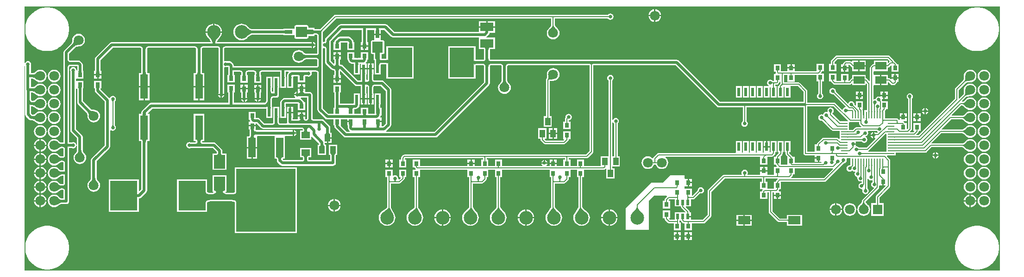
<source format=gtl>
G04*
G04 #@! TF.GenerationSoftware,Altium Limited,Altium Designer,18.0.12 (696)*
G04*
G04 Layer_Physical_Order=1*
G04 Layer_Color=255*
%FSLAX25Y25*%
%MOIN*%
G70*
G01*
G75*
%ADD12C,0.00600*%
%ADD13C,0.02000*%
%ADD14R,0.07677X0.07874*%
%ADD15R,0.07874X0.07677*%
%ADD16R,0.03150X0.03543*%
%ADD17R,0.04921X0.01102*%
%ADD18R,0.01102X0.04921*%
%ADD19R,0.19685X0.21260*%
%ADD20R,0.07874X0.09843*%
%ADD21R,0.02165X0.03937*%
%ADD22R,0.09055X0.05906*%
%ADD23R,0.02362X0.06299*%
%ADD24R,0.09449X0.06299*%
%ADD25R,0.02362X0.05984*%
%ADD26R,0.17717X0.21260*%
%ADD27R,0.03740X0.04528*%
%ADD28R,0.02559X0.05315*%
%ADD29R,0.05512X0.17717*%
%ADD30R,0.42520X0.45276*%
%ADD31R,0.05315X0.14173*%
%ADD32R,0.03937X0.05512*%
%ADD33R,0.05906X0.04724*%
%ADD34R,0.04528X0.03740*%
%ADD35R,0.05315X0.02559*%
%ADD36R,0.07874X0.05512*%
%ADD64C,0.04000*%
%ADD65C,0.07087*%
%ADD66C,0.09843*%
%ADD67R,0.07087X0.07087*%
%ADD68C,0.02500*%
G36*
X12155Y140945D02*
X11863Y141226D01*
X11570Y141478D01*
X11276Y141700D01*
X10979Y141892D01*
X10680Y142055D01*
X10380Y142188D01*
X10078Y142292D01*
X9774Y142366D01*
X9468Y142410D01*
X9160Y142425D01*
Y144425D01*
X9468Y144440D01*
X9774Y144484D01*
X10078Y144558D01*
X10380Y144662D01*
X10680Y144795D01*
X10979Y144958D01*
X11276Y145150D01*
X11570Y145373D01*
X11863Y145624D01*
X12155Y145905D01*
Y140945D01*
D02*
G37*
G36*
X705367Y3294D02*
X3294D01*
Y150434D01*
X3794Y150660D01*
X3866Y150597D01*
Y143307D01*
Y133465D01*
X3906Y133267D01*
Y125157D01*
Y115709D01*
X4061Y114928D01*
X4503Y114267D01*
X6786Y111983D01*
X7448Y111541D01*
X8228Y111386D01*
X9427D01*
X9579Y111364D01*
X9791Y111312D01*
X10007Y111238D01*
X10229Y111140D01*
X10457Y111016D01*
X10691Y110864D01*
X10931Y110683D01*
X11177Y110472D01*
X11361Y110294D01*
X11445Y110185D01*
X12394Y109457D01*
X13499Y108999D01*
X14685Y108843D01*
X15871Y108999D01*
X16976Y109457D01*
X17925Y110185D01*
X18654Y111134D01*
X19111Y112239D01*
X19267Y113425D01*
X19111Y114611D01*
X18654Y115717D01*
X17925Y116665D01*
X16976Y117394D01*
X15871Y117852D01*
X14685Y118008D01*
X13499Y117852D01*
X12394Y117394D01*
X11445Y116665D01*
X11361Y116557D01*
X11176Y116378D01*
X10931Y116167D01*
X10691Y115987D01*
X10457Y115835D01*
X10229Y115710D01*
X10007Y115612D01*
X9791Y115538D01*
X9579Y115487D01*
X9427Y115464D01*
X9073D01*
X7984Y116553D01*
Y121386D01*
X9427D01*
X9579Y121364D01*
X9791Y121312D01*
X10007Y121238D01*
X10229Y121140D01*
X10457Y121016D01*
X10691Y120864D01*
X10931Y120683D01*
X11177Y120472D01*
X11361Y120294D01*
X11445Y120185D01*
X12394Y119457D01*
X13499Y118999D01*
X14685Y118843D01*
X15871Y118999D01*
X16976Y119457D01*
X17925Y120185D01*
X18654Y121134D01*
X19111Y122239D01*
X19267Y123425D01*
X19111Y124611D01*
X18654Y125716D01*
X17925Y126665D01*
X16976Y127394D01*
X15871Y127852D01*
X14685Y128008D01*
X13499Y127852D01*
X12394Y127394D01*
X11445Y126665D01*
X11361Y126557D01*
X11176Y126378D01*
X10931Y126167D01*
X10691Y125987D01*
X10457Y125835D01*
X10229Y125710D01*
X10007Y125612D01*
X9791Y125538D01*
X9579Y125487D01*
X9427Y125464D01*
X8595D01*
X8504Y125598D01*
X8361Y125849D01*
X8241Y126109D01*
X8143Y126377D01*
X8066Y126656D01*
X8010Y126947D01*
X7984Y127185D01*
Y131386D01*
X9427D01*
X9579Y131364D01*
X9791Y131312D01*
X10007Y131238D01*
X10229Y131140D01*
X10457Y131016D01*
X10691Y130864D01*
X10931Y130683D01*
X11177Y130472D01*
X11361Y130294D01*
X11445Y130185D01*
X12394Y129457D01*
X13499Y128999D01*
X14685Y128843D01*
X15871Y128999D01*
X16976Y129457D01*
X17925Y130185D01*
X18654Y131134D01*
X19111Y132239D01*
X19267Y133425D01*
X19111Y134611D01*
X18654Y135716D01*
X17925Y136665D01*
X16976Y137394D01*
X15871Y137852D01*
X14685Y138008D01*
X13499Y137852D01*
X12394Y137394D01*
X11445Y136665D01*
X11361Y136557D01*
X11176Y136378D01*
X10931Y136167D01*
X10691Y135986D01*
X10457Y135835D01*
X10229Y135710D01*
X10007Y135612D01*
X9791Y135538D01*
X9579Y135486D01*
X9427Y135464D01*
X7945D01*
Y141386D01*
X9427D01*
X9579Y141364D01*
X9791Y141312D01*
X10007Y141238D01*
X10229Y141140D01*
X10457Y141016D01*
X10691Y140864D01*
X10931Y140683D01*
X11177Y140472D01*
X11361Y140294D01*
X11445Y140185D01*
X12394Y139457D01*
X13499Y138999D01*
X14685Y138843D01*
X15871Y138999D01*
X16976Y139457D01*
X17925Y140185D01*
X18654Y141134D01*
X19111Y142239D01*
X19267Y143425D01*
X19111Y144611D01*
X18654Y145717D01*
X17925Y146666D01*
X16976Y147394D01*
X15871Y147852D01*
X14685Y148008D01*
X13499Y147852D01*
X12394Y147394D01*
X11445Y146666D01*
X11361Y146557D01*
X11176Y146378D01*
X10931Y146167D01*
X10691Y145986D01*
X10457Y145835D01*
X10229Y145710D01*
X10007Y145612D01*
X9791Y145538D01*
X9579Y145486D01*
X9427Y145464D01*
X7945D01*
Y150970D01*
X8025Y151091D01*
X8200Y151969D01*
X8025Y152846D01*
X7528Y153591D01*
X6783Y154088D01*
X5906Y154263D01*
X5028Y154088D01*
X4283Y153591D01*
X3786Y152846D01*
X3294Y152935D01*
Y193556D01*
X705367D01*
Y3294D01*
D02*
G37*
G36*
X12155Y130945D02*
X11863Y131226D01*
X11570Y131478D01*
X11276Y131700D01*
X10979Y131892D01*
X10680Y132055D01*
X10380Y132188D01*
X10078Y132292D01*
X9774Y132366D01*
X9468Y132410D01*
X9160Y132425D01*
Y134425D01*
X9468Y134440D01*
X9774Y134484D01*
X10078Y134558D01*
X10380Y134662D01*
X10680Y134795D01*
X10979Y134958D01*
X11276Y135151D01*
X11570Y135373D01*
X11863Y135624D01*
X12155Y135906D01*
Y130945D01*
D02*
G37*
G36*
Y120945D02*
X11863Y121226D01*
X11570Y121478D01*
X11276Y121700D01*
X10979Y121892D01*
X10680Y122055D01*
X10380Y122188D01*
X10078Y122292D01*
X9774Y122366D01*
X9468Y122410D01*
X9160Y122425D01*
Y124425D01*
X9468Y124440D01*
X9774Y124484D01*
X10078Y124558D01*
X10380Y124662D01*
X10680Y124795D01*
X10979Y124958D01*
X11276Y125151D01*
X11570Y125373D01*
X11863Y125624D01*
X12155Y125906D01*
Y120945D01*
D02*
G37*
G36*
X6959Y127178D02*
X7001Y126795D01*
X7072Y126424D01*
X7171Y126065D01*
X7298Y125718D01*
X7454Y125383D01*
X7638Y125059D01*
X7850Y124747D01*
X8090Y124446D01*
X8359Y124158D01*
X6970Y122718D01*
X6945Y120743D01*
X4945Y125157D01*
X6945Y127572D01*
X6959Y127178D01*
D02*
G37*
G36*
X12155Y110945D02*
X11863Y111226D01*
X11570Y111478D01*
X11276Y111700D01*
X10979Y111892D01*
X10680Y112055D01*
X10380Y112188D01*
X10078Y112292D01*
X9774Y112366D01*
X9468Y112410D01*
X9160Y112425D01*
Y114425D01*
X9468Y114440D01*
X9774Y114484D01*
X10078Y114558D01*
X10380Y114662D01*
X10680Y114795D01*
X10979Y114958D01*
X11276Y115150D01*
X11570Y115373D01*
X11863Y115624D01*
X12155Y115905D01*
Y110945D01*
D02*
G37*
%LPC*%
G36*
X457500Y191517D02*
Y187500D01*
X461517D01*
X461426Y188186D01*
X460969Y189291D01*
X460240Y190240D01*
X459291Y190969D01*
X458186Y191426D01*
X457500Y191517D01*
D02*
G37*
G36*
X456500D02*
X455814Y191426D01*
X454709Y190969D01*
X453760Y190240D01*
X453031Y189291D01*
X452574Y188186D01*
X452483Y187500D01*
X456500D01*
Y191517D01*
D02*
G37*
G36*
X425000Y188515D02*
X424122Y188340D01*
X423378Y187843D01*
X423180Y187546D01*
X227165D01*
X226658Y187445D01*
X226228Y187158D01*
X217129Y178059D01*
X216847Y177790D01*
X216463Y177467D01*
X216319Y177362D01*
X216195Y177281D01*
X216113Y177236D01*
X212426D01*
X212304Y177245D01*
X212081Y177277D01*
X211925Y177313D01*
Y178067D01*
X210951D01*
X210913Y178075D01*
X210875Y178067D01*
X207575D01*
Y179035D01*
X207497Y179426D01*
X207276Y179756D01*
X206945Y179977D01*
X206555Y180055D01*
X198681D01*
X198291Y179977D01*
X197960Y179756D01*
X197739Y179426D01*
X197661Y179035D01*
Y177571D01*
X197201Y177476D01*
X197161Y177476D01*
X190936D01*
X190898Y177484D01*
X190889Y177482D01*
X190880Y177484D01*
X190846Y177476D01*
X189886D01*
Y177266D01*
X189476Y177236D01*
X167121D01*
X166857Y177286D01*
X166560Y177377D01*
X166237Y177512D01*
X165890Y177693D01*
X165520Y177924D01*
X165140Y178198D01*
X164284Y178930D01*
X163871Y179334D01*
X163813Y179404D01*
X162912Y180144D01*
X161883Y180694D01*
X160767Y181032D01*
X159606Y181147D01*
X158446Y181032D01*
X157329Y180694D01*
X156301Y180144D01*
X155399Y179404D01*
X154659Y178502D01*
X154109Y177474D01*
X153771Y176358D01*
X153656Y175197D01*
X153771Y174036D01*
X154109Y172920D01*
X154659Y171891D01*
X155399Y170990D01*
X156301Y170250D01*
X157329Y169700D01*
X158446Y169361D01*
X159606Y169247D01*
X160767Y169361D01*
X161883Y169700D01*
X162912Y170250D01*
X163813Y170990D01*
X163864Y171052D01*
X164729Y171863D01*
X165130Y172188D01*
X165520Y172469D01*
X165890Y172700D01*
X166237Y172882D01*
X166560Y173017D01*
X166857Y173108D01*
X167121Y173158D01*
X189634D01*
X189886Y173146D01*
Y172917D01*
X190846D01*
X190880Y172910D01*
X190889Y172912D01*
X190898Y172910D01*
X190936Y172917D01*
X197161D01*
X197201Y172917D01*
X197661Y172822D01*
Y171358D01*
X197739Y170968D01*
X197960Y170637D01*
X198291Y170416D01*
X198681Y170339D01*
X206555D01*
X206945Y170416D01*
X207276Y170637D01*
X207497Y170968D01*
X207575Y171358D01*
Y172327D01*
X210875D01*
X210913Y172319D01*
X210951Y172327D01*
X211925D01*
Y173081D01*
X212080Y173116D01*
X212304Y173148D01*
X212426Y173158D01*
X213430D01*
X213611Y173126D01*
X213756Y173077D01*
X213852Y173026D01*
X213917Y172972D01*
X213970Y172907D01*
X214022Y172811D01*
X214071Y172666D01*
X214103Y172485D01*
Y160192D01*
X214071Y160011D01*
X214022Y159866D01*
X213970Y159770D01*
X213917Y159705D01*
X213852Y159652D01*
X213756Y159600D01*
X213611Y159551D01*
X213430Y159520D01*
X206045D01*
X205893Y159542D01*
X205681Y159593D01*
X205465Y159667D01*
X205244Y159766D01*
X205016Y159890D01*
X204782Y160042D01*
X204541Y160222D01*
X204296Y160433D01*
X204111Y160612D01*
X204028Y160721D01*
X203079Y161449D01*
X201973Y161907D01*
X200787Y162063D01*
X199601Y161907D01*
X198496Y161449D01*
X197547Y160721D01*
X196819Y159772D01*
X196361Y158666D01*
X196205Y157480D01*
X196361Y156294D01*
X196819Y155189D01*
X197547Y154240D01*
X198496Y153512D01*
X199601Y153054D01*
X200787Y152898D01*
X201973Y153054D01*
X203079Y153512D01*
X204028Y154240D01*
X204111Y154349D01*
X204296Y154527D01*
X204541Y154738D01*
X204782Y154919D01*
X205016Y155071D01*
X205244Y155195D01*
X205465Y155293D01*
X205681Y155367D01*
X205893Y155419D01*
X206045Y155441D01*
X213430D01*
X213611Y155409D01*
X213756Y155361D01*
X213852Y155309D01*
X213917Y155256D01*
X213970Y155191D01*
X214022Y155094D01*
X214071Y154949D01*
X214103Y154769D01*
Y151137D01*
X214071Y150956D01*
X214022Y150811D01*
X213970Y150715D01*
X213917Y150650D01*
X213852Y150596D01*
X213756Y150545D01*
X213611Y150496D01*
X213430Y150464D01*
X154039D01*
Y151000D01*
X153884Y151780D01*
X153442Y152442D01*
X152442Y153442D01*
X151780Y153884D01*
X151000Y154039D01*
X148998D01*
X148878Y154120D01*
X148000Y154294D01*
X147539Y154202D01*
X147039Y154613D01*
Y163036D01*
X147071Y163217D01*
X147119Y163362D01*
X147171Y163458D01*
X147224Y163523D01*
X147290Y163577D01*
X147386Y163629D01*
X147531Y163677D01*
X147712Y163709D01*
X150591D01*
X209632Y163709D01*
X209752Y163629D01*
X210130Y163553D01*
Y165748D01*
Y167943D01*
X209752Y167868D01*
X209632Y167787D01*
X150591Y167787D01*
X143000D01*
X143000Y167787D01*
X142163D01*
X141846Y168171D01*
X141805Y168287D01*
X141921Y168566D01*
X142103Y168913D01*
X142334Y169283D01*
X142607Y169663D01*
X143339Y170520D01*
X143744Y170932D01*
X143814Y170990D01*
X144553Y171891D01*
X145103Y172920D01*
X145442Y174036D01*
X145507Y174697D01*
X139606D01*
X133706D01*
X133771Y174036D01*
X134109Y172920D01*
X134659Y171891D01*
X135399Y170990D01*
X135461Y170939D01*
X136273Y170074D01*
X136598Y169674D01*
X136879Y169283D01*
X137110Y168913D01*
X137291Y168566D01*
X137408Y168287D01*
X137366Y168171D01*
X137049Y167787D01*
X66142D01*
X65361Y167632D01*
X64700Y167190D01*
X54660Y157151D01*
X54218Y156489D01*
X54063Y155709D01*
Y147440D01*
X54062Y147395D01*
X54039Y147155D01*
X54025Y147063D01*
X53528D01*
Y146089D01*
X53520Y146051D01*
X53528Y146013D01*
Y144791D01*
X56102D01*
X58677D01*
Y146013D01*
X58685Y146051D01*
X58677Y146089D01*
Y147063D01*
X58179D01*
X58167Y147143D01*
X58141Y147508D01*
Y154864D01*
X66986Y163709D01*
X86855D01*
X87036Y163677D01*
X87181Y163629D01*
X87277Y163577D01*
X87342Y163523D01*
X87396Y163458D01*
X87448Y163362D01*
X87496Y163217D01*
X87528Y163036D01*
Y146226D01*
X87515Y146077D01*
X87479Y145863D01*
X87438Y145710D01*
X87428Y145685D01*
X85811D01*
Y136327D01*
X89567D01*
X93323D01*
Y145685D01*
X91706D01*
X91695Y145710D01*
X91655Y145863D01*
X91619Y146077D01*
X91606Y146226D01*
Y163036D01*
X91638Y163217D01*
X91686Y163362D01*
X91738Y163458D01*
X91791Y163523D01*
X91857Y163577D01*
X91953Y163629D01*
X92098Y163677D01*
X92278Y163709D01*
X126225D01*
X126406Y163677D01*
X126551Y163629D01*
X126647Y163577D01*
X126712Y163523D01*
X126766Y163458D01*
X126818Y163362D01*
X126866Y163217D01*
X126898Y163036D01*
Y146226D01*
X126885Y146077D01*
X126849Y145863D01*
X126809Y145710D01*
X126798Y145685D01*
X125181D01*
Y136327D01*
X128937D01*
X132693D01*
Y145685D01*
X131076D01*
X131065Y145710D01*
X131025Y145863D01*
X130989Y146077D01*
X130976Y146226D01*
Y163036D01*
X131008Y163217D01*
X131056Y163362D01*
X131108Y163458D01*
X131162Y163523D01*
X131227Y163577D01*
X131323Y163629D01*
X131468Y163677D01*
X131649Y163709D01*
X142869D01*
X142872Y163701D01*
X142912Y163551D01*
X142948Y163339D01*
X142961Y163192D01*
Y130998D01*
X142880Y130878D01*
X142805Y130500D01*
X147195D01*
X147119Y130878D01*
X147039Y130998D01*
Y149387D01*
X147539Y149798D01*
X148000Y149706D01*
X148878Y149881D01*
X148998Y149961D01*
X149961D01*
Y144692D01*
X149959Y144647D01*
X149937Y144407D01*
X149923Y144315D01*
X149425D01*
Y143341D01*
X149418Y143303D01*
X149425Y143265D01*
Y138772D01*
X154575D01*
Y143265D01*
X154582Y143303D01*
X154575Y143341D01*
Y144315D01*
X154077D01*
X154065Y144395D01*
X154039Y144760D01*
Y146386D01*
X158706D01*
X158886Y146354D01*
X159031Y146306D01*
X159128Y146254D01*
X159193Y146201D01*
X159246Y146135D01*
X159298Y146039D01*
X159346Y145894D01*
X159378Y145714D01*
Y144612D01*
X159376Y144548D01*
X159353Y144311D01*
X159338Y144215D01*
X158825D01*
Y143241D01*
X158818Y143203D01*
X158825Y143165D01*
Y138672D01*
X163975D01*
Y143165D01*
X163982Y143203D01*
X163975Y143241D01*
Y144215D01*
X163492D01*
X163481Y144292D01*
X163456Y144650D01*
Y145714D01*
X163488Y145894D01*
X163537Y146039D01*
X163589Y146135D01*
X163642Y146201D01*
X163707Y146254D01*
X163803Y146306D01*
X163949Y146354D01*
X164129Y146386D01*
X168548D01*
X168729Y146354D01*
X168874Y146306D01*
X168970Y146254D01*
X169035Y146201D01*
X169089Y146135D01*
X169140Y146039D01*
X169189Y145894D01*
X169221Y145714D01*
Y144488D01*
X169219Y144442D01*
X169197Y144202D01*
X169183Y144110D01*
X168685D01*
Y143136D01*
X168677Y143098D01*
X168685Y143060D01*
Y138567D01*
X173835D01*
Y143060D01*
X173842Y143098D01*
X173835Y143136D01*
Y144110D01*
X173337D01*
X173325Y144191D01*
X173299Y144556D01*
Y145713D01*
X173331Y145894D01*
X173379Y146039D01*
X173431Y146135D01*
X173484Y146201D01*
X173550Y146254D01*
X173646Y146306D01*
X173791Y146354D01*
X173971Y146386D01*
X187469D01*
Y142820D01*
X187468Y142811D01*
X187327D01*
Y141837D01*
X187319Y141799D01*
X187327Y141761D01*
Y134827D01*
X191689D01*
Y141761D01*
X191697Y141799D01*
X191689Y141837D01*
Y142811D01*
X191574D01*
X191547Y143195D01*
Y146386D01*
X193243D01*
X193434Y145924D01*
X193066Y145556D01*
X192624Y144895D01*
X192469Y144114D01*
Y142820D01*
X192468Y142811D01*
X192327D01*
Y141837D01*
X192319Y141799D01*
X192327Y141761D01*
Y134827D01*
X196689D01*
Y141761D01*
X196697Y141799D01*
X196689Y141837D01*
Y142811D01*
X196689Y142811D01*
X196689D01*
X196976Y143176D01*
X197043Y143236D01*
X200044D01*
X200181Y143212D01*
Y138961D01*
X205331D01*
Y143212D01*
X205468Y143236D01*
X206876D01*
X206996Y143156D01*
X207874Y142982D01*
X208752Y143156D01*
X209496Y143653D01*
X209994Y144398D01*
X210168Y145276D01*
X210047Y145886D01*
X210394Y146386D01*
X213430D01*
X213611Y146354D01*
X213756Y146306D01*
X213852Y146254D01*
X213917Y146201D01*
X213970Y146135D01*
X214022Y146039D01*
X214071Y145894D01*
X214103Y145714D01*
Y119291D01*
X214258Y118511D01*
X214700Y117849D01*
X219818Y112731D01*
X220479Y112289D01*
X221260Y112134D01*
X225772D01*
Y108908D01*
X225764Y108870D01*
X225772Y108832D01*
Y107858D01*
X226293D01*
X226307Y107697D01*
Y107283D01*
X226463Y106503D01*
X226905Y105842D01*
X233007Y99739D01*
X233668Y99297D01*
X234449Y99142D01*
X234449Y99142D01*
X299213D01*
X299993Y99297D01*
X300655Y99739D01*
X337662Y136747D01*
X338104Y137409D01*
X338260Y138189D01*
Y150438D01*
X338292Y150619D01*
X338340Y150764D01*
X338392Y150860D01*
X338445Y150925D01*
X338510Y150978D01*
X338606Y151030D01*
X338752Y151079D01*
X338932Y151110D01*
X346107D01*
X346288Y151079D01*
X346433Y151030D01*
X346529Y150978D01*
X346594Y150925D01*
X346648Y150860D01*
X346700Y150764D01*
X346748Y150618D01*
X346780Y150438D01*
Y140297D01*
X346758Y140145D01*
X346706Y139933D01*
X346632Y139717D01*
X346534Y139496D01*
X346410Y139268D01*
X346258Y139033D01*
X346077Y138794D01*
X345866Y138548D01*
X345687Y138363D01*
X345579Y138280D01*
X344850Y137331D01*
X344392Y136225D01*
X344236Y135039D01*
X344392Y133853D01*
X344850Y132748D01*
X345579Y131799D01*
X346528Y131071D01*
X347633Y130613D01*
X348819Y130457D01*
X350005Y130613D01*
X351110Y131071D01*
X352059Y131799D01*
X352787Y132748D01*
X353245Y133853D01*
X353401Y135039D01*
X353245Y136225D01*
X352787Y137331D01*
X352059Y138280D01*
X351950Y138363D01*
X351772Y138548D01*
X351561Y138793D01*
X351380Y139034D01*
X351228Y139268D01*
X351104Y139496D01*
X351006Y139717D01*
X350932Y139933D01*
X350880Y140145D01*
X350858Y140297D01*
Y150438D01*
X350890Y150619D01*
X350938Y150764D01*
X350990Y150860D01*
X351043Y150925D01*
X351109Y150978D01*
X351205Y151030D01*
X351350Y151079D01*
X351531Y151110D01*
X409640D01*
X410018Y151082D01*
X410055Y151076D01*
X410092Y150540D01*
Y89427D01*
X407423Y86759D01*
X276772D01*
X276264Y86658D01*
X275834Y86370D01*
X274653Y85189D01*
X274366Y84759D01*
X274265Y84252D01*
Y83087D01*
X273016D01*
Y77543D01*
X278165D01*
Y83087D01*
X276916D01*
Y83703D01*
X277321Y84108D01*
X333320D01*
Y83087D01*
X332071D01*
Y78491D01*
X327378D01*
Y79815D01*
X324803D01*
X322228D01*
Y78491D01*
X288008D01*
Y83087D01*
X282858D01*
Y77543D01*
X284189D01*
X284208Y77446D01*
X284496Y77016D01*
X285011Y76500D01*
X284804Y76000D01*
X282858D01*
Y70457D01*
X284108D01*
Y49147D01*
X284096Y49040D01*
X284050Y48891D01*
X283949Y48691D01*
X283782Y48447D01*
X283542Y48166D01*
X283228Y47855D01*
X282847Y47528D01*
X281827Y46786D01*
X281213Y46395D01*
X281191Y46374D01*
X281025Y46286D01*
X280123Y45546D01*
X279383Y44644D01*
X278834Y43615D01*
X278495Y42499D01*
X278381Y41339D01*
X278495Y40178D01*
X278834Y39062D01*
X279383Y38033D01*
X280123Y37131D01*
X281025Y36391D01*
X282054Y35842D01*
X283170Y35503D01*
X284331Y35389D01*
X285491Y35503D01*
X286608Y35842D01*
X287636Y36391D01*
X288538Y37131D01*
X289278Y38033D01*
X289828Y39062D01*
X290166Y40178D01*
X290281Y41339D01*
X290166Y42499D01*
X289828Y43615D01*
X289345Y44519D01*
X289339Y44533D01*
X289339Y44534D01*
X289339Y44535D01*
X289324Y44557D01*
X289278Y44644D01*
X289243Y44686D01*
X288360Y46093D01*
X287314Y47877D01*
X286905Y48680D01*
X286799Y48930D01*
X286759Y49054D01*
Y70457D01*
X288008D01*
Y75840D01*
X322228D01*
Y70457D01*
X323478D01*
Y67323D01*
Y49213D01*
X323468Y49124D01*
X323420Y48969D01*
X323313Y48745D01*
X323138Y48464D01*
X322892Y48135D01*
X322589Y47783D01*
X321182Y46445D01*
X320588Y45952D01*
X320527Y45877D01*
X320124Y45546D01*
X319384Y44644D01*
X318834Y43615D01*
X318495Y42499D01*
X318381Y41339D01*
X318495Y40178D01*
X318834Y39062D01*
X319384Y38033D01*
X320124Y37131D01*
X321025Y36391D01*
X322054Y35842D01*
X323170Y35503D01*
X324331Y35389D01*
X325491Y35503D01*
X326608Y35842D01*
X327636Y36391D01*
X328538Y37131D01*
X329278Y38033D01*
X329828Y39062D01*
X330166Y40178D01*
X330281Y41339D01*
X330166Y42499D01*
X329828Y43615D01*
X329278Y44644D01*
X328931Y45067D01*
X328884Y45155D01*
X328883Y45155D01*
X328883Y45156D01*
X328323Y45832D01*
X327390Y47026D01*
X326705Y48006D01*
X326467Y48395D01*
X326290Y48724D01*
X326180Y48975D01*
X326134Y49124D01*
X326129Y49167D01*
Y65997D01*
X332677D01*
X333184Y66098D01*
X333614Y66386D01*
X335583Y68354D01*
X335870Y68784D01*
X335971Y69291D01*
Y70457D01*
X337221D01*
Y75840D01*
X341913D01*
Y70457D01*
X343163D01*
Y49217D01*
X343154Y49140D01*
X343106Y48984D01*
X342998Y48750D01*
X342821Y48452D01*
X342574Y48100D01*
X342270Y47717D01*
X340886Y46254D01*
X340301Y45704D01*
X340280Y45674D01*
X340124Y45546D01*
X339384Y44644D01*
X338834Y43615D01*
X338495Y42499D01*
X338381Y41339D01*
X338495Y40178D01*
X338834Y39062D01*
X339384Y38033D01*
X340124Y37131D01*
X341025Y36391D01*
X342054Y35842D01*
X343170Y35503D01*
X344331Y35389D01*
X345492Y35503D01*
X346608Y35842D01*
X347636Y36391D01*
X348538Y37131D01*
X349278Y38033D01*
X349828Y39062D01*
X350166Y40178D01*
X350281Y41339D01*
X350166Y42499D01*
X349828Y43615D01*
X349278Y44644D01*
X348643Y45418D01*
X348630Y45439D01*
X348630Y45439D01*
X348630Y45439D01*
X348598Y45472D01*
X348538Y45546D01*
X348500Y45577D01*
X348053Y46053D01*
X347096Y47148D01*
X346395Y48063D01*
X346155Y48428D01*
X345978Y48742D01*
X345868Y48985D01*
X345821Y49139D01*
X345814Y49201D01*
Y70457D01*
X347063D01*
Y75840D01*
X381283D01*
Y70457D01*
X382533D01*
Y67323D01*
Y49167D01*
X382527Y49124D01*
X382481Y48975D01*
X382371Y48724D01*
X382213Y48429D01*
X380326Y45818D01*
X379779Y45156D01*
X379778Y45155D01*
X379778Y45155D01*
X379730Y45067D01*
X379383Y44644D01*
X378834Y43615D01*
X378495Y42499D01*
X378381Y41339D01*
X378495Y40178D01*
X378834Y39062D01*
X379383Y38033D01*
X380123Y37131D01*
X381025Y36391D01*
X382054Y35842D01*
X383170Y35503D01*
X384331Y35389D01*
X385491Y35503D01*
X386608Y35842D01*
X387636Y36391D01*
X388538Y37131D01*
X389278Y38033D01*
X389828Y39062D01*
X390166Y40178D01*
X390281Y41339D01*
X390166Y42499D01*
X389828Y43615D01*
X389278Y44644D01*
X388538Y45546D01*
X388135Y45877D01*
X388073Y45952D01*
X387472Y46451D01*
X386470Y47368D01*
X386087Y47766D01*
X385769Y48135D01*
X385523Y48464D01*
X385348Y48745D01*
X385241Y48969D01*
X385194Y49124D01*
X385184Y49213D01*
Y65997D01*
X391732D01*
X392239Y66098D01*
X392670Y66386D01*
X394638Y68354D01*
X394925Y68784D01*
X395026Y69291D01*
Y70457D01*
X396276D01*
Y75840D01*
X400969D01*
Y70457D01*
X402218D01*
Y49115D01*
X402215Y49097D01*
X402171Y48955D01*
X402080Y48743D01*
X400071Y45582D01*
X399543Y44856D01*
X399542Y44854D01*
X399541Y44853D01*
X399523Y44815D01*
X399383Y44644D01*
X398834Y43615D01*
X398495Y42499D01*
X398381Y41339D01*
X398495Y40178D01*
X398834Y39062D01*
X399383Y38033D01*
X400124Y37131D01*
X401025Y36391D01*
X402054Y35842D01*
X403170Y35503D01*
X404331Y35389D01*
X405491Y35503D01*
X406608Y35842D01*
X407636Y36391D01*
X408538Y37131D01*
X409278Y38033D01*
X409828Y39062D01*
X410166Y40178D01*
X410281Y41339D01*
X410166Y42499D01*
X409828Y43615D01*
X409278Y44644D01*
X408538Y45546D01*
X407794Y46156D01*
X407770Y46183D01*
X407699Y46234D01*
X407636Y46286D01*
X407607Y46301D01*
X407161Y46627D01*
X406147Y47456D01*
X405764Y47818D01*
X405446Y48158D01*
X405202Y48463D01*
X405031Y48726D01*
X404927Y48938D01*
X404880Y49091D01*
X404869Y49190D01*
Y70457D01*
X406118D01*
Y75840D01*
X420165D01*
X420673Y75941D01*
X421103Y76228D01*
X421531Y76657D01*
X422031Y76450D01*
Y69413D01*
X427969D01*
Y76925D01*
X426326D01*
Y78075D01*
X431906D01*
Y85587D01*
X430263D01*
Y109117D01*
X430559Y109315D01*
X431056Y110059D01*
X431231Y110937D01*
X431056Y111815D01*
X430559Y112559D01*
X429815Y113056D01*
X428937Y113231D01*
X428059Y113056D01*
X427315Y112559D01*
X426818Y111815D01*
X426326Y111904D01*
Y140180D01*
X426622Y140378D01*
X427119Y141122D01*
X427294Y142000D01*
X427119Y142878D01*
X426622Y143622D01*
X425878Y144120D01*
X425000Y144294D01*
X424122Y144120D01*
X423378Y143622D01*
X422881Y142878D01*
X422706Y142000D01*
X422881Y141122D01*
X423378Y140378D01*
X423674Y140180D01*
Y85587D01*
X418094D01*
Y78491D01*
X406118D01*
Y83087D01*
X400969D01*
Y78491D01*
X396276D01*
Y83087D01*
X395026D01*
Y84108D01*
X407972D01*
X408480Y84209D01*
X408910Y84496D01*
X412355Y87941D01*
X412642Y88371D01*
X412743Y88878D01*
Y150428D01*
X412752Y150818D01*
X412775Y151075D01*
X412829Y151084D01*
X413065Y151108D01*
X413146Y151110D01*
X471990D01*
X501708Y121393D01*
X502369Y120951D01*
X503150Y120796D01*
X520328D01*
Y111017D01*
X520325Y111009D01*
X520310Y110979D01*
X520286Y110937D01*
X520258Y110897D01*
X520130Y110743D01*
X520031Y110677D01*
X519534Y109933D01*
X519359Y109055D01*
X519534Y108177D01*
X520031Y107433D01*
X520776Y106936D01*
X521654Y106761D01*
X522532Y106936D01*
X523276Y107433D01*
X523773Y108177D01*
X523948Y109055D01*
X523773Y109933D01*
X523276Y110677D01*
X523177Y110743D01*
X523168Y110753D01*
X523106Y110823D01*
X523057Y110885D01*
X523021Y110937D01*
X522997Y110979D01*
X522982Y111009D01*
X522979Y111017D01*
Y120796D01*
X564029D01*
Y87795D01*
X564130Y87288D01*
X564417Y86858D01*
X564614Y86661D01*
X565044Y86374D01*
X565551Y86273D01*
X572228D01*
Y84752D01*
X574803D01*
Y84252D01*
X575303D01*
Y81480D01*
X576905D01*
X577147Y81295D01*
X577354Y80998D01*
X577341Y80883D01*
X577246Y80853D01*
X557693D01*
Y85055D01*
X556362D01*
X556343Y85153D01*
X556055Y85583D01*
X553885Y87754D01*
Y88370D01*
X554740D01*
Y96669D01*
X550378D01*
Y88370D01*
X551234D01*
Y87205D01*
X551334Y86698D01*
X551622Y86268D01*
X552384Y85506D01*
X552543Y85055D01*
X552543D01*
X552543Y85055D01*
Y79653D01*
X547850D01*
Y85055D01*
X547819D01*
X547628Y85517D01*
X548575Y86464D01*
X548862Y86894D01*
X548963Y87402D01*
X548963Y87402D01*
Y88370D01*
X549740D01*
Y96669D01*
X545378D01*
Y88370D01*
X546118D01*
X546232Y87870D01*
X544338Y85977D01*
X544051Y85547D01*
X543953Y85055D01*
X542701D01*
Y79512D01*
X544032D01*
X544051Y79414D01*
X544338Y78984D01*
X544892Y78430D01*
X544701Y77969D01*
X542701D01*
Y72425D01*
X542298Y72192D01*
X538411D01*
X538008Y72425D01*
X538008Y72692D01*
Y74697D01*
X535433D01*
X532858D01*
Y72692D01*
X532858Y72425D01*
X532455Y72192D01*
X523934D01*
X523698Y72633D01*
X523773Y72744D01*
X523948Y73622D01*
X523773Y74500D01*
X523276Y75244D01*
X522532Y75741D01*
X521654Y75916D01*
X520776Y75741D01*
X520031Y75244D01*
X519534Y74500D01*
X519359Y73622D01*
X519534Y72744D01*
X519609Y72633D01*
X519373Y72192D01*
X506890D01*
X506383Y72091D01*
X505953Y71803D01*
X495519Y61370D01*
X495232Y60940D01*
X495131Y60433D01*
Y43462D01*
X491577Y39908D01*
X482988D01*
Y41626D01*
X480905D01*
Y42626D01*
X482988D01*
Y45094D01*
X482231D01*
Y45472D01*
X482130Y45980D01*
X481843Y46410D01*
X479321Y48932D01*
X479512Y49394D01*
X482988D01*
Y54580D01*
X484646D01*
X485153Y54681D01*
X485583Y54968D01*
X489455Y58840D01*
X489457Y58841D01*
X489498Y58838D01*
X489557Y58831D01*
X489662Y58809D01*
X489761Y58808D01*
X490158Y58729D01*
X491035Y58904D01*
X491780Y59402D01*
X492277Y60146D01*
X492452Y61024D01*
X492277Y61901D01*
X491780Y62646D01*
X491035Y63143D01*
X490158Y63318D01*
X489280Y63143D01*
X488535Y62646D01*
X488038Y61901D01*
X487979Y61604D01*
X487947Y61536D01*
X487873Y61240D01*
X487846Y61151D01*
X487775Y60960D01*
X487753Y60912D01*
X487730Y60869D01*
X487722Y60856D01*
X484177Y57311D01*
X483677Y57425D01*
Y62221D01*
X478803D01*
X478303Y62628D01*
Y63357D01*
X478528Y63764D01*
X478803Y63764D01*
X480602D01*
Y66535D01*
Y69307D01*
X478803D01*
X478303Y69714D01*
Y71807D01*
X468153D01*
X463041Y66694D01*
X454490D01*
X436031Y48236D01*
Y32480D01*
X452756D01*
Y53635D01*
X456693Y57087D01*
X460353D01*
X465529D01*
X465736Y56587D01*
X464417Y55268D01*
X464130Y54838D01*
X464029Y54331D01*
Y53559D01*
X462780D01*
Y48016D01*
X467929D01*
Y53559D01*
X467164D01*
X466957Y54059D01*
X467478Y54580D01*
X471343D01*
Y49394D01*
X475840D01*
Y49213D01*
X475941Y48705D01*
X476228Y48275D01*
X478947Y45556D01*
X478756Y45094D01*
X471343D01*
Y39810D01*
X467970D01*
X467313Y40467D01*
X467504Y40929D01*
X467929D01*
Y46472D01*
X462780D01*
Y40929D01*
X464029D01*
Y40551D01*
X464130Y40044D01*
X464417Y39614D01*
X466484Y37547D01*
X466914Y37260D01*
X467421Y37159D01*
X470653D01*
Y32268D01*
X475803D01*
Y37811D01*
X474751D01*
Y39158D01*
X475882D01*
X475941Y38863D01*
X476228Y38433D01*
X477015Y37645D01*
X477446Y37358D01*
X477953Y37257D01*
X478528D01*
Y32268D01*
X483677D01*
Y37257D01*
X492126D01*
X492633Y37358D01*
X493063Y37645D01*
X497394Y41976D01*
X497681Y42406D01*
X497782Y42913D01*
Y59884D01*
X507439Y69541D01*
X534108D01*
Y67339D01*
X532858D01*
Y61795D01*
X534464D01*
X534656Y61333D01*
X534496Y61173D01*
X534208Y60743D01*
X534111Y60252D01*
X532858D01*
Y54709D01*
X538008D01*
Y59698D01*
X539029D01*
Y45472D01*
X539130Y44965D01*
X539417Y44535D01*
X545519Y38433D01*
X545950Y38146D01*
X546457Y38045D01*
X551953D01*
Y35417D01*
X563008D01*
Y43323D01*
X551953D01*
Y40696D01*
X547006D01*
X541680Y46022D01*
Y59698D01*
X542701D01*
Y57980D01*
X545276D01*
X547850D01*
Y60252D01*
X546244D01*
X546053Y60714D01*
X546213Y60874D01*
X546500Y61304D01*
X546598Y61795D01*
X547850D01*
Y67178D01*
X579232D01*
X579740Y67279D01*
X580169Y67567D01*
X592904Y80301D01*
X592997Y80360D01*
X593038Y80382D01*
X593529Y80595D01*
X593630Y80633D01*
X593772Y80661D01*
X594517Y81158D01*
X595014Y81903D01*
X595189Y82780D01*
X595024Y83608D01*
X595052Y83748D01*
X595244Y84108D01*
X597858D01*
Y79260D01*
X597694Y79096D01*
X597686Y79093D01*
X597655Y79082D01*
X597608Y79070D01*
X597560Y79061D01*
X597360Y79043D01*
X597244Y79066D01*
X596366Y78891D01*
X595622Y78394D01*
X595125Y77650D01*
X594950Y76772D01*
X595125Y75894D01*
X595622Y75150D01*
X596366Y74652D01*
X597244Y74478D01*
X598122Y74652D01*
X598866Y75150D01*
X599165D01*
X599909Y74652D01*
X600787Y74478D01*
X600963Y74513D01*
X601264Y74063D01*
X601030Y73713D01*
X600855Y72835D01*
X601030Y71957D01*
X601528Y71213D01*
X602272Y70715D01*
X602512Y70667D01*
X602902Y70082D01*
X602823Y69685D01*
X602997Y68807D01*
X603495Y68063D01*
X604239Y67565D01*
X605117Y67391D01*
X605572Y67481D01*
X605958Y67164D01*
Y66510D01*
X605905Y66467D01*
X605028Y66293D01*
X604283Y65795D01*
X603786Y65051D01*
X603611Y64173D01*
X603786Y63295D01*
X604283Y62551D01*
X605028Y62054D01*
X605905Y61879D01*
X606232Y61944D01*
X606542Y61508D01*
X606367Y60630D01*
X606542Y59752D01*
X607039Y59008D01*
X607784Y58511D01*
X608661Y58336D01*
X609539Y58511D01*
X610284Y59008D01*
X610781Y59752D01*
X610955Y60630D01*
X610781Y61508D01*
X610284Y62252D01*
X610185Y62318D01*
X610176Y62328D01*
X610114Y62398D01*
X610065Y62460D01*
X610029Y62512D01*
X610005Y62554D01*
X609990Y62584D01*
X609987Y62592D01*
Y69506D01*
X610479Y69595D01*
X610976Y68850D01*
X611721Y68353D01*
X612598Y68178D01*
X613332Y68324D01*
X613832Y68035D01*
Y67373D01*
X613828Y67367D01*
X613804Y67339D01*
X613767Y67302D01*
X613714Y67256D01*
X613623Y67187D01*
X613577Y67136D01*
X613339Y66976D01*
X612841Y66232D01*
X612667Y65354D01*
X612841Y64476D01*
X613339Y63732D01*
X614083Y63235D01*
X614506Y63151D01*
X614671Y62608D01*
X606425Y54362D01*
X606138Y53932D01*
X606037Y53425D01*
Y52897D01*
X606035Y52884D01*
X606011Y52799D01*
X605948Y52650D01*
X605838Y52450D01*
X605679Y52207D01*
X605484Y51943D01*
X604552Y50889D01*
X604241Y50576D01*
X604122Y50484D01*
X603394Y49535D01*
X602936Y48430D01*
X602780Y47244D01*
X602936Y46058D01*
X603394Y44953D01*
X604122Y44004D01*
X605071Y43275D01*
X606176Y42818D01*
X607362Y42662D01*
X608548Y42818D01*
X609653Y43275D01*
X610603Y44004D01*
X611331Y44953D01*
X611789Y46058D01*
X611945Y47244D01*
X611789Y48430D01*
X611331Y49535D01*
X610603Y50484D01*
X610492Y50569D01*
X609812Y51270D01*
X609246Y51935D01*
X609045Y52207D01*
X608886Y52450D01*
X608776Y52650D01*
X608713Y52799D01*
X608690Y52879D01*
X618063Y62252D01*
X618351Y62682D01*
X618451Y63189D01*
Y64148D01*
X618685Y64551D01*
X620760D01*
Y67323D01*
X621760D01*
Y64551D01*
X623047D01*
X623238Y64089D01*
X616425Y57276D01*
X616138Y56846D01*
X616037Y56339D01*
Y51787D01*
X612819D01*
Y42701D01*
X621906D01*
Y51787D01*
X618688D01*
Y55790D01*
X626173Y63275D01*
X626461Y63705D01*
X626562Y64213D01*
Y82638D01*
X626461Y83145D01*
X626173Y83575D01*
X624163Y85585D01*
X624355Y86047D01*
X624576D01*
X624614Y86040D01*
X624652Y86047D01*
X630524D01*
Y88241D01*
X651772D01*
X652279Y88342D01*
X652709Y88630D01*
X656179Y92100D01*
X678323D01*
X678337Y92098D01*
X678421Y92074D01*
X678570Y92011D01*
X678770Y91901D01*
X679014Y91742D01*
X679278Y91547D01*
X680332Y90615D01*
X680645Y90304D01*
X680736Y90185D01*
X681685Y89457D01*
X682790Y88999D01*
X683976Y88843D01*
X685162Y88999D01*
X686268Y89457D01*
X687217Y90185D01*
X687945Y91134D01*
X688403Y92239D01*
X688559Y93425D01*
X688403Y94611D01*
X687945Y95716D01*
X687217Y96666D01*
X686268Y97394D01*
X685162Y97852D01*
X683976Y98008D01*
X682790Y97852D01*
X681685Y97394D01*
X680736Y96666D01*
X680652Y96555D01*
X679951Y95875D01*
X679285Y95309D01*
X679014Y95108D01*
X678770Y94949D01*
X678570Y94839D01*
X678421Y94776D01*
X678337Y94752D01*
X678323Y94751D01*
X656334D01*
X656142Y95213D01*
X663147Y102218D01*
X678316D01*
X678334Y102216D01*
X678419Y102192D01*
X678563Y102130D01*
X678756Y102021D01*
X678990Y101863D01*
X679242Y101669D01*
X680249Y100728D01*
X680622Y100332D01*
X680625Y100330D01*
X680736Y100185D01*
X681685Y99457D01*
X682790Y98999D01*
X683976Y98843D01*
X685162Y98999D01*
X686268Y99457D01*
X687217Y100185D01*
X687945Y101134D01*
X688403Y102239D01*
X688559Y103425D01*
X688403Y104611D01*
X687945Y105717D01*
X687217Y106666D01*
X686268Y107394D01*
X685162Y107852D01*
X683976Y108008D01*
X682790Y107852D01*
X681685Y107394D01*
X680736Y106666D01*
X680682Y106595D01*
X680019Y105990D01*
X679324Y105429D01*
X679040Y105228D01*
X678787Y105069D01*
X678580Y104958D01*
X678427Y104894D01*
X678342Y104870D01*
X678334Y104869D01*
X663696D01*
X663504Y105331D01*
X670273Y112100D01*
X678323D01*
X678337Y112098D01*
X678421Y112074D01*
X678570Y112011D01*
X678770Y111901D01*
X679014Y111742D01*
X679278Y111547D01*
X680332Y110615D01*
X680645Y110304D01*
X680736Y110185D01*
X681685Y109457D01*
X682790Y108999D01*
X683976Y108843D01*
X685162Y108999D01*
X686268Y109457D01*
X687217Y110185D01*
X687945Y111134D01*
X688403Y112239D01*
X688559Y113425D01*
X688403Y114611D01*
X687945Y115717D01*
X687217Y116665D01*
X686268Y117394D01*
X685162Y117852D01*
X683976Y118008D01*
X682790Y117852D01*
X681685Y117394D01*
X680736Y116665D01*
X680652Y116555D01*
X679951Y115875D01*
X679285Y115309D01*
X679014Y115108D01*
X678770Y114949D01*
X678570Y114839D01*
X678421Y114776D01*
X678337Y114752D01*
X678323Y114751D01*
X670822D01*
X670630Y115213D01*
X677518Y122100D01*
X678323D01*
X678337Y122098D01*
X678421Y122074D01*
X678570Y122011D01*
X678770Y121901D01*
X679014Y121742D01*
X679278Y121547D01*
X680332Y120615D01*
X680645Y120304D01*
X680736Y120185D01*
X681685Y119457D01*
X682790Y118999D01*
X683976Y118843D01*
X685162Y118999D01*
X686268Y119457D01*
X687217Y120185D01*
X687945Y121134D01*
X688403Y122239D01*
X688559Y123425D01*
X688403Y124611D01*
X687945Y125716D01*
X687217Y126665D01*
X686268Y127394D01*
X685162Y127852D01*
X683976Y128008D01*
X682790Y127852D01*
X681685Y127394D01*
X680736Y126665D01*
X680652Y126555D01*
X679951Y125875D01*
X679285Y125309D01*
X679014Y125108D01*
X678770Y124949D01*
X678570Y124839D01*
X678528Y124821D01*
X678264Y124895D01*
X678118Y125456D01*
X681046Y128384D01*
X681050Y128388D01*
X681127Y128431D01*
X681282Y128494D01*
X681509Y128564D01*
X681803Y128633D01*
X682141Y128694D01*
X683582Y128839D01*
X683895Y128853D01*
X683976Y128843D01*
X684150Y128866D01*
X684157Y128866D01*
X684161Y128867D01*
X685162Y128999D01*
X686268Y129457D01*
X687217Y130185D01*
X687945Y131134D01*
X688403Y132239D01*
X688559Y133425D01*
X688403Y134611D01*
X687945Y135716D01*
X687217Y136665D01*
X686268Y137394D01*
X685162Y137852D01*
X683976Y138008D01*
X682790Y137852D01*
X681685Y137394D01*
X680736Y136665D01*
X680008Y135716D01*
X679550Y134611D01*
X679394Y133425D01*
X679424Y133200D01*
X679420Y133178D01*
X679444Y132630D01*
X679440Y131675D01*
X679415Y131295D01*
X679375Y130962D01*
X679323Y130687D01*
X679265Y130476D01*
X679209Y130332D01*
X679166Y130256D01*
X679154Y130241D01*
X676197Y127284D01*
X675735Y127475D01*
Y133309D01*
X680916Y138491D01*
X680927Y138499D01*
X681004Y138542D01*
X681153Y138602D01*
X681373Y138666D01*
X681657Y138726D01*
X681982Y138775D01*
X683386Y138861D01*
X683828Y138862D01*
X683976Y138843D01*
X685162Y138999D01*
X686268Y139457D01*
X687217Y140185D01*
X687945Y141134D01*
X688403Y142239D01*
X688559Y143425D01*
X688403Y144611D01*
X687945Y145717D01*
X687217Y146666D01*
X686268Y147394D01*
X685162Y147852D01*
X683976Y148008D01*
X682790Y147852D01*
X681685Y147394D01*
X680736Y146666D01*
X680008Y145717D01*
X679550Y144611D01*
X679394Y143425D01*
X679412Y143288D01*
X679397Y142311D01*
X679327Y141440D01*
X679277Y141106D01*
X679217Y140822D01*
X679153Y140602D01*
X679093Y140452D01*
X679050Y140376D01*
X679042Y140365D01*
X673472Y134795D01*
X673185Y134365D01*
X673084Y133858D01*
Y126927D01*
X646892Y100735D01*
X645389D01*
X645197Y101197D01*
X646606Y102606D01*
X646894Y103036D01*
X646995Y103543D01*
Y103921D01*
X648244D01*
Y109465D01*
X643094D01*
Y103921D01*
X643519D01*
X643711Y103459D01*
X643152Y102900D01*
X640861D01*
X640670Y103362D01*
X641685Y104378D01*
X641973Y104808D01*
X642073Y105315D01*
Y126857D01*
X642075Y126864D01*
X642088Y126902D01*
X642109Y126955D01*
X642140Y127021D01*
X642177Y127089D01*
X642306Y127292D01*
X642385Y127404D01*
X642430Y127501D01*
X642671Y127862D01*
X642845Y128740D01*
X642671Y129618D01*
X642173Y130362D01*
X641429Y130860D01*
X640551Y131034D01*
X639673Y130860D01*
X638929Y130362D01*
X638432Y129618D01*
X638257Y128740D01*
X638432Y127862D01*
X638929Y127118D01*
X639167Y126959D01*
X639213Y126907D01*
X639305Y126838D01*
X639357Y126793D01*
X639395Y126756D01*
X639418Y126728D01*
X639423Y126722D01*
Y105864D01*
X638902Y105343D01*
X638402Y105550D01*
Y109465D01*
X637071D01*
X637051Y109562D01*
X636764Y109992D01*
X636567Y110189D01*
X636137Y110477D01*
X635980Y110508D01*
X636029Y111008D01*
X638402D01*
Y113280D01*
X635827D01*
X633252D01*
Y111816D01*
X632752Y111767D01*
X632721Y111925D01*
X632433Y112355D01*
X632003Y112642D01*
X631496Y112743D01*
X623105D01*
X622622Y112803D01*
X622614Y112841D01*
Y117662D01*
X622622Y117701D01*
X622614Y117739D01*
Y118377D01*
X622985Y118748D01*
X623272Y119178D01*
X623370Y119669D01*
X624622D01*
Y125213D01*
X620759D01*
X620697Y125523D01*
X620462Y125876D01*
X620437Y125916D01*
X620428Y125926D01*
X620410Y125953D01*
X620382Y125981D01*
X620379Y125987D01*
X620376Y125996D01*
X620372Y126009D01*
X620368Y126029D01*
X620366Y126059D01*
X620365Y126098D01*
X620371Y126184D01*
X620369Y126200D01*
X620404Y126378D01*
X620715Y126756D01*
X621547D01*
Y129028D01*
X619472D01*
Y128763D01*
X619062Y128488D01*
X618972Y128500D01*
X618110Y128672D01*
X617232Y128497D01*
X616488Y128000D01*
X615991Y127256D01*
X615861Y126603D01*
X615354Y126704D01*
X614901Y126613D01*
X614514Y126930D01*
Y136392D01*
X614748Y136795D01*
X615015Y136795D01*
X619185D01*
Y140551D01*
Y144307D01*
X615015D01*
X614748Y144307D01*
X614514Y144710D01*
Y146628D01*
X614748Y147031D01*
X624622D01*
Y149462D01*
X624803D01*
X625310Y149563D01*
X625740Y149850D01*
X626846Y150956D01*
X627346Y150749D01*
Y146441D01*
X632496D01*
Y151984D01*
X631244D01*
X631146Y152476D01*
X630859Y152906D01*
X630071Y153693D01*
X629641Y153981D01*
X629317Y154045D01*
X629225Y154507D01*
X628937Y154937D01*
X625937Y157937D01*
X625507Y158225D01*
X625000Y158326D01*
X588000D01*
X587493Y158225D01*
X587063Y157937D01*
X584063Y154937D01*
X583775Y154507D01*
X583674Y154000D01*
Y152315D01*
X582425D01*
Y146772D01*
X587575D01*
Y152315D01*
X586326D01*
Y153451D01*
X588549Y155675D01*
X624451D01*
X625914Y154211D01*
X625865Y153714D01*
X625834Y153693D01*
X625084Y152943D01*
X624622Y153134D01*
Y154543D01*
X614748D01*
Y152113D01*
X614567D01*
X614060Y152012D01*
X613630Y151725D01*
X612252Y150347D01*
X611964Y149917D01*
X611864Y149409D01*
Y139877D01*
X611402Y139685D01*
X609599Y141488D01*
X609169Y141776D01*
X608874Y141834D01*
Y144307D01*
X599000D01*
Y141834D01*
X598705Y141776D01*
X598275Y141488D01*
X596776Y139989D01*
X596276Y140103D01*
Y144898D01*
X591126D01*
Y139908D01*
X587575D01*
Y145228D01*
X582425D01*
Y139685D01*
X583737D01*
X583775Y139493D01*
X584063Y139063D01*
X585480Y137645D01*
X585910Y137358D01*
X586417Y137257D01*
X597244D01*
X597751Y137358D01*
X598181Y137645D01*
X598538Y138002D01*
X599000Y137811D01*
Y136795D01*
X608874D01*
Y137811D01*
X609336Y138002D01*
X609895Y137443D01*
Y118713D01*
X607701D01*
Y115252D01*
X606866D01*
Y117662D01*
X606874Y117701D01*
X606866Y117739D01*
Y118713D01*
X606638D01*
X606547Y119169D01*
X606552Y119228D01*
X606833Y119669D01*
X606906D01*
Y125213D01*
X601756D01*
Y122425D01*
X601294Y122234D01*
X600909Y122619D01*
X600909Y122620D01*
X600893Y122651D01*
X600875Y122697D01*
X600854Y122760D01*
X600837Y122827D01*
X600817Y122932D01*
X600818Y122933D01*
X600809Y122975D01*
X600795Y123052D01*
X600779Y123182D01*
X600751Y123269D01*
X600643Y123811D01*
X600146Y124555D01*
X599402Y125052D01*
X598524Y125227D01*
X597646Y125052D01*
X596902Y124555D01*
X596404Y123811D01*
X596371Y123646D01*
X595893Y123501D01*
X587325Y132069D01*
X587321Y132077D01*
X587310Y132109D01*
X587298Y132156D01*
X587289Y132204D01*
X587271Y132404D01*
X587294Y132520D01*
X587119Y133398D01*
X586622Y134142D01*
X585878Y134639D01*
X585000Y134814D01*
X584122Y134639D01*
X583378Y134142D01*
X582881Y133398D01*
X582706Y132520D01*
X582881Y131642D01*
X583378Y130897D01*
X584122Y130400D01*
X585000Y130226D01*
X585116Y130249D01*
X585130Y130248D01*
X585223Y130243D01*
X585301Y130233D01*
X585364Y130222D01*
X585411Y130209D01*
X585442Y130198D01*
X585450Y130195D01*
X594264Y121381D01*
X594099Y120839D01*
X593512Y120722D01*
X592768Y120224D01*
X592270Y119480D01*
X592238Y119316D01*
X591759Y119170D01*
X587158Y123772D01*
X586728Y124059D01*
X586221Y124160D01*
X567682D01*
X567292Y124170D01*
X566794Y124213D01*
X566680Y124230D01*
Y132677D01*
X566579Y133184D01*
X566292Y133614D01*
X561567Y138339D01*
X561137Y138626D01*
X560630Y138727D01*
X550144D01*
Y144344D01*
X552543D01*
Y139354D01*
X557693D01*
Y144344D01*
X573425D01*
Y139685D01*
X574675D01*
Y130962D01*
X574671Y130954D01*
X574657Y130924D01*
X574632Y130882D01*
X574605Y130842D01*
X574476Y130688D01*
X574378Y130622D01*
X573881Y129878D01*
X573706Y129000D01*
X573881Y128122D01*
X574378Y127378D01*
X575122Y126881D01*
X576000Y126706D01*
X576878Y126881D01*
X577622Y127378D01*
X578119Y128122D01*
X578294Y129000D01*
X578119Y129878D01*
X577622Y130622D01*
X577524Y130688D01*
X577514Y130698D01*
X577452Y130768D01*
X577404Y130830D01*
X577368Y130882D01*
X577343Y130924D01*
X577329Y130954D01*
X577325Y130962D01*
Y139685D01*
X578575D01*
Y145228D01*
X576756D01*
X576565Y145690D01*
X576937Y146063D01*
X577225Y146493D01*
X577280Y146772D01*
X578575D01*
Y152315D01*
X573425D01*
Y146995D01*
X557693D01*
Y148713D01*
X555118D01*
X552543D01*
Y146995D01*
X547850D01*
Y151984D01*
X542701D01*
Y146441D01*
X543950D01*
Y146063D01*
X544051Y145556D01*
X544157Y145398D01*
X543889Y144898D01*
X542701D01*
Y139810D01*
X542021D01*
X542013Y139813D01*
X541983Y139828D01*
X541941Y139852D01*
X541901Y139880D01*
X541747Y140008D01*
X541681Y140106D01*
X540937Y140604D01*
X540059Y140778D01*
X539181Y140604D01*
X538437Y140106D01*
X537940Y139362D01*
X537765Y138484D01*
X537940Y137606D01*
X538437Y136862D01*
X538920Y136539D01*
X538768Y136039D01*
X535378D01*
Y127740D01*
X539740D01*
Y135744D01*
X539752Y135760D01*
X539885D01*
X540378Y135265D01*
Y127740D01*
X544740D01*
Y136039D01*
X543885D01*
Y137159D01*
X544783D01*
X545291Y137260D01*
X545721Y137547D01*
X546213Y138039D01*
X546500Y138469D01*
X546601Y138976D01*
Y139354D01*
X547493D01*
Y138049D01*
X547493Y138045D01*
X547487Y138013D01*
X547479Y137986D01*
X547470Y137960D01*
X547459Y137936D01*
X547445Y137911D01*
X547427Y137884D01*
X547424Y137881D01*
X546622Y137079D01*
X546335Y136649D01*
X546234Y136142D01*
Y136039D01*
X545378D01*
Y127740D01*
X549740D01*
Y135570D01*
X550059Y135764D01*
X550378Y135570D01*
Y127740D01*
X554740D01*
X554740Y136039D01*
X555225Y136076D01*
X560081D01*
X564029Y132128D01*
Y124874D01*
X503994D01*
X474277Y154592D01*
X473615Y155034D01*
X472835Y155189D01*
X338932D01*
X338752Y155221D01*
X338606Y155269D01*
X338510Y155321D01*
X338445Y155374D01*
X338392Y155439D01*
X338340Y155535D01*
X338292Y155681D01*
X338260Y155861D01*
Y162239D01*
X338273Y162388D01*
X338308Y162602D01*
X338349Y162754D01*
X338359Y162779D01*
X341945D01*
Y171079D01*
X335880D01*
X335728Y171579D01*
X336186Y171885D01*
X337662Y173361D01*
X338104Y174023D01*
X338217Y174591D01*
X341945D01*
Y178240D01*
X336221D01*
X330496D01*
Y175366D01*
X269447D01*
X264631Y180182D01*
X263969Y180624D01*
X263189Y180779D01*
X231102D01*
X230322Y180624D01*
X229660Y180182D01*
X220212Y170733D01*
X219770Y170072D01*
X219614Y169291D01*
Y168488D01*
X219291Y168042D01*
X218681Y167921D01*
X218181Y168268D01*
Y175168D01*
X218226Y175250D01*
X218306Y175374D01*
X218407Y175511D01*
X218924Y176105D01*
X227714Y184895D01*
X382533D01*
Y180062D01*
X382531Y180049D01*
X382507Y179964D01*
X382444Y179816D01*
X382334Y179615D01*
X382175Y179372D01*
X381980Y179108D01*
X381048Y178054D01*
X380737Y177741D01*
X380618Y177650D01*
X379890Y176701D01*
X379432Y175595D01*
X379276Y174409D01*
X379432Y173223D01*
X379890Y172118D01*
X380618Y171169D01*
X381567Y170441D01*
X382672Y169983D01*
X383858Y169827D01*
X385044Y169983D01*
X386150Y170441D01*
X387099Y171169D01*
X387827Y172118D01*
X388285Y173223D01*
X388441Y174409D01*
X388285Y175595D01*
X387827Y176701D01*
X387099Y177650D01*
X386988Y177734D01*
X386308Y178435D01*
X385742Y179100D01*
X385541Y179372D01*
X385382Y179615D01*
X385272Y179816D01*
X385209Y179964D01*
X385185Y180049D01*
X385184Y180062D01*
Y184895D01*
X423180D01*
X423378Y184598D01*
X424122Y184101D01*
X425000Y183926D01*
X425878Y184101D01*
X426622Y184598D01*
X427119Y185343D01*
X427294Y186221D01*
X427119Y187098D01*
X426622Y187843D01*
X425878Y188340D01*
X425000Y188515D01*
D02*
G37*
G36*
X461517Y186500D02*
X457500D01*
Y182483D01*
X458186Y182574D01*
X459291Y183031D01*
X460240Y183760D01*
X460969Y184709D01*
X461426Y185814D01*
X461517Y186500D01*
D02*
G37*
G36*
X456500D02*
X452483D01*
X452574Y185814D01*
X453031Y184709D01*
X453760Y183760D01*
X454709Y183031D01*
X455814Y182574D01*
X456500Y182483D01*
Y186500D01*
D02*
G37*
G36*
X341945Y182890D02*
X336720D01*
Y179240D01*
X341945D01*
Y182890D01*
D02*
G37*
G36*
X335720D02*
X330496D01*
Y179240D01*
X335720D01*
Y182890D01*
D02*
G37*
G36*
X140106Y181097D02*
Y175697D01*
X145507D01*
X145442Y176358D01*
X145103Y177474D01*
X144553Y178502D01*
X143814Y179404D01*
X142912Y180144D01*
X141883Y180694D01*
X140767Y181032D01*
X140106Y181097D01*
D02*
G37*
G36*
X139106D02*
X138445Y181032D01*
X137329Y180694D01*
X136301Y180144D01*
X135399Y179404D01*
X134659Y178502D01*
X134109Y177474D01*
X133771Y176358D01*
X133706Y175697D01*
X139106D01*
Y181097D01*
D02*
G37*
G36*
X211130Y167943D02*
Y166248D01*
X212825D01*
X212749Y166626D01*
X212252Y167370D01*
X211508Y167868D01*
X211130Y167943D01*
D02*
G37*
G36*
X42323Y173874D02*
X41137Y173718D01*
X40032Y173260D01*
X39083Y172532D01*
X38354Y171583D01*
X37896Y170477D01*
X37740Y169291D01*
X37758Y169155D01*
X37754Y168899D01*
X37729Y168576D01*
X37687Y168278D01*
X37629Y168005D01*
X37556Y167756D01*
X37469Y167530D01*
X37368Y167325D01*
X37255Y167139D01*
X37163Y167015D01*
X32023Y161875D01*
X31581Y161213D01*
X31425Y160433D01*
Y152559D01*
Y95464D01*
X29943D01*
X29791Y95486D01*
X29579Y95538D01*
X29363Y95612D01*
X29141Y95710D01*
X28913Y95835D01*
X28679Y95986D01*
X28439Y96167D01*
X28194Y96378D01*
X28009Y96557D01*
X27925Y96666D01*
X26976Y97394D01*
X25871Y97852D01*
X24685Y98008D01*
X23499Y97852D01*
X22394Y97394D01*
X21445Y96666D01*
X20717Y95716D01*
X20259Y94611D01*
X20102Y93425D01*
X20259Y92239D01*
X20717Y91134D01*
X21445Y90185D01*
X22394Y89457D01*
X23499Y88999D01*
X24685Y88843D01*
X25871Y88999D01*
X26976Y89457D01*
X27925Y90185D01*
X28009Y90294D01*
X28194Y90472D01*
X28439Y90683D01*
X28679Y90864D01*
X28914Y91016D01*
X29141Y91140D01*
X29363Y91238D01*
X29579Y91312D01*
X29791Y91364D01*
X29943Y91386D01*
X30753D01*
X30933Y91354D01*
X31079Y91306D01*
X31175Y91254D01*
X31240Y91201D01*
X31293Y91136D01*
X31345Y91039D01*
X31394Y90894D01*
X31425Y90714D01*
Y86137D01*
X31394Y85956D01*
X31345Y85811D01*
X31293Y85715D01*
X31240Y85650D01*
X31175Y85596D01*
X31079Y85545D01*
X30933Y85496D01*
X30753Y85464D01*
X29943D01*
X29791Y85487D01*
X29579Y85538D01*
X29363Y85612D01*
X29141Y85710D01*
X28913Y85835D01*
X28679Y85987D01*
X28439Y86167D01*
X28194Y86378D01*
X28009Y86557D01*
X27925Y86665D01*
X26976Y87394D01*
X25871Y87852D01*
X24685Y88008D01*
X23499Y87852D01*
X22394Y87394D01*
X21445Y86665D01*
X20717Y85716D01*
X20259Y84611D01*
X20102Y83425D01*
X20259Y82239D01*
X20717Y81134D01*
X21445Y80185D01*
X22394Y79457D01*
X23499Y78999D01*
X24685Y78843D01*
X25871Y78999D01*
X26976Y79457D01*
X27925Y80185D01*
X28009Y80294D01*
X28194Y80472D01*
X28439Y80683D01*
X28679Y80864D01*
X28914Y81016D01*
X29141Y81140D01*
X29363Y81238D01*
X29579Y81312D01*
X29791Y81364D01*
X29943Y81386D01*
X30753D01*
X30933Y81354D01*
X31079Y81306D01*
X31175Y81254D01*
X31240Y81201D01*
X31293Y81135D01*
X31345Y81039D01*
X31394Y80894D01*
X31425Y80714D01*
Y75464D01*
X29943D01*
X29791Y75486D01*
X29579Y75538D01*
X29363Y75612D01*
X29141Y75710D01*
X28913Y75835D01*
X28679Y75986D01*
X28439Y76167D01*
X28194Y76378D01*
X28009Y76557D01*
X27925Y76666D01*
X26976Y77394D01*
X25871Y77852D01*
X24685Y78008D01*
X23499Y77852D01*
X22394Y77394D01*
X21445Y76666D01*
X20717Y75716D01*
X20259Y74611D01*
X20102Y73425D01*
X20259Y72239D01*
X20717Y71134D01*
X21445Y70185D01*
X22394Y69457D01*
X23499Y68999D01*
X24685Y68843D01*
X25871Y68999D01*
X26976Y69457D01*
X27925Y70185D01*
X28009Y70294D01*
X28194Y70472D01*
X28439Y70683D01*
X28679Y70864D01*
X28914Y71016D01*
X29141Y71140D01*
X29363Y71238D01*
X29579Y71312D01*
X29791Y71364D01*
X29943Y71386D01*
X31425D01*
Y66137D01*
X31394Y65956D01*
X31345Y65811D01*
X31293Y65715D01*
X31240Y65650D01*
X31175Y65596D01*
X31079Y65545D01*
X30933Y65496D01*
X30753Y65464D01*
X29943D01*
X29791Y65487D01*
X29579Y65538D01*
X29363Y65612D01*
X29141Y65710D01*
X28913Y65835D01*
X28679Y65987D01*
X28439Y66167D01*
X28194Y66378D01*
X28009Y66557D01*
X27925Y66666D01*
X26976Y67394D01*
X25871Y67852D01*
X24685Y68008D01*
X23499Y67852D01*
X22394Y67394D01*
X21445Y66666D01*
X20717Y65716D01*
X20259Y64611D01*
X20102Y63425D01*
X20259Y62239D01*
X20717Y61134D01*
X21445Y60185D01*
X22394Y59457D01*
X23499Y58999D01*
X24685Y58843D01*
X25871Y58999D01*
X26976Y59457D01*
X27925Y60185D01*
X28009Y60294D01*
X28194Y60472D01*
X28439Y60683D01*
X28679Y60864D01*
X28914Y61016D01*
X29141Y61140D01*
X29363Y61238D01*
X29579Y61312D01*
X29791Y61364D01*
X29943Y61386D01*
X30753D01*
X30933Y61354D01*
X31079Y61306D01*
X31175Y61254D01*
X31240Y61201D01*
X31293Y61136D01*
X31345Y61039D01*
X31394Y60894D01*
X31425Y60714D01*
Y55189D01*
X30016D01*
X29863Y55212D01*
X29661Y55264D01*
X29458Y55338D01*
X29254Y55436D01*
X29047Y55561D01*
X28835Y55713D01*
X28620Y55896D01*
X28402Y56110D01*
X28162Y56380D01*
X28121Y56410D01*
X27925Y56665D01*
X26976Y57394D01*
X25871Y57852D01*
X24685Y58008D01*
X23499Y57852D01*
X22394Y57394D01*
X21445Y56665D01*
X20717Y55716D01*
X20259Y54611D01*
X20102Y53425D01*
X20259Y52239D01*
X20717Y51134D01*
X21445Y50185D01*
X22394Y49457D01*
X23499Y48999D01*
X24685Y48843D01*
X25871Y48999D01*
X26976Y49457D01*
X27601Y49936D01*
X27667Y49972D01*
X27898Y50164D01*
X27925Y50185D01*
X27929Y50190D01*
X27965Y50220D01*
X28238Y50424D01*
X28503Y50600D01*
X28759Y50748D01*
X29007Y50870D01*
X29245Y50967D01*
X29474Y51039D01*
X29695Y51090D01*
X29844Y51110D01*
X33465D01*
X34245Y51266D01*
X34907Y51708D01*
X35348Y52369D01*
X35504Y53150D01*
Y63128D01*
X35563Y63425D01*
X35504Y63722D01*
Y73622D01*
X35484Y73721D01*
X35504Y73819D01*
Y83425D01*
Y91465D01*
X37388D01*
X37508Y91385D01*
X38386Y91210D01*
X39264Y91385D01*
X40008Y91882D01*
X40505Y92626D01*
X40680Y93504D01*
X40505Y94382D01*
X40008Y95126D01*
X39264Y95623D01*
X38386Y95798D01*
X37508Y95623D01*
X37388Y95543D01*
X35504D01*
Y149847D01*
X35536Y150028D01*
X35584Y150173D01*
X35636Y150269D01*
X35689Y150335D01*
X35754Y150388D01*
X35851Y150440D01*
X35996Y150488D01*
X36176Y150520D01*
X41268D01*
Y147599D01*
X41168Y147554D01*
X41081Y147569D01*
X40638Y147849D01*
X40505Y148516D01*
X40008Y149260D01*
X39264Y149757D01*
X38386Y149932D01*
X37508Y149757D01*
X36764Y149260D01*
X36266Y148516D01*
X36092Y147638D01*
X36266Y146760D01*
X36347Y146640D01*
Y104331D01*
X36502Y103550D01*
X36944Y102889D01*
X41189Y98643D01*
Y89825D01*
X41167Y89673D01*
X41115Y89461D01*
X41041Y89245D01*
X40943Y89023D01*
X40819Y88795D01*
X40667Y88561D01*
X40486Y88321D01*
X40275Y88075D01*
X40097Y87891D01*
X39988Y87807D01*
X39260Y86858D01*
X38802Y85753D01*
X38646Y84567D01*
X38802Y83381D01*
X39260Y82276D01*
X39988Y81327D01*
X40937Y80598D01*
X42042Y80141D01*
X43228Y79984D01*
X44414Y80141D01*
X45520Y80598D01*
X46469Y81327D01*
X47197Y82276D01*
X47655Y83381D01*
X47811Y84567D01*
X47655Y85753D01*
X47197Y86858D01*
X46469Y87807D01*
X46360Y87891D01*
X46181Y88075D01*
X45970Y88321D01*
X45790Y88561D01*
X45638Y88795D01*
X45513Y89023D01*
X45415Y89245D01*
X45341Y89461D01*
X45290Y89673D01*
X45268Y89825D01*
Y99488D01*
X45112Y100268D01*
X44670Y100930D01*
X40425Y105175D01*
Y134060D01*
X40732Y134433D01*
X40925Y134433D01*
X41230D01*
X41242Y134353D01*
X41268Y133988D01*
Y124488D01*
X41423Y123708D01*
X41865Y123046D01*
X48068Y116843D01*
X48161Y116720D01*
X48274Y116533D01*
X48374Y116328D01*
X48461Y116102D01*
X48535Y115853D01*
X48593Y115580D01*
X48635Y115282D01*
X48659Y114960D01*
X48664Y114703D01*
X48646Y114567D01*
X48802Y113381D01*
X49260Y112276D01*
X49988Y111327D01*
X50937Y110598D01*
X52042Y110141D01*
X53228Y109984D01*
X54414Y110141D01*
X55520Y110598D01*
X56469Y111327D01*
X57197Y112276D01*
X57655Y113381D01*
X57811Y114567D01*
X57655Y115753D01*
X57197Y116858D01*
X56469Y117807D01*
X55520Y118535D01*
X54414Y118993D01*
X53228Y119149D01*
X53092Y119132D01*
X52836Y119136D01*
X52513Y119160D01*
X52215Y119202D01*
X51942Y119261D01*
X51693Y119334D01*
X51467Y119421D01*
X51262Y119521D01*
X51076Y119635D01*
X50952Y119727D01*
X45346Y125333D01*
Y134056D01*
X45348Y134101D01*
X45370Y134341D01*
X45384Y134433D01*
X45882D01*
Y135407D01*
X45889Y135445D01*
X45882Y135483D01*
Y139976D01*
X40925D01*
X40732Y139976D01*
X40425Y140349D01*
Y141147D01*
X40732Y141520D01*
X40925Y141520D01*
X45882D01*
Y146013D01*
X45889Y146051D01*
X45882Y146089D01*
Y147063D01*
X45384D01*
X45372Y147143D01*
X45346Y147508D01*
Y151575D01*
X45191Y152355D01*
X44749Y153017D01*
X43765Y154001D01*
X43103Y154443D01*
X42323Y154598D01*
X36176D01*
X35996Y154630D01*
X35851Y154678D01*
X35754Y154730D01*
X35689Y154784D01*
X35636Y154849D01*
X35584Y154945D01*
X35536Y155090D01*
X35504Y155271D01*
Y159588D01*
X40047Y164131D01*
X40170Y164224D01*
X40356Y164337D01*
X40562Y164437D01*
X40788Y164524D01*
X41037Y164598D01*
X41310Y164656D01*
X41607Y164698D01*
X41930Y164722D01*
X42187Y164727D01*
X42323Y164709D01*
X43509Y164865D01*
X44614Y165323D01*
X45563Y166051D01*
X46291Y167000D01*
X46749Y168105D01*
X46905Y169291D01*
X46749Y170477D01*
X46291Y171583D01*
X45563Y172532D01*
X44614Y173260D01*
X43509Y173718D01*
X42323Y173874D01*
D02*
G37*
G36*
X212825Y165248D02*
X211130D01*
Y163553D01*
X211508Y163629D01*
X212252Y164126D01*
X212749Y164870D01*
X212825Y165248D01*
D02*
G37*
G36*
X690009Y192913D02*
X687944D01*
X685897Y192644D01*
X683904Y192110D01*
X681996Y191320D01*
X680208Y190287D01*
X678571Y189031D01*
X677111Y187571D01*
X675854Y185933D01*
X674822Y184145D01*
X674032Y182238D01*
X673498Y180244D01*
X673228Y178198D01*
Y176133D01*
X673498Y174086D01*
X674032Y172092D01*
X674822Y170185D01*
X675854Y168397D01*
X677111Y166760D01*
X678571Y165300D01*
X680208Y164043D01*
X681996Y163011D01*
X683904Y162221D01*
X685897Y161687D01*
X687944Y161417D01*
X690009D01*
X692055Y161687D01*
X694049Y162221D01*
X695957Y163011D01*
X697744Y164043D01*
X699382Y165300D01*
X700842Y166760D01*
X702099Y168397D01*
X703131Y170185D01*
X703921Y172092D01*
X704455Y174086D01*
X704724Y176133D01*
Y178198D01*
X704455Y180244D01*
X703921Y182238D01*
X703131Y184145D01*
X702099Y185933D01*
X700842Y187571D01*
X699382Y189031D01*
X697744Y190287D01*
X695957Y191320D01*
X694049Y192110D01*
X692055Y192644D01*
X690009Y192913D01*
D02*
G37*
G36*
X20717D02*
X18653D01*
X16606Y192644D01*
X14612Y192110D01*
X12705Y191320D01*
X10917Y190287D01*
X9279Y189031D01*
X7820Y187571D01*
X6563Y185933D01*
X5531Y184145D01*
X4741Y182238D01*
X4206Y180244D01*
X3937Y178198D01*
Y176133D01*
X4206Y174086D01*
X4741Y172092D01*
X5531Y170185D01*
X6563Y168397D01*
X7820Y166760D01*
X9279Y165300D01*
X10917Y164043D01*
X12705Y163011D01*
X14612Y162221D01*
X16606Y161687D01*
X18653Y161417D01*
X20717D01*
X22764Y161687D01*
X24758Y162221D01*
X26665Y163011D01*
X28453Y164043D01*
X30091Y165300D01*
X31550Y166760D01*
X32807Y168397D01*
X33839Y170185D01*
X34629Y172092D01*
X35164Y174086D01*
X35433Y176133D01*
Y178198D01*
X35164Y180244D01*
X34629Y182238D01*
X33839Y184145D01*
X32807Y185933D01*
X31550Y187571D01*
X30091Y189031D01*
X28453Y190287D01*
X26665Y191320D01*
X24758Y192110D01*
X22764Y192644D01*
X20717Y192913D01*
D02*
G37*
G36*
X603437Y154543D02*
X599000D01*
Y153889D01*
X598500Y153743D01*
X598145Y153981D01*
X597638Y154081D01*
X594488D01*
X593981Y153981D01*
X593551Y153693D01*
X592764Y152906D01*
X592476Y152476D01*
X592378Y151984D01*
X591126D01*
Y149713D01*
X593701D01*
X596276D01*
Y151430D01*
X597089D01*
X598669Y149850D01*
X599000Y149629D01*
Y147031D01*
X603437D01*
Y150787D01*
Y154543D01*
D02*
G37*
G36*
X608874D02*
X604437D01*
Y151287D01*
X608874D01*
Y154543D01*
D02*
G37*
G36*
X557693Y151984D02*
X555618D01*
Y149713D01*
X557693D01*
Y151984D01*
D02*
G37*
G36*
X554618D02*
X552543D01*
Y149713D01*
X554618D01*
Y151984D01*
D02*
G37*
G36*
X608874Y150287D02*
X604437D01*
Y147031D01*
X608874D01*
Y150287D01*
D02*
G37*
G36*
X596276Y148713D02*
X594201D01*
Y146441D01*
X596276D01*
Y148713D01*
D02*
G37*
G36*
X593201D02*
X591126D01*
Y146441D01*
X593201D01*
Y148713D01*
D02*
G37*
G36*
X632496Y144898D02*
X630421D01*
Y142626D01*
X632496D01*
Y144898D01*
D02*
G37*
G36*
X629421D02*
X627346D01*
Y142626D01*
X629421D01*
Y144898D01*
D02*
G37*
G36*
X58677Y143791D02*
X56602D01*
Y141520D01*
X58677D01*
Y143791D01*
D02*
G37*
G36*
X55602D02*
X53528D01*
Y141520D01*
X55602D01*
Y143791D01*
D02*
G37*
G36*
X383858Y149071D02*
X382672Y148915D01*
X381567Y148457D01*
X380618Y147729D01*
X379890Y146779D01*
X379432Y145674D01*
X379276Y144488D01*
X379301Y144293D01*
X379301Y144291D01*
X379304Y144277D01*
X379305Y144268D01*
X379302Y144249D01*
X379322Y143744D01*
X379311Y142861D01*
X379283Y142512D01*
X379240Y142204D01*
X379186Y141949D01*
X379126Y141750D01*
X379066Y141609D01*
X379016Y141525D01*
X378996Y141500D01*
X378984Y141488D01*
X378976Y141476D01*
X378925Y141415D01*
X378882Y141336D01*
X378697Y141058D01*
X378596Y140551D01*
Y114386D01*
X376953D01*
Y106874D01*
X382890D01*
Y114386D01*
X381247D01*
Y139794D01*
X381319Y139816D01*
X381574Y139870D01*
X381882Y139913D01*
X382231Y139941D01*
X383114Y139952D01*
X383619Y139932D01*
X383638Y139935D01*
X383647Y139933D01*
X383661Y139931D01*
X383663Y139931D01*
X383858Y139906D01*
X385044Y140062D01*
X386150Y140520D01*
X387099Y141248D01*
X387827Y142197D01*
X388285Y143302D01*
X388441Y144488D01*
X388285Y145674D01*
X387827Y146779D01*
X387099Y147729D01*
X386150Y148457D01*
X385044Y148915D01*
X383858Y149071D01*
D02*
G37*
G36*
X693976Y148008D02*
X692790Y147852D01*
X691685Y147394D01*
X690736Y146666D01*
X690008Y145717D01*
X689550Y144611D01*
X689394Y143425D01*
X689550Y142239D01*
X690008Y141134D01*
X690736Y140185D01*
X691685Y139457D01*
X692790Y138999D01*
X693976Y138843D01*
X695162Y138999D01*
X696268Y139457D01*
X697217Y140185D01*
X697945Y141134D01*
X698403Y142239D01*
X698559Y143425D01*
X698403Y144611D01*
X697945Y145717D01*
X697217Y146666D01*
X696268Y147394D01*
X695162Y147852D01*
X693976Y148008D01*
D02*
G37*
G36*
X24685D02*
X23499Y147852D01*
X22394Y147394D01*
X21445Y146666D01*
X20717Y145717D01*
X20259Y144611D01*
X20102Y143425D01*
X20259Y142239D01*
X20717Y141134D01*
X21445Y140185D01*
X22394Y139457D01*
X23499Y138999D01*
X24685Y138843D01*
X25871Y138999D01*
X26976Y139457D01*
X27925Y140185D01*
X28654Y141134D01*
X29111Y142239D01*
X29267Y143425D01*
X29111Y144611D01*
X28654Y145717D01*
X27925Y146666D01*
X26976Y147394D01*
X25871Y147852D01*
X24685Y148008D01*
D02*
G37*
G36*
X620185Y144307D02*
Y140551D01*
Y136795D01*
X624622D01*
Y139031D01*
X625122Y139145D01*
X627015Y137252D01*
X627446Y136964D01*
X627953Y136864D01*
X627953Y136864D01*
X629134D01*
X629641Y136964D01*
X630071Y137252D01*
X630859Y138039D01*
X631146Y138469D01*
X631247Y138976D01*
Y139354D01*
X632496D01*
Y141626D01*
X629921D01*
X627346D01*
Y141323D01*
X626885Y141132D01*
X626528Y141488D01*
X626098Y141776D01*
X625591Y141877D01*
X624622D01*
Y144307D01*
X620185D01*
D02*
G37*
G36*
X205331Y137417D02*
X203256D01*
Y135146D01*
X205331D01*
Y137417D01*
D02*
G37*
G36*
X202256D02*
X200181D01*
Y135146D01*
X202256D01*
Y137417D01*
D02*
G37*
G36*
X163975Y137128D02*
X161900D01*
Y134857D01*
X163975D01*
Y137128D01*
D02*
G37*
G36*
X160900D02*
X158825D01*
Y134857D01*
X160900D01*
Y137128D01*
D02*
G37*
G36*
X173835Y137024D02*
X171760D01*
Y134752D01*
X173835D01*
Y137024D01*
D02*
G37*
G36*
X170760D02*
X168685D01*
Y134752D01*
X170760D01*
Y137024D01*
D02*
G37*
G36*
X186689Y142811D02*
X182327D01*
Y135877D01*
X182319Y135839D01*
X182327Y135801D01*
Y134827D01*
X182442D01*
X182469Y134442D01*
Y132391D01*
X182049Y132018D01*
X181828Y132039D01*
X181622Y132184D01*
X181579Y132315D01*
X181547Y132495D01*
Y134817D01*
X181547Y134827D01*
X181689D01*
Y135801D01*
X181697Y135839D01*
X181689Y135877D01*
Y142811D01*
X177327D01*
Y135877D01*
X177319Y135839D01*
X177327Y135801D01*
Y134827D01*
X177442D01*
X177469Y134442D01*
Y129783D01*
Y126437D01*
X177442Y126199D01*
X177387Y125908D01*
X177310Y125629D01*
X177211Y125361D01*
X177091Y125101D01*
X176949Y124850D01*
X176782Y124604D01*
X176632Y124418D01*
X176254Y124039D01*
X154039D01*
Y131308D01*
X154041Y131353D01*
X154063Y131593D01*
X154077Y131685D01*
X154575D01*
Y132659D01*
X154582Y132697D01*
X154575Y132735D01*
Y137228D01*
X149425D01*
Y132735D01*
X149418Y132697D01*
X149425Y132659D01*
Y131685D01*
X149923D01*
X149935Y131605D01*
X149961Y131240D01*
Y124039D01*
X94441D01*
X94441Y124039D01*
X93661Y123884D01*
X92999Y123442D01*
X92999Y123442D01*
X88125Y118568D01*
X87683Y117906D01*
X87528Y117126D01*
Y116679D01*
X87515Y116535D01*
X87480Y116323D01*
X87441Y116173D01*
X87434Y116157D01*
X85811D01*
Y96441D01*
X87428D01*
X87438Y96416D01*
X87479Y96263D01*
X87515Y96049D01*
X87528Y95900D01*
Y61868D01*
X86108Y60448D01*
X85646Y60640D01*
Y68717D01*
X63961D01*
Y45457D01*
X85646D01*
Y55051D01*
X86410Y55203D01*
X87072Y55645D01*
X91009Y59582D01*
X91451Y60243D01*
X91606Y61024D01*
Y95900D01*
X91619Y96049D01*
X91655Y96263D01*
X91695Y96416D01*
X91706Y96441D01*
X93323D01*
Y116157D01*
X92189D01*
X91982Y116657D01*
X95286Y119961D01*
X151900D01*
X151950Y119971D01*
X152000Y119961D01*
X177098D01*
X177327Y119773D01*
Y113094D01*
X181689D01*
Y120029D01*
X181697Y120067D01*
X181689Y120105D01*
Y121079D01*
X181574D01*
X181547Y121463D01*
Y124409D01*
X181547Y124409D01*
X181547Y124409D01*
Y127072D01*
X181579Y127252D01*
X181627Y127398D01*
X181679Y127494D01*
X181732Y127559D01*
X181798Y127612D01*
X181894Y127664D01*
X182039Y127713D01*
X182220Y127744D01*
X184508D01*
X185288Y127900D01*
X185950Y128342D01*
X186392Y129003D01*
X186547Y129783D01*
Y134817D01*
X186548Y134827D01*
X186689D01*
Y135801D01*
X186697Y135839D01*
X186689Y135877D01*
Y142811D01*
D02*
G37*
G36*
X199106Y132116D02*
X198728Y132041D01*
X197984Y131543D01*
X197487Y130799D01*
X197412Y130421D01*
X199106D01*
Y132116D01*
D02*
G37*
G36*
X624622Y132299D02*
X622547D01*
Y130028D01*
X624622D01*
Y132299D01*
D02*
G37*
G36*
X621547D02*
X619472D01*
Y130028D01*
X621547D01*
Y132299D01*
D02*
G37*
G36*
X606906D02*
X604831D01*
Y130027D01*
X606906D01*
Y132299D01*
D02*
G37*
G36*
X603831D02*
X601756D01*
Y130027D01*
X603831D01*
Y132299D01*
D02*
G37*
G36*
X205331Y134146D02*
X202756D01*
X200181D01*
Y132924D01*
X200173Y132886D01*
X200181Y132848D01*
Y132495D01*
X200106Y132434D01*
Y130940D01*
X200136Y130941D01*
X200476Y131001D01*
X200776Y131101D01*
X201036Y131241D01*
X201256Y131421D01*
X201436Y131641D01*
X201576Y131901D01*
X201665Y132169D01*
X201615Y132386D01*
X201553Y132566D01*
X201480Y132706D01*
X201396Y132806D01*
X201300Y132866D01*
X201193Y132886D01*
X201754D01*
X201756Y132921D01*
X203756D01*
X203758Y132886D01*
X204319D01*
X204212Y132866D01*
X204116Y132806D01*
X204032Y132706D01*
X203959Y132566D01*
X203897Y132386D01*
X203847Y132169D01*
X203936Y131901D01*
X204076Y131641D01*
X204256Y131421D01*
X204476Y131241D01*
X204736Y131101D01*
X205036Y131001D01*
X205376Y130941D01*
X205756Y130921D01*
X202756Y128921D01*
X200106Y130688D01*
Y129921D01*
X199606D01*
Y129421D01*
X197412D01*
X197487Y129043D01*
X197984Y128299D01*
X198238Y128130D01*
X198086Y127630D01*
X190551D01*
X189771Y127474D01*
X189109Y127032D01*
X188066Y125989D01*
X187624Y125328D01*
X187469Y124547D01*
Y121088D01*
X187468Y121079D01*
X187327D01*
Y120105D01*
X187319Y120067D01*
X187327Y120029D01*
Y113094D01*
X191689D01*
Y120029D01*
X191697Y120067D01*
X191689Y120105D01*
Y121079D01*
X191574D01*
X191547Y121463D01*
Y123551D01*
X200181D01*
Y118882D01*
X205331D01*
Y124425D01*
X204714D01*
X204640Y124796D01*
X204198Y125458D01*
X202623Y127032D01*
X202100Y127382D01*
X202252Y127882D01*
X206622D01*
Y112968D01*
X206590Y112787D01*
X206542Y112642D01*
X206490Y112546D01*
X206437Y112480D01*
X206372Y112427D01*
X206276Y112375D01*
X206130Y112327D01*
X205950Y112295D01*
X205861D01*
X205681Y112327D01*
X205536Y112375D01*
X205439Y112427D01*
X205374Y112480D01*
X205331Y112534D01*
Y112769D01*
X205338Y112807D01*
X205331Y112846D01*
Y114067D01*
X202756D01*
X200181D01*
Y112924D01*
X200180Y112919D01*
X200181Y112902D01*
Y112846D01*
X200173Y112807D01*
X200181Y112769D01*
Y112295D01*
X196547D01*
Y113085D01*
X196547Y113094D01*
X196689D01*
Y114068D01*
X196697Y114107D01*
X196689Y114145D01*
Y116587D01*
X192327D01*
Y114145D01*
X192319Y114107D01*
X192327Y114068D01*
Y113094D01*
X192442D01*
X192469Y112710D01*
Y110256D01*
X192555Y109823D01*
X192171Y109323D01*
X187220D01*
X187039Y109354D01*
X186894Y109403D01*
X186798Y109455D01*
X186732Y109508D01*
X186679Y109573D01*
X186627Y109669D01*
X186579Y109815D01*
X186547Y109995D01*
Y113085D01*
X186548Y113094D01*
X186689D01*
Y114068D01*
X186697Y114107D01*
X186689Y114145D01*
Y121079D01*
X182327D01*
Y114145D01*
X182319Y114107D01*
X182327Y114068D01*
Y113094D01*
X182442D01*
X182469Y112710D01*
Y109995D01*
X182437Y109815D01*
X182388Y109669D01*
X182337Y109573D01*
X182283Y109508D01*
X182218Y109455D01*
X182122Y109403D01*
X181977Y109354D01*
X181796Y109323D01*
X176041D01*
X172702Y112662D01*
X172040Y113104D01*
X171260Y113260D01*
X169898D01*
Y117535D01*
X164748D01*
Y111992D01*
X165326D01*
X165439Y111424D01*
X165757Y110949D01*
X165519Y110449D01*
X164748D01*
Y108177D01*
X167323D01*
X169898D01*
Y109181D01*
X170415D01*
X173755Y105842D01*
X174416Y105400D01*
X175197Y105244D01*
X202997D01*
X203177Y105212D01*
X203323Y105164D01*
X203419Y105112D01*
X203484Y105059D01*
X203537Y104994D01*
X203589Y104898D01*
X203638Y104752D01*
X203662Y104611D01*
X203656Y104541D01*
X203621Y104327D01*
X203580Y104175D01*
X203570Y104150D01*
X201756D01*
Y97425D01*
X209661D01*
Y99801D01*
X210161Y99952D01*
X210172Y99936D01*
X215480Y94628D01*
Y94446D01*
X215469Y94305D01*
X215434Y94089D01*
X215395Y93935D01*
X215386Y93913D01*
X214551D01*
Y92940D01*
X214544Y92901D01*
X214551Y92863D01*
Y92807D01*
X214550Y92790D01*
X214551Y92785D01*
Y86402D01*
X220488D01*
Y92785D01*
X220490Y92790D01*
X220488Y92807D01*
Y92863D01*
X220496Y92901D01*
X220488Y92940D01*
Y93913D01*
X219653D01*
X219645Y93935D01*
X219605Y94089D01*
X219571Y94305D01*
X219559Y94446D01*
Y95063D01*
X220957D01*
Y98819D01*
X221457D01*
Y99319D01*
X224425D01*
Y101447D01*
X224427Y101451D01*
X224425Y101468D01*
Y101525D01*
X224433Y101563D01*
X224425Y101601D01*
Y102575D01*
X223590D01*
X223582Y102597D01*
X223542Y102751D01*
X223508Y102966D01*
X223496Y103107D01*
Y106299D01*
X223341Y107080D01*
X222899Y107741D01*
X218942Y111698D01*
X218280Y112140D01*
X217500Y112295D01*
X211373D01*
X211193Y112327D01*
X211047Y112375D01*
X210951Y112427D01*
X210886Y112480D01*
X210833Y112546D01*
X210781Y112642D01*
X210732Y112787D01*
X210701Y112968D01*
Y129921D01*
X210545Y130702D01*
X210103Y131363D01*
X209442Y131805D01*
X208661Y131960D01*
X205468D01*
X205331Y131985D01*
Y132848D01*
X205338Y132886D01*
X205331Y132924D01*
Y134146D01*
D02*
G37*
G36*
X693976Y138008D02*
X692790Y137852D01*
X691685Y137394D01*
X690736Y136665D01*
X690008Y135716D01*
X689550Y134611D01*
X689394Y133425D01*
X689550Y132239D01*
X690008Y131134D01*
X690736Y130185D01*
X691685Y129457D01*
X692790Y128999D01*
X693976Y128843D01*
X695162Y128999D01*
X696268Y129457D01*
X697217Y130185D01*
X697945Y131134D01*
X698403Y132239D01*
X698559Y133425D01*
X698403Y134611D01*
X697945Y135716D01*
X697217Y136665D01*
X696268Y137394D01*
X695162Y137852D01*
X693976Y138008D01*
D02*
G37*
G36*
X24685D02*
X23499Y137852D01*
X22394Y137394D01*
X21445Y136665D01*
X20717Y135716D01*
X20259Y134611D01*
X20102Y133425D01*
X20259Y132239D01*
X20717Y131134D01*
X21445Y130185D01*
X22394Y129457D01*
X23499Y128999D01*
X24685Y128843D01*
X25871Y128999D01*
X26976Y129457D01*
X27925Y130185D01*
X28654Y131134D01*
X29111Y132239D01*
X29267Y133425D01*
X29111Y134611D01*
X28654Y135716D01*
X27925Y136665D01*
X26976Y137394D01*
X25871Y137852D01*
X24685Y138008D01*
D02*
G37*
G36*
X147195Y129500D02*
X145500D01*
Y127805D01*
X145878Y127881D01*
X146622Y128378D01*
X147119Y129122D01*
X147195Y129500D01*
D02*
G37*
G36*
X144500D02*
X142805D01*
X142880Y129122D01*
X143378Y128378D01*
X144122Y127881D01*
X144500Y127805D01*
Y129500D01*
D02*
G37*
G36*
X534740Y136039D02*
X530378D01*
Y127740D01*
X534740D01*
Y136039D01*
D02*
G37*
G36*
X529740D02*
X525378D01*
Y127740D01*
X529740D01*
Y136039D01*
D02*
G37*
G36*
X524740D02*
X520378D01*
Y127740D01*
X524740D01*
Y136039D01*
D02*
G37*
G36*
X519740D02*
X515378D01*
Y127740D01*
X519740D01*
Y136039D01*
D02*
G37*
G36*
X173835Y133752D02*
X171260D01*
X168685D01*
Y132530D01*
X168677Y132492D01*
X168685Y132454D01*
Y131480D01*
X169183D01*
X169195Y131400D01*
X169221Y131035D01*
Y128163D01*
X169140Y128043D01*
X169065Y127665D01*
X173454D01*
X173379Y128043D01*
X173299Y128163D01*
Y131103D01*
X173300Y131149D01*
X173323Y131388D01*
X173337Y131480D01*
X173835D01*
Y132454D01*
X173842Y132492D01*
X173835Y132530D01*
Y133752D01*
D02*
G37*
G36*
X163975Y133857D02*
X161400D01*
X158825D01*
Y132635D01*
X158818Y132597D01*
X158825Y132559D01*
Y131585D01*
X159323D01*
X159335Y131505D01*
X159361Y131140D01*
Y127779D01*
X159305Y127500D01*
X163695D01*
X163619Y127878D01*
X163439Y128148D01*
Y131208D01*
X163441Y131254D01*
X163463Y131493D01*
X163477Y131585D01*
X163975D01*
Y132559D01*
X163982Y132597D01*
X163975Y132635D01*
Y133857D01*
D02*
G37*
G36*
X624622Y129028D02*
X622547D01*
Y126756D01*
X624622D01*
Y129028D01*
D02*
G37*
G36*
X606906Y129027D02*
X604831D01*
Y126756D01*
X606906D01*
Y129027D01*
D02*
G37*
G36*
X603831D02*
X601756D01*
Y126756D01*
X603831D01*
Y129027D01*
D02*
G37*
G36*
X132693Y135327D02*
X129437D01*
Y125969D01*
X132693D01*
Y135327D01*
D02*
G37*
G36*
X128437D02*
X125181D01*
Y125969D01*
X128437D01*
Y135327D01*
D02*
G37*
G36*
X93323D02*
X90067D01*
Y125969D01*
X93323D01*
Y135327D01*
D02*
G37*
G36*
X89067D02*
X85811D01*
Y125969D01*
X89067D01*
Y135327D01*
D02*
G37*
G36*
X173454Y126665D02*
X171760D01*
Y124971D01*
X172138Y125046D01*
X172882Y125543D01*
X173379Y126287D01*
X173454Y126665D01*
D02*
G37*
G36*
X170760D02*
X169065D01*
X169140Y126287D01*
X169638Y125543D01*
X170382Y125046D01*
X170760Y124971D01*
Y126665D01*
D02*
G37*
G36*
X163695Y126500D02*
X162000D01*
Y124805D01*
X162378Y124881D01*
X163122Y125378D01*
X163619Y126122D01*
X163695Y126500D01*
D02*
G37*
G36*
X161000D02*
X159305D01*
X159380Y126122D01*
X159878Y125378D01*
X160622Y124881D01*
X161000Y124805D01*
Y126500D01*
D02*
G37*
G36*
X693976Y128008D02*
X692790Y127852D01*
X691685Y127394D01*
X690736Y126665D01*
X690008Y125716D01*
X689550Y124611D01*
X689394Y123425D01*
X689550Y122239D01*
X690008Y121134D01*
X690736Y120185D01*
X691685Y119457D01*
X692790Y118999D01*
X693976Y118843D01*
X695162Y118999D01*
X696268Y119457D01*
X697217Y120185D01*
X697945Y121134D01*
X698403Y122239D01*
X698559Y123425D01*
X698403Y124611D01*
X697945Y125716D01*
X697217Y126665D01*
X696268Y127394D01*
X695162Y127852D01*
X693976Y128008D01*
D02*
G37*
G36*
X24685D02*
X23499Y127852D01*
X22394Y127394D01*
X21445Y126665D01*
X20717Y125716D01*
X20259Y124611D01*
X20102Y123425D01*
X20259Y122239D01*
X20717Y121134D01*
X21445Y120185D01*
X22394Y119457D01*
X23499Y118999D01*
X24685Y118843D01*
X25871Y118999D01*
X26976Y119457D01*
X27925Y120185D01*
X28654Y121134D01*
X29111Y122239D01*
X29267Y123425D01*
X29111Y124611D01*
X28654Y125716D01*
X27925Y126665D01*
X26976Y127394D01*
X25871Y127852D01*
X24685Y128008D01*
D02*
G37*
G36*
X652075Y120305D02*
Y118610D01*
X653769D01*
X653694Y118988D01*
X653197Y119732D01*
X652453Y120230D01*
X652075Y120305D01*
D02*
G37*
G36*
X651075D02*
X650697Y120230D01*
X649953Y119732D01*
X649455Y118988D01*
X649380Y118610D01*
X651075D01*
Y120305D01*
D02*
G37*
G36*
X196689Y121079D02*
X195008D01*
Y117587D01*
X196689D01*
Y121079D01*
D02*
G37*
G36*
X194008D02*
X192327D01*
Y117587D01*
X194008D01*
Y121079D01*
D02*
G37*
G36*
X653769Y117610D02*
X652075D01*
Y115916D01*
X652453Y115991D01*
X653197Y116488D01*
X653694Y117232D01*
X653769Y117610D01*
D02*
G37*
G36*
X651075D02*
X649380D01*
X649455Y117232D01*
X649953Y116488D01*
X650697Y115991D01*
X651075Y115916D01*
Y117610D01*
D02*
G37*
G36*
X205331Y117339D02*
X203256D01*
Y115067D01*
X205331D01*
Y117339D01*
D02*
G37*
G36*
X202256D02*
X200181D01*
Y115067D01*
X202256D01*
Y117339D01*
D02*
G37*
G36*
X638402Y116551D02*
X636327D01*
Y114280D01*
X638402D01*
Y116551D01*
D02*
G37*
G36*
X635327D02*
X633252D01*
Y114280D01*
X635327D01*
Y116551D01*
D02*
G37*
G36*
X648244Y116551D02*
X646169D01*
Y114279D01*
X648244D01*
Y116551D01*
D02*
G37*
G36*
X645169D02*
X643094D01*
Y114279D01*
X645169D01*
Y116551D01*
D02*
G37*
G36*
X648244Y113279D02*
X646169D01*
Y111008D01*
X648244D01*
Y113279D01*
D02*
G37*
G36*
X645169D02*
X643094D01*
Y111008D01*
X645169D01*
Y113279D01*
D02*
G37*
G36*
X693976Y118008D02*
X692790Y117852D01*
X691685Y117394D01*
X690736Y116665D01*
X690008Y115717D01*
X689550Y114611D01*
X689394Y113425D01*
X689550Y112239D01*
X690008Y111134D01*
X690736Y110185D01*
X691685Y109457D01*
X692790Y108999D01*
X693976Y108843D01*
X695162Y108999D01*
X696268Y109457D01*
X697217Y110185D01*
X697945Y111134D01*
X698403Y112239D01*
X698559Y113425D01*
X698403Y114611D01*
X697945Y115717D01*
X697217Y116665D01*
X696268Y117394D01*
X695162Y117852D01*
X693976Y118008D01*
D02*
G37*
G36*
X24685D02*
X23499Y117852D01*
X22394Y117394D01*
X21445Y116665D01*
X20717Y115717D01*
X20259Y114611D01*
X20102Y113425D01*
X20259Y112239D01*
X20717Y111134D01*
X21445Y110185D01*
X22394Y109457D01*
X23499Y108999D01*
X24685Y108843D01*
X25871Y108999D01*
X26976Y109457D01*
X27925Y110185D01*
X28654Y111134D01*
X29111Y112239D01*
X29267Y113425D01*
X29111Y114611D01*
X28654Y115717D01*
X27925Y116665D01*
X26976Y117394D01*
X25871Y117852D01*
X24685Y118008D01*
D02*
G37*
G36*
X394980Y116074D02*
X394102Y115899D01*
X393358Y115402D01*
X392861Y114657D01*
X392686Y113779D01*
X392756Y113427D01*
X392745Y113410D01*
X392743Y113408D01*
X392736Y113396D01*
X392476Y113007D01*
X392375Y112500D01*
Y110646D01*
X391126D01*
Y105102D01*
X396276D01*
Y110646D01*
X395026D01*
Y111495D01*
X395858Y111660D01*
X396603Y112157D01*
X397100Y112902D01*
X397274Y113779D01*
X397100Y114657D01*
X396603Y115402D01*
X395858Y115899D01*
X394980Y116074D01*
D02*
G37*
G36*
X58677Y139976D02*
X53528D01*
Y135483D01*
X53520Y135445D01*
X53528Y135407D01*
Y134433D01*
X54025D01*
X54037Y134353D01*
X54063Y133988D01*
Y132874D01*
X54218Y132094D01*
X54660Y131432D01*
X60953Y125140D01*
Y93364D01*
X51786Y84198D01*
X51344Y83536D01*
X51189Y82756D01*
Y69825D01*
X51167Y69673D01*
X51116Y69461D01*
X51041Y69245D01*
X50943Y69023D01*
X50819Y68795D01*
X50667Y68561D01*
X50486Y68321D01*
X50275Y68075D01*
X50097Y67891D01*
X49988Y67807D01*
X49260Y66858D01*
X48802Y65753D01*
X48646Y64567D01*
X48802Y63381D01*
X49260Y62276D01*
X49988Y61327D01*
X50937Y60598D01*
X52042Y60141D01*
X53228Y59984D01*
X54414Y60141D01*
X55520Y60598D01*
X56469Y61327D01*
X57197Y62276D01*
X57655Y63381D01*
X57811Y64567D01*
X57655Y65753D01*
X57197Y66858D01*
X56469Y67807D01*
X56360Y67891D01*
X56181Y68075D01*
X55971Y68321D01*
X55790Y68561D01*
X55638Y68795D01*
X55514Y69023D01*
X55415Y69245D01*
X55341Y69461D01*
X55290Y69673D01*
X55268Y69825D01*
Y81911D01*
X64434Y91078D01*
X64876Y91739D01*
X65031Y92520D01*
Y104260D01*
X65531Y104527D01*
X66051Y104180D01*
X66929Y104005D01*
X67807Y104180D01*
X68551Y104677D01*
X69049Y105421D01*
X69223Y106299D01*
X69049Y107177D01*
X68551Y107921D01*
X68453Y107987D01*
X68443Y107997D01*
X68381Y108067D01*
X68333Y108129D01*
X68297Y108181D01*
X68272Y108223D01*
X68258Y108253D01*
X68255Y108262D01*
Y124809D01*
X68258Y124818D01*
X68272Y124848D01*
X68297Y124889D01*
X68325Y124929D01*
X68453Y125084D01*
X68551Y125150D01*
X69049Y125894D01*
X69223Y126772D01*
X69049Y127650D01*
X68551Y128394D01*
X67807Y128891D01*
X66929Y129066D01*
X66051Y128891D01*
X65307Y128394D01*
X64847Y127706D01*
X64787Y127665D01*
X64687Y127632D01*
X64285Y127575D01*
X58141Y133719D01*
Y134056D01*
X58143Y134101D01*
X58165Y134341D01*
X58179Y134433D01*
X58677D01*
Y135407D01*
X58685Y135445D01*
X58677Y135483D01*
Y139976D01*
D02*
G37*
G36*
X197350Y104557D02*
Y102862D01*
X199045D01*
X198970Y103240D01*
X198473Y103984D01*
X197728Y104482D01*
X197350Y104557D01*
D02*
G37*
G36*
X386827Y105724D02*
X384358D01*
Y102469D01*
X386827D01*
Y105724D01*
D02*
G37*
G36*
X383358D02*
X380890D01*
Y102469D01*
X383358D01*
Y105724D01*
D02*
G37*
G36*
X199045Y101862D02*
X197350D01*
Y100168D01*
X197728Y100243D01*
X198473Y100740D01*
X198970Y101484D01*
X199045Y101862D01*
D02*
G37*
G36*
X169898Y107177D02*
X167323D01*
X164748D01*
Y105956D01*
X164740Y105918D01*
X164748Y105879D01*
Y104905D01*
X165246D01*
X165258Y104825D01*
X165284Y104460D01*
Y100461D01*
X165271Y100314D01*
X165235Y100102D01*
X165195Y99952D01*
X165181Y99917D01*
X163508D01*
Y92331D01*
X167165D01*
X170823D01*
Y99917D01*
X171051Y100323D01*
X183280D01*
X183508Y99917D01*
X183508Y99823D01*
Y83744D01*
X184869D01*
X184879Y83719D01*
X184920Y83567D01*
X184956Y83352D01*
X184969Y83203D01*
Y82677D01*
X185124Y81897D01*
X185566Y81235D01*
X187534Y79267D01*
X188196Y78825D01*
X188976Y78670D01*
X225394D01*
X226174Y78825D01*
X226836Y79267D01*
X227278Y79928D01*
X227433Y80709D01*
Y85869D01*
X227445Y86010D01*
X227479Y86226D01*
X227519Y86379D01*
X227527Y86402D01*
X228362D01*
Y87375D01*
X228370Y87414D01*
X228362Y87452D01*
Y87508D01*
X228364Y87525D01*
X228362Y87530D01*
Y93913D01*
X222425D01*
Y87530D01*
X222424Y87525D01*
X222425Y87508D01*
Y87452D01*
X222418Y87414D01*
X222425Y87375D01*
Y86402D01*
X223260D01*
X223269Y86379D01*
X223308Y86226D01*
X223343Y86010D01*
X223355Y85869D01*
Y82748D01*
X208420D01*
X208240Y82780D01*
X208095Y82828D01*
X207998Y82880D01*
X207933Y82933D01*
X207880Y82998D01*
X207828Y83095D01*
X207780Y83240D01*
X207748Y83420D01*
Y84286D01*
X207761Y84435D01*
X207796Y84649D01*
X207837Y84801D01*
X207847Y84827D01*
X209661D01*
Y91551D01*
X201756D01*
Y84827D01*
X203570D01*
X203580Y84801D01*
X203621Y84649D01*
X203656Y84435D01*
X203670Y84286D01*
Y83420D01*
X203638Y83240D01*
X203589Y83095D01*
X203537Y82998D01*
X203484Y82933D01*
X203419Y82880D01*
X203323Y82828D01*
X203177Y82780D01*
X202997Y82748D01*
X189821D01*
X189325Y83244D01*
X189532Y83744D01*
X190823D01*
Y99823D01*
X190823Y99917D01*
X191051Y100323D01*
X195852D01*
X195973Y100243D01*
X196350Y100168D01*
Y102362D01*
Y104557D01*
X195973Y104482D01*
X195852Y104401D01*
X170034D01*
X169931Y104420D01*
X169898Y104905D01*
X169898Y104905D01*
Y105879D01*
X169905Y105918D01*
X169898Y105956D01*
Y107177D01*
D02*
G37*
G36*
X693976Y108008D02*
X692790Y107852D01*
X691685Y107394D01*
X690736Y106666D01*
X690008Y105717D01*
X689550Y104611D01*
X689394Y103425D01*
X689550Y102239D01*
X690008Y101134D01*
X690736Y100185D01*
X691685Y99457D01*
X692790Y98999D01*
X693976Y98843D01*
X695162Y98999D01*
X696268Y99457D01*
X697217Y100185D01*
X697945Y101134D01*
X698403Y102239D01*
X698559Y103425D01*
X698403Y104611D01*
X697945Y105717D01*
X697217Y106666D01*
X696268Y107394D01*
X695162Y107852D01*
X693976Y108008D01*
D02*
G37*
G36*
X24685D02*
X23499Y107852D01*
X22394Y107394D01*
X21445Y106666D01*
X20717Y105717D01*
X20259Y104611D01*
X20102Y103425D01*
X20259Y102239D01*
X20717Y101134D01*
X21445Y100185D01*
X22394Y99457D01*
X23499Y98999D01*
X24685Y98843D01*
X25871Y98999D01*
X26976Y99457D01*
X27925Y100185D01*
X28654Y101134D01*
X29111Y102239D01*
X29267Y103425D01*
X29111Y104611D01*
X28654Y105717D01*
X27925Y106666D01*
X26976Y107394D01*
X25871Y107852D01*
X24685Y108008D01*
D02*
G37*
G36*
X14685D02*
X13499Y107852D01*
X12394Y107394D01*
X11445Y106666D01*
X10717Y105717D01*
X10259Y104611D01*
X10103Y103425D01*
X10259Y102239D01*
X10717Y101134D01*
X11445Y100185D01*
X12394Y99457D01*
X13499Y98999D01*
X14685Y98843D01*
X15871Y98999D01*
X16976Y99457D01*
X17925Y100185D01*
X18654Y101134D01*
X19111Y102239D01*
X19267Y103425D01*
X19111Y104611D01*
X18654Y105717D01*
X17925Y106666D01*
X16976Y107394D01*
X15871Y107852D01*
X14685Y108008D01*
D02*
G37*
G36*
X386827Y101469D02*
X384358D01*
Y98213D01*
X386827D01*
Y101469D01*
D02*
G37*
G36*
X383358D02*
X380890D01*
Y98213D01*
X383358D01*
Y101469D01*
D02*
G37*
G36*
X132693Y116157D02*
X125181D01*
Y96441D01*
X126548D01*
X126701Y96246D01*
X126800Y96041D01*
X126530Y95616D01*
X126406Y95575D01*
X126225Y95543D01*
X123045D01*
X122925Y95623D01*
X122047Y95798D01*
X121169Y95623D01*
X120425Y95126D01*
X119928Y94382D01*
X119753Y93504D01*
X119928Y92626D01*
X120425Y91882D01*
X121169Y91385D01*
X122047Y91210D01*
X122925Y91385D01*
X123045Y91465D01*
X138919D01*
X141662Y88722D01*
Y88155D01*
X141648Y88006D01*
X141613Y87792D01*
X141572Y87640D01*
X141562Y87614D01*
X138764D01*
Y75772D01*
X148638D01*
Y87614D01*
X145840D01*
X145829Y87639D01*
X145789Y87792D01*
X145753Y88006D01*
X145740Y88155D01*
Y89567D01*
X145585Y90347D01*
X145143Y91009D01*
X141206Y94946D01*
X140544Y95388D01*
X139764Y95543D01*
X131649D01*
X131468Y95575D01*
X131344Y95616D01*
X131074Y96041D01*
X131173Y96246D01*
X131326Y96441D01*
X132693D01*
Y116157D01*
D02*
G37*
G36*
X224425Y98319D02*
X221957D01*
Y95063D01*
X224425D01*
Y98319D01*
D02*
G37*
G36*
X378953Y105724D02*
X373016D01*
Y98213D01*
X374659D01*
Y97638D01*
X374760Y97131D01*
X375047Y96701D01*
X377015Y94732D01*
X377446Y94445D01*
X377953Y94344D01*
X391732D01*
X392239Y94445D01*
X392670Y94732D01*
X394638Y96701D01*
X394925Y97131D01*
X395026Y97638D01*
Y98016D01*
X396276D01*
Y103559D01*
X391126D01*
Y98016D01*
X391551D01*
X391742Y97554D01*
X391183Y96995D01*
X378502D01*
X377784Y97713D01*
X377991Y98213D01*
X378953D01*
Y105724D01*
D02*
G37*
G36*
X15185Y97942D02*
Y93925D01*
X19202D01*
X19111Y94611D01*
X18654Y95716D01*
X17925Y96666D01*
X16976Y97394D01*
X15871Y97852D01*
X15185Y97942D01*
D02*
G37*
G36*
X14185D02*
X13499Y97852D01*
X12394Y97394D01*
X11445Y96666D01*
X10717Y95716D01*
X10259Y94611D01*
X10168Y93925D01*
X14185D01*
Y97942D01*
D02*
G37*
G36*
X539740Y96669D02*
X538059D01*
Y93020D01*
X539740D01*
Y96669D01*
D02*
G37*
G36*
X537059D02*
X535378D01*
Y93020D01*
X537059D01*
Y96669D01*
D02*
G37*
G36*
X19202Y92925D02*
X15185D01*
Y88908D01*
X15871Y88999D01*
X16976Y89457D01*
X17925Y90185D01*
X18654Y91134D01*
X19111Y92239D01*
X19202Y92925D01*
D02*
G37*
G36*
X14185D02*
X10168D01*
X10259Y92239D01*
X10717Y91134D01*
X11445Y90185D01*
X12394Y89457D01*
X13499Y88999D01*
X14185Y88908D01*
Y92925D01*
D02*
G37*
G36*
X693976Y98008D02*
X692790Y97852D01*
X691685Y97394D01*
X690736Y96666D01*
X690008Y95716D01*
X689550Y94611D01*
X689394Y93425D01*
X689550Y92239D01*
X690008Y91134D01*
X690736Y90185D01*
X691685Y89457D01*
X692790Y88999D01*
X693976Y88843D01*
X695162Y88999D01*
X696268Y89457D01*
X697217Y90185D01*
X697945Y91134D01*
X698403Y92239D01*
X698559Y93425D01*
X698403Y94611D01*
X697945Y95716D01*
X697217Y96666D01*
X696268Y97394D01*
X695162Y97852D01*
X693976Y98008D01*
D02*
G37*
G36*
X544740Y96669D02*
X540378D01*
Y88720D01*
X539932Y88240D01*
X539791D01*
X539740Y88370D01*
X539740Y88440D01*
Y92020D01*
X537559D01*
X535378D01*
Y88440D01*
X535378Y88370D01*
X535327Y88240D01*
X534791D01*
X534740Y88370D01*
X534740Y88440D01*
Y96669D01*
X530378D01*
Y88440D01*
X530378Y88370D01*
X530327Y88240D01*
X529791D01*
X529740Y88370D01*
X529740Y88440D01*
Y96669D01*
X525378D01*
Y88440D01*
X525378Y88370D01*
X525327Y88240D01*
X524791D01*
X524740Y88370D01*
X524740Y88440D01*
Y96669D01*
X520378D01*
Y88440D01*
X520378Y88370D01*
X520327Y88240D01*
X519791D01*
X519740Y88370D01*
X519740Y88440D01*
Y96669D01*
X515378D01*
Y88440D01*
X515378Y88370D01*
X515210Y87940D01*
X459614D01*
X459107Y87839D01*
X458677Y87551D01*
X456063Y84937D01*
X455775Y84507D01*
X455753Y84394D01*
X455340Y84270D01*
X455216Y84259D01*
X454291Y84969D01*
X453186Y85426D01*
X452000Y85583D01*
X450814Y85426D01*
X449709Y84969D01*
X448760Y84240D01*
X448031Y83291D01*
X447574Y82186D01*
X447417Y81000D01*
X447574Y79814D01*
X448031Y78709D01*
X448760Y77760D01*
X449709Y77031D01*
X450814Y76574D01*
X452000Y76417D01*
X453186Y76574D01*
X454291Y77031D01*
X455240Y77760D01*
X455969Y78709D01*
X456369Y79675D01*
X457631D01*
X458031Y78709D01*
X458760Y77760D01*
X459709Y77031D01*
X460814Y76574D01*
X462000Y76417D01*
X463186Y76574D01*
X464291Y77031D01*
X465240Y77760D01*
X465969Y78709D01*
X466426Y79814D01*
X466582Y81000D01*
X466426Y82186D01*
X465969Y83291D01*
X465240Y84240D01*
X464526Y84789D01*
X464695Y85289D01*
X532455D01*
X532858Y85055D01*
Y79512D01*
X538008D01*
Y85055D01*
X538411Y85289D01*
X541339D01*
X541846Y85390D01*
X542276Y85677D01*
X543496Y86897D01*
X543784Y87327D01*
X543885Y87835D01*
Y88370D01*
X544740D01*
Y96669D01*
D02*
G37*
G36*
X659555Y88415D02*
Y86721D01*
X661250D01*
X661175Y87098D01*
X660677Y87843D01*
X659933Y88340D01*
X659555Y88415D01*
D02*
G37*
G36*
X658555D02*
X658177Y88340D01*
X657433Y87843D01*
X656936Y87098D01*
X656860Y86721D01*
X658555D01*
Y88415D01*
D02*
G37*
G36*
X661250Y85720D02*
X659555D01*
Y84026D01*
X659933Y84101D01*
X660677Y84598D01*
X661175Y85343D01*
X661250Y85720D01*
D02*
G37*
G36*
X658555D02*
X656860D01*
X656936Y85343D01*
X657433Y84598D01*
X658177Y84101D01*
X658555Y84026D01*
Y85720D01*
D02*
G37*
G36*
X15185Y87942D02*
Y83925D01*
X19202D01*
X19111Y84611D01*
X18654Y85716D01*
X17925Y86665D01*
X16976Y87394D01*
X15871Y87852D01*
X15185Y87942D01*
D02*
G37*
G36*
X14185D02*
X13499Y87852D01*
X12394Y87394D01*
X11445Y86665D01*
X10717Y85716D01*
X10259Y84611D01*
X10168Y83925D01*
X14185D01*
Y87942D01*
D02*
G37*
G36*
X170823Y91331D02*
X167665D01*
Y83744D01*
X170823D01*
Y91331D01*
D02*
G37*
G36*
X166665D02*
X163508D01*
Y83744D01*
X166665D01*
Y91331D01*
D02*
G37*
G36*
X574303Y83752D02*
X572228D01*
Y81480D01*
X574303D01*
Y83752D01*
D02*
G37*
G36*
X327378Y83087D02*
X325303D01*
Y80815D01*
X327378D01*
Y83087D01*
D02*
G37*
G36*
X268323D02*
X266248D01*
Y80815D01*
X268323D01*
Y83087D01*
D02*
G37*
G36*
X324303D02*
X322228D01*
Y80815D01*
X324303D01*
Y83087D01*
D02*
G37*
G36*
X265248D02*
X263173D01*
Y80815D01*
X265248D01*
Y83087D01*
D02*
G37*
G36*
X19202Y82925D02*
X15185D01*
Y78908D01*
X15871Y78999D01*
X16976Y79457D01*
X17925Y80185D01*
X18654Y81134D01*
X19111Y82239D01*
X19202Y82925D01*
D02*
G37*
G36*
X14185D02*
X10168D01*
X10259Y82239D01*
X10717Y81134D01*
X11445Y80185D01*
X12394Y79457D01*
X13499Y78999D01*
X14185Y78908D01*
Y82925D01*
D02*
G37*
G36*
X693976Y88008D02*
X692790Y87852D01*
X691685Y87394D01*
X690736Y86665D01*
X690008Y85716D01*
X689550Y84611D01*
X689394Y83425D01*
X689550Y82239D01*
X690008Y81134D01*
X690736Y80185D01*
X691685Y79457D01*
X692790Y78999D01*
X693976Y78843D01*
X695162Y78999D01*
X696268Y79457D01*
X697217Y80185D01*
X697945Y81134D01*
X698403Y82239D01*
X698559Y83425D01*
X698403Y84611D01*
X697945Y85716D01*
X697217Y86665D01*
X696268Y87394D01*
X695162Y87852D01*
X693976Y88008D01*
D02*
G37*
G36*
X683976D02*
X682790Y87852D01*
X681685Y87394D01*
X680736Y86665D01*
X680008Y85716D01*
X679550Y84611D01*
X679394Y83425D01*
X679550Y82239D01*
X680008Y81134D01*
X680736Y80185D01*
X681685Y79457D01*
X682790Y78999D01*
X683976Y78843D01*
X685162Y78999D01*
X686268Y79457D01*
X687217Y80185D01*
X687945Y81134D01*
X688403Y82239D01*
X688559Y83425D01*
X688403Y84611D01*
X687945Y85716D01*
X687217Y86665D01*
X686268Y87394D01*
X685162Y87852D01*
X683976Y88008D01*
D02*
G37*
G36*
X268323Y79815D02*
X266248D01*
Y77543D01*
X268323D01*
Y79815D01*
D02*
G37*
G36*
X265248D02*
X263173D01*
Y77543D01*
X265248D01*
Y79815D01*
D02*
G37*
G36*
X538008Y77969D02*
X535933D01*
Y75697D01*
X538008D01*
Y77969D01*
D02*
G37*
G36*
X534933D02*
X532858D01*
Y75697D01*
X534933D01*
Y77969D01*
D02*
G37*
G36*
X15185Y77942D02*
Y73925D01*
X19202D01*
X19111Y74611D01*
X18654Y75716D01*
X17925Y76666D01*
X16976Y77394D01*
X15871Y77852D01*
X15185Y77942D01*
D02*
G37*
G36*
X14185D02*
X13499Y77852D01*
X12394Y77394D01*
X11445Y76666D01*
X10717Y75716D01*
X10259Y74611D01*
X10168Y73925D01*
X14185D01*
Y77942D01*
D02*
G37*
G36*
X278165Y76000D02*
X273016D01*
Y70457D01*
X273781D01*
X273988Y69957D01*
X273018Y68987D01*
X272727Y69007D01*
X272339Y69513D01*
X272373Y69685D01*
X272198Y70563D01*
X271701Y71307D01*
X270957Y71804D01*
X270079Y71979D01*
X269201Y71804D01*
X268823Y71552D01*
X268323Y71819D01*
Y76000D01*
X263173D01*
Y70457D01*
X264423D01*
Y67323D01*
Y49082D01*
X264411Y48970D01*
X264365Y48825D01*
X264269Y48640D01*
X264109Y48415D01*
X263875Y48158D01*
X263565Y47876D01*
X263190Y47584D01*
X262169Y46928D01*
X261553Y46590D01*
X261481Y46529D01*
X261025Y46286D01*
X260123Y45546D01*
X259384Y44644D01*
X258834Y43615D01*
X258495Y42499D01*
X258381Y41339D01*
X258495Y40178D01*
X258834Y39062D01*
X259384Y38033D01*
X260123Y37131D01*
X261025Y36391D01*
X262054Y35842D01*
X263170Y35503D01*
X264331Y35389D01*
X265492Y35503D01*
X266608Y35842D01*
X267636Y36391D01*
X268538Y37131D01*
X269278Y38033D01*
X269828Y39062D01*
X270166Y40178D01*
X270281Y41339D01*
X270166Y42499D01*
X269828Y43615D01*
X269569Y44099D01*
X269540Y44194D01*
X267889Y47269D01*
X267210Y48657D01*
X267104Y48909D01*
X267073Y48995D01*
Y65997D01*
X273228D01*
X273736Y66098D01*
X274166Y66386D01*
X276528Y68748D01*
X276815Y69178D01*
X276916Y69685D01*
X276916Y69685D01*
Y70457D01*
X278165D01*
Y76000D01*
D02*
G37*
G36*
X19202Y72925D02*
X15185D01*
Y68909D01*
X15871Y68999D01*
X16976Y69457D01*
X17925Y70185D01*
X18654Y71134D01*
X19111Y72239D01*
X19202Y72925D01*
D02*
G37*
G36*
X14185D02*
X10168D01*
X10259Y72239D01*
X10717Y71134D01*
X11445Y70185D01*
X12394Y69457D01*
X13499Y68999D01*
X14185Y68909D01*
Y72925D01*
D02*
G37*
G36*
X693976Y78008D02*
X692790Y77852D01*
X691685Y77394D01*
X690736Y76666D01*
X690008Y75716D01*
X689550Y74611D01*
X689394Y73425D01*
X689550Y72239D01*
X690008Y71134D01*
X690736Y70185D01*
X691685Y69457D01*
X692790Y68999D01*
X693976Y68843D01*
X695162Y68999D01*
X696268Y69457D01*
X697217Y70185D01*
X697945Y71134D01*
X698403Y72239D01*
X698559Y73425D01*
X698403Y74611D01*
X697945Y75716D01*
X697217Y76666D01*
X696268Y77394D01*
X695162Y77852D01*
X693976Y78008D01*
D02*
G37*
G36*
X683976D02*
X682790Y77852D01*
X681685Y77394D01*
X680736Y76666D01*
X680008Y75716D01*
X679550Y74611D01*
X679394Y73425D01*
X679550Y72239D01*
X680008Y71134D01*
X680736Y70185D01*
X681685Y69457D01*
X682790Y68999D01*
X683976Y68843D01*
X685162Y68999D01*
X686268Y69457D01*
X687217Y70185D01*
X687945Y71134D01*
X688403Y72239D01*
X688559Y73425D01*
X688403Y74611D01*
X687945Y75716D01*
X687217Y76666D01*
X686268Y77394D01*
X685162Y77852D01*
X683976Y78008D01*
D02*
G37*
G36*
X483677Y69307D02*
X481602D01*
Y67035D01*
X483677D01*
Y69307D01*
D02*
G37*
G36*
X15185Y67942D02*
Y63925D01*
X19202D01*
X19111Y64611D01*
X18654Y65716D01*
X17925Y66666D01*
X16976Y67394D01*
X15871Y67852D01*
X15185Y67942D01*
D02*
G37*
G36*
X14185D02*
X13499Y67852D01*
X12394Y67394D01*
X11445Y66666D01*
X10717Y65716D01*
X10259Y64611D01*
X10168Y63925D01*
X14185D01*
Y67942D01*
D02*
G37*
G36*
X483677Y66035D02*
X481602D01*
Y63764D01*
X483677D01*
Y66035D01*
D02*
G37*
G36*
X199425Y77476D02*
X154905D01*
Y60114D01*
X154888Y59949D01*
X154850Y59843D01*
X154788Y59749D01*
X154670Y59640D01*
X154466Y59516D01*
X154159Y59390D01*
X153747Y59280D01*
X153233Y59195D01*
X152622Y59141D01*
X152144Y59128D01*
X149608D01*
X149057Y59157D01*
X148512Y59253D01*
X148067Y59402D01*
X147840Y59524D01*
X147961Y60001D01*
X147975Y60024D01*
X148638D01*
Y60997D01*
X148645Y61036D01*
X148638Y61074D01*
Y61129D01*
X148639Y61146D01*
X148638Y61151D01*
Y71866D01*
X138764D01*
Y61151D01*
X138762Y61146D01*
X138764Y61129D01*
Y61074D01*
X138756Y61036D01*
X138764Y60997D01*
Y60024D01*
X139427D01*
X139441Y60001D01*
X139561Y59524D01*
X139335Y59402D01*
X138890Y59253D01*
X138345Y59157D01*
X137794Y59128D01*
X137620D01*
X137142Y59141D01*
X136530Y59195D01*
X136016Y59280D01*
X135605Y59390D01*
X135298Y59516D01*
X135094Y59640D01*
X134976Y59749D01*
X134913Y59843D01*
X134876Y59949D01*
X134858Y60114D01*
Y68717D01*
X113173D01*
Y45457D01*
X134858D01*
Y52091D01*
X134876Y52256D01*
X134913Y52362D01*
X134976Y52456D01*
X135094Y52565D01*
X135298Y52689D01*
X135605Y52814D01*
X136016Y52925D01*
X136530Y53010D01*
X137142Y53064D01*
X137620Y53076D01*
X152144D01*
X152622Y53064D01*
X153233Y53010D01*
X153747Y52925D01*
X154159Y52814D01*
X154466Y52689D01*
X154670Y52565D01*
X154788Y52456D01*
X154850Y52362D01*
X154888Y52256D01*
X154905Y52091D01*
Y30201D01*
X199425D01*
Y77476D01*
D02*
G37*
G36*
X19202Y62925D02*
X15185D01*
Y58908D01*
X15871Y58999D01*
X16976Y59457D01*
X17925Y60185D01*
X18654Y61134D01*
X19111Y62239D01*
X19202Y62925D01*
D02*
G37*
G36*
X14185D02*
X10168D01*
X10259Y62239D01*
X10717Y61134D01*
X11445Y60185D01*
X12394Y59457D01*
X13499Y58999D01*
X14185Y58908D01*
Y62925D01*
D02*
G37*
G36*
X693976Y68008D02*
X692790Y67852D01*
X691685Y67394D01*
X690736Y66666D01*
X690008Y65716D01*
X689550Y64611D01*
X689394Y63425D01*
X689550Y62239D01*
X690008Y61134D01*
X690736Y60185D01*
X691685Y59457D01*
X692790Y58999D01*
X693976Y58843D01*
X695162Y58999D01*
X696268Y59457D01*
X697217Y60185D01*
X697945Y61134D01*
X698403Y62239D01*
X698559Y63425D01*
X698403Y64611D01*
X697945Y65716D01*
X697217Y66666D01*
X696268Y67394D01*
X695162Y67852D01*
X693976Y68008D01*
D02*
G37*
G36*
X683976D02*
X682790Y67852D01*
X681685Y67394D01*
X680736Y66666D01*
X680008Y65716D01*
X679550Y64611D01*
X679394Y63425D01*
X679550Y62239D01*
X680008Y61134D01*
X680736Y60185D01*
X681685Y59457D01*
X682790Y58999D01*
X683976Y58843D01*
X685162Y58999D01*
X686268Y59457D01*
X687217Y60185D01*
X687945Y61134D01*
X688403Y62239D01*
X688559Y63425D01*
X688403Y64611D01*
X687945Y65716D01*
X687217Y66666D01*
X686268Y67394D01*
X685162Y67852D01*
X683976Y68008D01*
D02*
G37*
G36*
X547850Y56980D02*
X545776D01*
Y54709D01*
X547850D01*
Y56980D01*
D02*
G37*
G36*
X544776D02*
X542701D01*
Y54709D01*
X544776D01*
Y56980D01*
D02*
G37*
G36*
X684476Y57942D02*
Y53925D01*
X688493D01*
X688403Y54611D01*
X687945Y55716D01*
X687217Y56665D01*
X686268Y57394D01*
X685162Y57852D01*
X684476Y57942D01*
D02*
G37*
G36*
X683476Y57942D02*
X682790Y57852D01*
X681685Y57394D01*
X680736Y56665D01*
X680008Y55716D01*
X679550Y54611D01*
X679460Y53925D01*
X683476D01*
Y57942D01*
D02*
G37*
G36*
X15185D02*
Y53925D01*
X19202D01*
X19111Y54611D01*
X18654Y55716D01*
X17925Y56665D01*
X16976Y57394D01*
X15871Y57852D01*
X15185Y57942D01*
D02*
G37*
G36*
X14185D02*
X13499Y57852D01*
X12394Y57394D01*
X11445Y56665D01*
X10717Y55716D01*
X10259Y54611D01*
X10168Y53925D01*
X14185D01*
Y57942D01*
D02*
G37*
G36*
X226878Y54713D02*
Y50697D01*
X230895D01*
X230804Y51383D01*
X230346Y52488D01*
X229618Y53437D01*
X228669Y54165D01*
X227564Y54623D01*
X226878Y54713D01*
D02*
G37*
G36*
X225878D02*
X225192Y54623D01*
X224087Y54165D01*
X223138Y53437D01*
X222409Y52488D01*
X221952Y51383D01*
X221861Y50697D01*
X225878D01*
Y54713D01*
D02*
G37*
G36*
X688493Y52925D02*
X684476D01*
Y48908D01*
X685162Y48999D01*
X686268Y49457D01*
X687217Y50185D01*
X687945Y51134D01*
X688403Y52239D01*
X688493Y52925D01*
D02*
G37*
G36*
X19202Y52925D02*
X15185D01*
Y48908D01*
X15871Y48999D01*
X16976Y49457D01*
X17925Y50185D01*
X18654Y51134D01*
X19111Y52239D01*
X19202Y52925D01*
D02*
G37*
G36*
X14185D02*
X10168D01*
X10259Y52239D01*
X10717Y51134D01*
X11445Y50185D01*
X12394Y49457D01*
X13499Y48999D01*
X14185Y48908D01*
Y52925D01*
D02*
G37*
G36*
X683476Y52925D02*
X679460D01*
X679550Y52239D01*
X680008Y51134D01*
X680736Y50185D01*
X681685Y49457D01*
X682790Y48999D01*
X683476Y48908D01*
Y52925D01*
D02*
G37*
G36*
X693976Y58008D02*
X692790Y57852D01*
X691685Y57394D01*
X690736Y56665D01*
X690008Y55716D01*
X689550Y54611D01*
X689394Y53425D01*
X689550Y52239D01*
X690008Y51134D01*
X690736Y50185D01*
X691685Y49457D01*
X692790Y48999D01*
X693976Y48843D01*
X695162Y48999D01*
X696268Y49457D01*
X697217Y50185D01*
X697945Y51134D01*
X698403Y52239D01*
X698559Y53425D01*
X698403Y54611D01*
X697945Y55716D01*
X697217Y56665D01*
X696268Y57394D01*
X695162Y57852D01*
X693976Y58008D01*
D02*
G37*
G36*
X587862Y51761D02*
Y47744D01*
X591879D01*
X591789Y48430D01*
X591331Y49535D01*
X590602Y50484D01*
X589653Y51213D01*
X588548Y51670D01*
X587862Y51761D01*
D02*
G37*
G36*
X586862Y51761D02*
X586176Y51670D01*
X585071Y51213D01*
X584122Y50484D01*
X583394Y49535D01*
X582936Y48430D01*
X582845Y47744D01*
X586862D01*
Y51761D01*
D02*
G37*
G36*
X230895Y49697D02*
X226878D01*
Y45680D01*
X227564Y45770D01*
X228669Y46228D01*
X229618Y46957D01*
X230346Y47906D01*
X230804Y49011D01*
X230895Y49697D01*
D02*
G37*
G36*
X225878D02*
X221861D01*
X221952Y49011D01*
X222409Y47906D01*
X223138Y46957D01*
X224087Y46228D01*
X225192Y45770D01*
X225878Y45680D01*
Y49697D01*
D02*
G37*
G36*
X591879Y46744D02*
X587862D01*
Y42727D01*
X588548Y42818D01*
X589653Y43275D01*
X590602Y44004D01*
X591331Y44953D01*
X591789Y46058D01*
X591879Y46744D01*
D02*
G37*
G36*
X586862D02*
X582845D01*
X582936Y46058D01*
X583394Y44953D01*
X584122Y44004D01*
X585071Y43275D01*
X586176Y42818D01*
X586862Y42727D01*
Y46744D01*
D02*
G37*
G36*
X597362Y51827D02*
X596176Y51670D01*
X595071Y51213D01*
X594122Y50484D01*
X593394Y49535D01*
X592936Y48430D01*
X592780Y47244D01*
X592936Y46058D01*
X593394Y44953D01*
X594122Y44004D01*
X595071Y43275D01*
X596176Y42818D01*
X597362Y42662D01*
X598548Y42818D01*
X599653Y43275D01*
X600602Y44004D01*
X601331Y44953D01*
X601789Y46058D01*
X601945Y47244D01*
X601789Y48430D01*
X601331Y49535D01*
X600602Y50484D01*
X599653Y51213D01*
X598548Y51670D01*
X597362Y51827D01*
D02*
G37*
G36*
X424831Y47239D02*
Y41839D01*
X430231D01*
X430166Y42499D01*
X429828Y43615D01*
X429278Y44644D01*
X428538Y45546D01*
X427636Y46286D01*
X426608Y46836D01*
X425492Y47174D01*
X424831Y47239D01*
D02*
G37*
G36*
X423831D02*
X423170Y47174D01*
X422054Y46836D01*
X421025Y46286D01*
X420123Y45546D01*
X419383Y44644D01*
X418834Y43615D01*
X418495Y42499D01*
X418430Y41839D01*
X423831D01*
Y47239D01*
D02*
G37*
G36*
X364831D02*
Y41839D01*
X370231D01*
X370166Y42499D01*
X369828Y43615D01*
X369278Y44644D01*
X368538Y45546D01*
X367636Y46286D01*
X366608Y46836D01*
X365492Y47174D01*
X364831Y47239D01*
D02*
G37*
G36*
X363831D02*
X363170Y47174D01*
X362054Y46836D01*
X361025Y46286D01*
X360123Y45546D01*
X359384Y44644D01*
X358834Y43615D01*
X358495Y42499D01*
X358430Y41839D01*
X363831D01*
Y47239D01*
D02*
G37*
G36*
X304831D02*
Y41839D01*
X310231D01*
X310166Y42499D01*
X309828Y43615D01*
X309278Y44644D01*
X308538Y45546D01*
X307636Y46286D01*
X306608Y46836D01*
X305491Y47174D01*
X304831Y47239D01*
D02*
G37*
G36*
X303831D02*
X303170Y47174D01*
X302054Y46836D01*
X301025Y46286D01*
X300124Y45546D01*
X299383Y44644D01*
X298834Y43615D01*
X298495Y42499D01*
X298430Y41839D01*
X303831D01*
Y47239D01*
D02*
G37*
G36*
X526787Y43323D02*
X521760D01*
Y39870D01*
X526787D01*
Y43323D01*
D02*
G37*
G36*
X520760D02*
X515732D01*
Y39870D01*
X520760D01*
Y43323D01*
D02*
G37*
G36*
X430231Y40839D02*
X424831D01*
Y35438D01*
X425492Y35503D01*
X426608Y35842D01*
X427636Y36391D01*
X428538Y37131D01*
X429278Y38033D01*
X429828Y39062D01*
X430166Y40178D01*
X430231Y40839D01*
D02*
G37*
G36*
X423831D02*
X418430D01*
X418495Y40178D01*
X418834Y39062D01*
X419383Y38033D01*
X420123Y37131D01*
X421025Y36391D01*
X422054Y35842D01*
X423170Y35503D01*
X423831Y35438D01*
Y40839D01*
D02*
G37*
G36*
X370231D02*
X364831D01*
Y35438D01*
X365492Y35503D01*
X366608Y35842D01*
X367636Y36391D01*
X368538Y37131D01*
X369278Y38033D01*
X369828Y39062D01*
X370166Y40178D01*
X370231Y40839D01*
D02*
G37*
G36*
X363831D02*
X358430D01*
X358495Y40178D01*
X358834Y39062D01*
X359384Y38033D01*
X360123Y37131D01*
X361025Y36391D01*
X362054Y35842D01*
X363170Y35503D01*
X363831Y35438D01*
Y40839D01*
D02*
G37*
G36*
X310231D02*
X304831D01*
Y35438D01*
X305491Y35503D01*
X306608Y35842D01*
X307636Y36391D01*
X308538Y37131D01*
X309278Y38033D01*
X309828Y39062D01*
X310166Y40178D01*
X310231Y40839D01*
D02*
G37*
G36*
X303831D02*
X298430D01*
X298495Y40178D01*
X298834Y39062D01*
X299383Y38033D01*
X300124Y37131D01*
X301025Y36391D01*
X302054Y35842D01*
X303170Y35503D01*
X303831Y35438D01*
Y40839D01*
D02*
G37*
G36*
X526787Y38870D02*
X521760D01*
Y35417D01*
X526787D01*
Y38870D01*
D02*
G37*
G36*
X520760D02*
X515732D01*
Y35417D01*
X520760D01*
Y38870D01*
D02*
G37*
G36*
X475803Y30724D02*
X473728D01*
Y28453D01*
X475803D01*
Y30724D01*
D02*
G37*
G36*
X472728D02*
X470653D01*
Y28453D01*
X472728D01*
Y30724D01*
D02*
G37*
G36*
X483677D02*
X481602D01*
Y28453D01*
X483677D01*
Y30724D01*
D02*
G37*
G36*
X480602D02*
X478528D01*
Y28453D01*
X480602D01*
Y30724D01*
D02*
G37*
G36*
X483677Y27453D02*
X481602D01*
Y25181D01*
X483677D01*
Y27453D01*
D02*
G37*
G36*
X480602D02*
X478528D01*
Y25181D01*
X480602D01*
Y27453D01*
D02*
G37*
G36*
X475803Y27453D02*
X473728D01*
Y25181D01*
X475803D01*
Y27453D01*
D02*
G37*
G36*
X472728D02*
X470653D01*
Y25181D01*
X472728D01*
Y27453D01*
D02*
G37*
G36*
X690009Y35433D02*
X687944D01*
X685897Y35164D01*
X683904Y34629D01*
X681996Y33839D01*
X680208Y32807D01*
X678571Y31550D01*
X677111Y30091D01*
X675854Y28453D01*
X674822Y26665D01*
X674032Y24758D01*
X673498Y22764D01*
X673228Y20717D01*
Y18653D01*
X673498Y16606D01*
X674032Y14612D01*
X674822Y12705D01*
X675854Y10917D01*
X677111Y9279D01*
X678571Y7820D01*
X680208Y6563D01*
X681996Y5531D01*
X683904Y4741D01*
X685897Y4206D01*
X687944Y3937D01*
X690009D01*
X692055Y4206D01*
X694049Y4741D01*
X695957Y5531D01*
X697744Y6563D01*
X699382Y7820D01*
X700842Y9279D01*
X702099Y10917D01*
X703131Y12705D01*
X703921Y14612D01*
X704455Y16606D01*
X704724Y18653D01*
Y20717D01*
X704455Y22764D01*
X703921Y24758D01*
X703131Y26665D01*
X702099Y28453D01*
X700842Y30091D01*
X699382Y31550D01*
X697744Y32807D01*
X695957Y33839D01*
X694049Y34629D01*
X692055Y35164D01*
X690009Y35433D01*
D02*
G37*
G36*
X20717D02*
X18653D01*
X16606Y35164D01*
X14612Y34629D01*
X12705Y33839D01*
X10917Y32807D01*
X9279Y31550D01*
X7820Y30091D01*
X6563Y28453D01*
X5531Y26665D01*
X4741Y24758D01*
X4206Y22764D01*
X3937Y20717D01*
Y18653D01*
X4206Y16606D01*
X4741Y14612D01*
X5531Y12705D01*
X6563Y10917D01*
X7820Y9279D01*
X9279Y7820D01*
X10917Y6563D01*
X12705Y5531D01*
X14612Y4741D01*
X16606Y4206D01*
X18653Y3937D01*
X20717D01*
X22764Y4206D01*
X24758Y4741D01*
X26665Y5531D01*
X28453Y6563D01*
X30091Y7820D01*
X31550Y9279D01*
X32807Y10917D01*
X33839Y12705D01*
X34629Y14612D01*
X35164Y16606D01*
X35433Y18653D01*
Y20717D01*
X35164Y22764D01*
X34629Y24758D01*
X33839Y26665D01*
X32807Y28453D01*
X31550Y30091D01*
X30091Y31550D01*
X28453Y32807D01*
X26665Y33839D01*
X24758Y34629D01*
X22764Y35164D01*
X20717Y35433D01*
D02*
G37*
%LPD*%
G36*
X384180Y179857D02*
X384245Y179624D01*
X384354Y179369D01*
X384507Y179091D01*
X384703Y178790D01*
X384943Y178466D01*
X385554Y177749D01*
X386339Y176940D01*
X381378D01*
X381792Y177356D01*
X382773Y178466D01*
X383013Y178790D01*
X383209Y179091D01*
X383362Y179369D01*
X383471Y179624D01*
X383537Y179857D01*
X383558Y180066D01*
X384158D01*
X384180Y179857D01*
D02*
G37*
G36*
X258483Y177588D02*
X258577Y176339D01*
X258611Y176204D01*
X258651Y176108D01*
X258697Y176050D01*
X258748Y176031D01*
X256213D01*
X256264Y176050D01*
X256309Y176108D01*
X256349Y176204D01*
X256384Y176339D01*
X256413Y176512D01*
X256437Y176723D01*
X256470Y177261D01*
X256480Y177953D01*
X258480D01*
X258483Y177588D01*
D02*
G37*
G36*
X218443Y177074D02*
X218196Y176821D01*
X217610Y176149D01*
X217467Y175954D01*
X217350Y175773D01*
X217259Y175607D01*
X217194Y175456D01*
X217155Y175319D01*
X217142Y175196D01*
X216141Y176197D01*
X216264Y176210D01*
X216401Y176249D01*
X216552Y176314D01*
X216718Y176405D01*
X216899Y176522D01*
X217094Y176665D01*
X217527Y177030D01*
X218018Y177498D01*
X218443Y177074D01*
D02*
G37*
G36*
X190898Y173929D02*
X190878Y173980D01*
X190818Y174026D01*
X190718Y174066D01*
X190578Y174100D01*
X190398Y174130D01*
X190178Y174154D01*
X189278Y174194D01*
X188898Y174197D01*
Y176197D01*
X189278Y176199D01*
X190578Y176293D01*
X190718Y176328D01*
X190818Y176368D01*
X190878Y176414D01*
X190898Y176464D01*
Y173929D01*
D02*
G37*
G36*
X267160Y171885D02*
X267822Y171443D01*
X268602Y171288D01*
X330083D01*
X330496Y171079D01*
Y162779D01*
X334082D01*
X334092Y162754D01*
X334133Y162602D01*
X334168Y162388D01*
X334181Y162239D01*
Y155861D01*
X334149Y155681D01*
X334101Y155535D01*
X334049Y155439D01*
X333996Y155374D01*
X333931Y155321D01*
X333835Y155269D01*
X333689Y155221D01*
X333509Y155189D01*
X328509D01*
X328360Y155202D01*
X328146Y155237D01*
X327994Y155278D01*
X327969Y155288D01*
Y164779D01*
X308252D01*
Y141520D01*
X327969D01*
Y151011D01*
X327994Y151021D01*
X328146Y151062D01*
X328360Y151097D01*
X328509Y151110D01*
X333509D01*
X333689Y151079D01*
X333835Y151030D01*
X333931Y150978D01*
X333996Y150925D01*
X334049Y150860D01*
X334101Y150764D01*
X334150Y150618D01*
X334181Y150438D01*
Y139034D01*
X298368Y103220D01*
X263864D01*
X263714Y103536D01*
X263691Y103720D01*
X266796Y106826D01*
X267238Y107487D01*
X267393Y108268D01*
Y133465D01*
X267238Y134245D01*
X266796Y134906D01*
X266796Y134906D01*
X262072Y139631D01*
X261410Y140073D01*
X260630Y140228D01*
X255212D01*
X255031Y140260D01*
X254886Y140308D01*
X254790Y140360D01*
X254725Y140413D01*
X254671Y140479D01*
X254619Y140575D01*
X254571Y140720D01*
X254539Y140901D01*
Y144660D01*
X254540Y144669D01*
X254681D01*
Y145643D01*
X254689Y145681D01*
X254681Y145720D01*
Y148161D01*
X252500D01*
X250319D01*
Y145720D01*
X250311Y145681D01*
X250319Y145643D01*
Y144669D01*
X250434D01*
X250461Y144285D01*
Y140901D01*
X250429Y140720D01*
X250385Y140590D01*
X250180Y140445D01*
X249959Y140424D01*
X249539Y140797D01*
Y144660D01*
X249540Y144669D01*
X249681D01*
Y145643D01*
X249689Y145681D01*
X249681Y145720D01*
Y148161D01*
X247500D01*
X245319D01*
Y145720D01*
X245311Y145681D01*
X245319Y145643D01*
Y144669D01*
X245434D01*
X245461Y144285D01*
Y140228D01*
X243364D01*
X232544Y151048D01*
X231883Y151490D01*
X231102Y151646D01*
X230872D01*
X230753Y151669D01*
X230658Y151706D01*
X230599Y151742D01*
X230555Y151783D01*
X230510Y151846D01*
X230461Y151950D01*
X230414Y152109D01*
X230386Y152292D01*
Y154725D01*
X230387Y154771D01*
X230410Y155010D01*
X230423Y155102D01*
X230921D01*
Y156076D01*
X230929Y156114D01*
X230921Y156152D01*
Y157374D01*
X228346D01*
X225772D01*
Y156152D01*
X225764Y156114D01*
X225772Y156076D01*
Y155102D01*
X226269D01*
X226282Y155022D01*
X226307Y154657D01*
Y152480D01*
X225869Y152283D01*
X225800Y152281D01*
X223693Y154388D01*
Y165748D01*
Y168447D01*
X231947Y176701D01*
X245992D01*
Y168110D01*
X245991Y168064D01*
X245968Y167824D01*
X245954Y167732D01*
X245457D01*
Y166758D01*
X245449Y166720D01*
X245457Y166682D01*
Y165461D01*
X248031D01*
X250606D01*
Y166682D01*
X250614Y166720D01*
X250606Y166758D01*
Y167732D01*
X250109D01*
X250096Y167813D01*
X250071Y168178D01*
Y176701D01*
X255201D01*
Y176094D01*
X255194Y176063D01*
X255196Y176047D01*
X255193Y176031D01*
X255201Y175993D01*
Y173886D01*
X257480D01*
X259760D01*
Y175993D01*
X259767Y176031D01*
X259764Y176047D01*
X259767Y176063D01*
X259760Y176094D01*
Y176701D01*
X262344D01*
X267160Y171885D01*
D02*
G37*
G36*
X210933Y176892D02*
X210993Y176746D01*
X211093Y176617D01*
X211233Y176506D01*
X211413Y176411D01*
X211633Y176334D01*
X211893Y176274D01*
X212193Y176231D01*
X212533Y176205D01*
X212913Y176197D01*
Y174197D01*
X212533Y174188D01*
X212193Y174162D01*
X211893Y174120D01*
X211633Y174060D01*
X211413Y173982D01*
X211233Y173888D01*
X211093Y173776D01*
X210993Y173648D01*
X210933Y173502D01*
X210913Y173339D01*
Y177055D01*
X210933Y176892D01*
D02*
G37*
G36*
X215142Y172197D02*
X215122Y172577D01*
X215062Y172917D01*
X214962Y173217D01*
X214822Y173477D01*
X214642Y173697D01*
X214422Y173877D01*
X214162Y174017D01*
X213862Y174117D01*
X213522Y174177D01*
X213142Y174197D01*
X216142Y175197D01*
X215142Y172197D01*
D02*
G37*
G36*
X163595Y178177D02*
X164510Y177395D01*
X164952Y177077D01*
X165383Y176808D01*
X165804Y176588D01*
X166213Y176417D01*
X166612Y176295D01*
X167000Y176221D01*
X167378Y176197D01*
Y174197D01*
X167000Y174172D01*
X166612Y174099D01*
X166213Y173977D01*
X165804Y173806D01*
X165383Y173586D01*
X164952Y173317D01*
X164510Y172999D01*
X164058Y172632D01*
X163121Y171752D01*
Y178642D01*
X163595Y178177D01*
D02*
G37*
G36*
X142587Y171208D02*
X141804Y170293D01*
X141487Y169851D01*
X141218Y169420D01*
X140998Y169000D01*
X140826Y168590D01*
X140704Y168191D01*
X140631Y167803D01*
X140606Y167426D01*
X138606D01*
X138582Y167803D01*
X138508Y168191D01*
X138386Y168590D01*
X138215Y169000D01*
X137995Y169420D01*
X137726Y169851D01*
X137408Y170293D01*
X137042Y170745D01*
X136161Y171682D01*
X143051D01*
X142587Y171208D01*
D02*
G37*
G36*
X249037Y168340D02*
X249082Y167700D01*
X249122Y167440D01*
X249172Y167220D01*
X249234Y167040D01*
X249307Y166900D01*
X249392Y166800D01*
X249487Y166740D01*
X249594Y166720D01*
X246469D01*
X246576Y166740D01*
X246671Y166800D01*
X246756Y166900D01*
X246829Y167040D01*
X246891Y167220D01*
X246941Y167440D01*
X246981Y167700D01*
X247009Y168000D01*
X247031Y168720D01*
X249031D01*
X249037Y168340D01*
D02*
G37*
G36*
X222654Y165748D02*
X220654Y162748D01*
X220640Y163128D01*
X220599Y163468D01*
X220531Y163768D01*
X220436Y164028D01*
X220313Y164248D01*
X220163Y164428D01*
X219986Y164568D01*
X219782Y164668D01*
X219550Y164728D01*
X219291Y164748D01*
Y166748D01*
X219550Y166768D01*
X219782Y166828D01*
X219986Y166928D01*
X220163Y167068D01*
X220313Y167248D01*
X220436Y167468D01*
X220531Y167728D01*
X220599Y168028D01*
X220640Y168368D01*
X220654Y168748D01*
X222654Y165748D01*
D02*
G37*
G36*
X92567Y164748D02*
X92187Y164728D01*
X91847Y164668D01*
X91547Y164568D01*
X91287Y164428D01*
X91067Y164248D01*
X90887Y164028D01*
X90747Y163768D01*
X90647Y163468D01*
X90587Y163128D01*
X90567Y162748D01*
X88567D01*
X88547Y163128D01*
X88487Y163468D01*
X88387Y163768D01*
X88247Y164028D01*
X88067Y164248D01*
X87847Y164428D01*
X87587Y164568D01*
X87287Y164668D01*
X86947Y164728D01*
X86567Y164748D01*
X89567Y166748D01*
X92567Y164748D01*
D02*
G37*
G36*
X148000Y164748D02*
X147620Y164728D01*
X147280Y164668D01*
X146980Y164568D01*
X146720Y164428D01*
X146500Y164248D01*
X146320Y164028D01*
X146180Y163768D01*
X146080Y163468D01*
X146020Y163128D01*
X146000Y162748D01*
X144000D01*
X143990Y163128D01*
X143960Y163468D01*
X143910Y163768D01*
X143840Y164028D01*
X143750Y164248D01*
X143640Y164428D01*
X143510Y164568D01*
X143360Y164668D01*
X143190Y164728D01*
X143000Y164748D01*
X145000Y166748D01*
X148000Y164748D01*
D02*
G37*
G36*
X131937Y164748D02*
X131937D01*
X131937Y164748D01*
X131557Y164728D01*
X131217Y164668D01*
X130917Y164568D01*
X130657Y164428D01*
X130437Y164248D01*
X130257Y164028D01*
X130117Y163768D01*
X130017Y163468D01*
X129957Y163128D01*
X129937Y162748D01*
X129937D01*
Y162748D01*
X127937D01*
X127917Y163128D01*
X127857Y163468D01*
X127757Y163768D01*
X127617Y164028D01*
X127437Y164248D01*
X127217Y164428D01*
X126957Y164568D01*
X126657Y164668D01*
X126317Y164728D01*
X125937Y164748D01*
X125937Y164748D01*
X125937D01*
X128937Y166748D01*
X131937Y164748D01*
D02*
G37*
G36*
X338031Y163783D02*
X337860Y163723D01*
X337710Y163622D01*
X337580Y163482D01*
X337471Y163301D01*
X337381Y163079D01*
X337311Y162818D01*
X337261Y162516D01*
X337230Y162174D01*
X337221Y161792D01*
X335221D01*
X335210Y162174D01*
X335180Y162516D01*
X335131Y162818D01*
X335061Y163079D01*
X334970Y163301D01*
X334860Y163482D01*
X334731Y163622D01*
X334580Y163723D01*
X334411Y163783D01*
X334221Y163804D01*
X338221D01*
X338031Y163783D01*
D02*
G37*
G36*
X203609Y159679D02*
X203902Y159428D01*
X204197Y159206D01*
X204493Y159013D01*
X204792Y158850D01*
X205092Y158717D01*
X205395Y158614D01*
X205699Y158539D01*
X206005Y158495D01*
X206313Y158480D01*
Y156480D01*
X206005Y156465D01*
X205699Y156421D01*
X205395Y156347D01*
X205092Y156244D01*
X204792Y156110D01*
X204493Y155947D01*
X204197Y155755D01*
X203902Y155533D01*
X203609Y155281D01*
X203318Y155000D01*
Y159961D01*
X203609Y159679D01*
D02*
G37*
G36*
X217142Y157480D02*
X215142Y154480D01*
X215122Y154860D01*
X215062Y155200D01*
X214962Y155500D01*
X214822Y155760D01*
X214642Y155980D01*
X214422Y156160D01*
X214162Y156300D01*
X213862Y156400D01*
X213522Y156460D01*
X213142Y156480D01*
Y158480D01*
X213522Y158500D01*
X213862Y158560D01*
X214162Y158660D01*
X214422Y158800D01*
X214642Y158980D01*
X214822Y159200D01*
X214962Y159460D01*
X215062Y159760D01*
X215122Y160100D01*
X215142Y160480D01*
X217142Y157480D01*
D02*
G37*
G36*
X229802Y156094D02*
X229707Y156034D01*
X229622Y155934D01*
X229549Y155794D01*
X229487Y155614D01*
X229436Y155394D01*
X229397Y155134D01*
X229369Y154834D01*
X229346Y154114D01*
X227346D01*
X227341Y154494D01*
X227296Y155134D01*
X227256Y155394D01*
X227206Y155614D01*
X227144Y155794D01*
X227071Y155934D01*
X226986Y156034D01*
X226891Y156094D01*
X226784Y156114D01*
X229909D01*
X229802Y156094D01*
D02*
G37*
G36*
X628306Y153542D02*
X628324Y153440D01*
X628354Y153350D01*
X628396Y153272D01*
X628450Y153206D01*
X628516Y153152D01*
X628594Y153110D01*
X628684Y153080D01*
X628786Y153062D01*
X628900Y153056D01*
X628000Y152456D01*
X627100Y153056D01*
X627214Y153062D01*
X627316Y153080D01*
X627406Y153110D01*
X627484Y153152D01*
X627550Y153206D01*
X627604Y153272D01*
X627646Y153350D01*
X627676Y153440D01*
X627694Y153542D01*
X627700Y153656D01*
X628300D01*
X628306Y153542D01*
D02*
G37*
G36*
X585303Y151787D02*
X585312Y151683D01*
X585327Y151591D01*
X585348Y151511D01*
X585375Y151444D01*
X585408Y151389D01*
X585447Y151346D01*
X585492Y151315D01*
X585543Y151297D01*
X585600Y151291D01*
X584400D01*
X584457Y151297D01*
X584508Y151315D01*
X584553Y151346D01*
X584592Y151389D01*
X584625Y151444D01*
X584652Y151511D01*
X584673Y151591D01*
X584688Y151683D01*
X584697Y151787D01*
X584700Y151903D01*
X585300D01*
X585303Y151787D01*
D02*
G37*
G36*
X326965Y154960D02*
X327025Y154790D01*
X327126Y154640D01*
X327266Y154510D01*
X327448Y154400D01*
X327669Y154310D01*
X327930Y154240D01*
X328232Y154190D01*
X328574Y154160D01*
X328957Y154150D01*
Y152150D01*
X328574Y152140D01*
X328232Y152110D01*
X327930Y152060D01*
X327669Y151990D01*
X327448Y151900D01*
X327266Y151790D01*
X327126Y151660D01*
X327025Y151510D01*
X326965Y151340D01*
X326944Y151150D01*
Y155150D01*
X326965Y154960D01*
D02*
G37*
G36*
X630224Y151456D02*
X630233Y151352D01*
X630248Y151260D01*
X630269Y151181D01*
X630296Y151113D01*
X630329Y151058D01*
X630368Y151015D01*
X630413Y150985D01*
X630464Y150966D01*
X630521Y150960D01*
X629321D01*
X629378Y150966D01*
X629429Y150985D01*
X629474Y151015D01*
X629513Y151058D01*
X629546Y151113D01*
X629573Y151181D01*
X629594Y151260D01*
X629609Y151352D01*
X629618Y151456D01*
X629621Y151572D01*
X630221D01*
X630224Y151456D01*
D02*
G37*
G36*
X413717Y152150D02*
X412997Y152126D01*
X412697Y152096D01*
X412437Y152054D01*
X412217Y152000D01*
X412037Y151934D01*
X411897Y151856D01*
X411848Y151811D01*
X411819Y151677D01*
X411783Y151438D01*
X411734Y150874D01*
X411717Y150196D01*
X411117D01*
X411113Y150549D01*
X411052Y151438D01*
X411015Y151677D01*
X411005Y151725D01*
X410987Y151811D01*
X410937Y151856D01*
X410797Y151934D01*
X410617Y152000D01*
X410397Y152054D01*
X410137Y152096D01*
X409497Y152144D01*
X409117Y152150D01*
X411417Y154150D01*
X413717Y152150D01*
D02*
G37*
G36*
X623604Y151330D02*
X623623Y151279D01*
X623653Y151234D01*
X623696Y151195D01*
X623751Y151162D01*
X623818Y151135D01*
X623898Y151114D01*
X623990Y151099D01*
X624094Y151090D01*
X624210Y151087D01*
Y150487D01*
X624094Y150484D01*
X623990Y150475D01*
X623898Y150460D01*
X623818Y150439D01*
X623751Y150412D01*
X623696Y150379D01*
X623653Y150340D01*
X623623Y150295D01*
X623604Y150244D01*
X623598Y150187D01*
Y151387D01*
X623604Y151330D01*
D02*
G37*
G36*
X615772Y150187D02*
X615766Y150244D01*
X615747Y150295D01*
X615717Y150340D01*
X615674Y150379D01*
X615619Y150412D01*
X615552Y150439D01*
X615472Y150460D01*
X615380Y150475D01*
X615276Y150484D01*
X615160Y150487D01*
Y151087D01*
X615276Y151090D01*
X615380Y151099D01*
X615472Y151114D01*
X615552Y151135D01*
X615619Y151162D01*
X615674Y151195D01*
X615717Y151234D01*
X615747Y151279D01*
X615766Y151330D01*
X615772Y151387D01*
Y150187D01*
D02*
G37*
G36*
X351819Y152150D02*
X351439Y152130D01*
X351099Y152070D01*
X350799Y151970D01*
X350539Y151830D01*
X350319Y151650D01*
X350139Y151430D01*
X349999Y151170D01*
X349899Y150870D01*
X349839Y150530D01*
X349819Y150150D01*
X347819D01*
X347799Y150530D01*
X347739Y150870D01*
X347639Y151170D01*
X347499Y151430D01*
X347319Y151650D01*
X347099Y151830D01*
X346839Y151970D01*
X346539Y152070D01*
X346199Y152130D01*
X345819Y152150D01*
X348819Y154150D01*
X351819Y152150D01*
D02*
G37*
G36*
X337241Y155770D02*
X337300Y155430D01*
X337401Y155130D01*
X337541Y154870D01*
X337720Y154650D01*
X337941Y154470D01*
X338200Y154330D01*
X338500Y154230D01*
X338841Y154170D01*
X339220Y154150D01*
Y152150D01*
X338841Y152130D01*
X338500Y152070D01*
X338200Y151970D01*
X337941Y151830D01*
X337720Y151650D01*
X337541Y151430D01*
X337401Y151170D01*
X337300Y150870D01*
X337241Y150530D01*
X337221Y150150D01*
X335221D01*
X335201Y150530D01*
X335140Y150870D01*
X335040Y151170D01*
X334900Y151430D01*
X334720Y151650D01*
X334501Y151830D01*
X334241Y151970D01*
X333941Y152070D01*
X333600Y152130D01*
X333221Y152150D01*
Y154150D01*
X333600Y154170D01*
X333941Y154230D01*
X334241Y154330D01*
X334501Y154470D01*
X334720Y154650D01*
X334900Y154870D01*
X335040Y155130D01*
X335140Y155430D01*
X335201Y155770D01*
X335221Y156150D01*
X337221D01*
X337241Y155770D01*
D02*
G37*
G36*
X576543Y147790D02*
X576492Y147771D01*
X576447Y147741D01*
X576408Y147698D01*
X576375Y147643D01*
X576348Y147575D01*
X576327Y147496D01*
X576312Y147404D01*
X576303Y147300D01*
X576300Y147184D01*
X575700D01*
X575697Y147300D01*
X575688Y147404D01*
X575673Y147496D01*
X575652Y147575D01*
X575625Y147643D01*
X575592Y147698D01*
X575553Y147741D01*
X575508Y147771D01*
X575457Y147790D01*
X575400Y147796D01*
X576600D01*
X576543Y147790D01*
D02*
G37*
G36*
X545819Y147459D02*
X545768Y147441D01*
X545723Y147410D01*
X545684Y147367D01*
X545651Y147312D01*
X545624Y147245D01*
X545603Y147165D01*
X545588Y147073D01*
X545579Y146969D01*
X545576Y146853D01*
X544976D01*
X544973Y146969D01*
X544964Y147073D01*
X544949Y147165D01*
X544928Y147245D01*
X544901Y147312D01*
X544868Y147367D01*
X544829Y147410D01*
X544784Y147441D01*
X544733Y147459D01*
X544676Y147465D01*
X545876D01*
X545819Y147459D01*
D02*
G37*
G36*
X229364Y152226D02*
X229417Y151886D01*
X229504Y151586D01*
X229627Y151326D01*
X229785Y151106D01*
X229979Y150926D01*
X230207Y150786D01*
X230470Y150686D01*
X230769Y150626D01*
X231102Y150606D01*
Y148606D01*
X230769Y148586D01*
X230470Y148526D01*
X230207Y148426D01*
X229979Y148286D01*
X229785Y148106D01*
X229627Y147886D01*
X229504Y147626D01*
X229417Y147326D01*
X229364Y146986D01*
X229346Y146606D01*
X227346D01*
X227329Y146986D01*
X227276Y147326D01*
X227188Y147626D01*
X227065Y147886D01*
X226907Y148106D01*
X226714Y148286D01*
X226486Y148426D01*
X226223Y148526D01*
X225924Y148586D01*
X225590Y148606D01*
Y150606D01*
X225924Y150626D01*
X226223Y150686D01*
X226486Y150786D01*
X226714Y150926D01*
X226907Y151106D01*
X227065Y151326D01*
X227188Y151586D01*
X227276Y151886D01*
X227329Y152226D01*
X227346Y152606D01*
X229346D01*
X229364Y152226D01*
D02*
G37*
G36*
X57108Y147671D02*
X57153Y147031D01*
X57192Y146771D01*
X57243Y146551D01*
X57305Y146371D01*
X57378Y146231D01*
X57463Y146131D01*
X57558Y146071D01*
X57665Y146051D01*
X54540D01*
X54646Y146071D01*
X54742Y146131D01*
X54827Y146231D01*
X54900Y146371D01*
X54962Y146551D01*
X55012Y146771D01*
X55052Y147031D01*
X55080Y147331D01*
X55102Y148051D01*
X57102D01*
X57108Y147671D01*
D02*
G37*
G36*
X217142Y148425D02*
X215142Y145425D01*
X215122Y145805D01*
X215062Y146145D01*
X214962Y146445D01*
X214822Y146705D01*
X214642Y146925D01*
X214422Y147105D01*
X214162Y147245D01*
X213862Y147345D01*
X213522Y147405D01*
X213142Y147425D01*
Y149425D01*
X213522Y149445D01*
X213862Y149505D01*
X214162Y149605D01*
X214422Y149745D01*
X214642Y149925D01*
X214822Y150145D01*
X214962Y150405D01*
X215062Y150705D01*
X215122Y151045D01*
X215142Y151425D01*
X217142Y148425D01*
D02*
G37*
G36*
X164417Y147425D02*
X164037Y147405D01*
X163697Y147345D01*
X163397Y147245D01*
X163137Y147105D01*
X162917Y146925D01*
X162737Y146705D01*
X162597Y146445D01*
X162497Y146145D01*
X162437Y145805D01*
X162417Y145425D01*
X160417D01*
X160397Y145805D01*
X160337Y146145D01*
X160237Y146445D01*
X160097Y146705D01*
X159917Y146925D01*
X159697Y147105D01*
X159437Y147245D01*
X159137Y147345D01*
X158797Y147405D01*
X158417Y147425D01*
X161417Y149425D01*
X164417Y147425D01*
D02*
G37*
G36*
X174260D02*
X174260D01*
X174260Y147425D01*
X173880Y147405D01*
X173540Y147345D01*
X173240Y147245D01*
X172980Y147105D01*
X172760Y146925D01*
X172580Y146705D01*
X172440Y146445D01*
X172340Y146145D01*
X172280Y145805D01*
X172260Y145425D01*
X172260D01*
Y145425D01*
X170260D01*
X170240Y145805D01*
X170180Y146145D01*
X170080Y146445D01*
X169940Y146705D01*
X169760Y146925D01*
X169540Y147105D01*
X169280Y147245D01*
X168980Y147345D01*
X168640Y147405D01*
X168260Y147425D01*
X168260Y147425D01*
X168260D01*
X171260Y149425D01*
X174260Y147425D01*
D02*
G37*
G36*
X556018Y145369D02*
X555904Y145363D01*
X555802Y145345D01*
X555712Y145315D01*
X555634Y145273D01*
X555568Y145219D01*
X555514Y145153D01*
X555472Y145075D01*
X555442Y144985D01*
X555424Y144883D01*
X555418Y144769D01*
X554818D01*
X554812Y144883D01*
X554794Y144985D01*
X554764Y145075D01*
X554722Y145153D01*
X554668Y145219D01*
X554602Y145273D01*
X554524Y145315D01*
X554434Y145345D01*
X554332Y145363D01*
X554218Y145369D01*
X555118Y145969D01*
X556018Y145369D01*
D02*
G37*
G36*
X549719D02*
X549605Y145363D01*
X549503Y145345D01*
X549413Y145315D01*
X549335Y145273D01*
X549269Y145219D01*
X549215Y145153D01*
X549173Y145075D01*
X549143Y144985D01*
X549125Y144883D01*
X549119Y144769D01*
X548519D01*
X548513Y144883D01*
X548495Y144985D01*
X548465Y145075D01*
X548423Y145153D01*
X548369Y145219D01*
X548303Y145273D01*
X548225Y145315D01*
X548135Y145345D01*
X548033Y145363D01*
X547919Y145369D01*
X548819Y145969D01*
X549719Y145369D01*
D02*
G37*
G36*
X129947Y146291D02*
X129977Y145949D01*
X130027Y145647D01*
X130097Y145385D01*
X130187Y145164D01*
X130297Y144983D01*
X130427Y144842D01*
X130577Y144741D01*
X130747Y144681D01*
X130937Y144661D01*
X126937D01*
X127127Y144681D01*
X127297Y144741D01*
X127447Y144842D01*
X127577Y144983D01*
X127687Y145164D01*
X127777Y145385D01*
X127847Y145647D01*
X127897Y145949D01*
X127927Y146291D01*
X127937Y146673D01*
X129937D01*
X129947Y146291D01*
D02*
G37*
G36*
X90577D02*
X90607Y145949D01*
X90657Y145647D01*
X90727Y145385D01*
X90817Y145164D01*
X90927Y144983D01*
X91057Y144842D01*
X91207Y144741D01*
X91377Y144681D01*
X91567Y144661D01*
X87567D01*
X87757Y144681D01*
X87927Y144741D01*
X88077Y144842D01*
X88207Y144983D01*
X88317Y145164D01*
X88407Y145385D01*
X88477Y145647D01*
X88527Y145949D01*
X88557Y146291D01*
X88567Y146673D01*
X90567D01*
X90577Y146291D01*
D02*
G37*
G36*
X555421Y144369D02*
X555430Y144265D01*
X555445Y144174D01*
X555466Y144094D01*
X555493Y144027D01*
X555526Y143972D01*
X555565Y143929D01*
X555610Y143898D01*
X555661Y143880D01*
X555718Y143874D01*
X554518D01*
X554575Y143880D01*
X554626Y143898D01*
X554671Y143929D01*
X554710Y143972D01*
X554743Y144027D01*
X554770Y144094D01*
X554791Y144174D01*
X554806Y144265D01*
X554815Y144369D01*
X554818Y144486D01*
X555418D01*
X555421Y144369D01*
D02*
G37*
G36*
X253637Y145661D02*
X253608Y145601D01*
X253583Y145501D01*
X253561Y145361D01*
X253542Y145181D01*
X253507Y144401D01*
X253500Y143681D01*
X251500D01*
X251498Y144061D01*
X251392Y145601D01*
X251363Y145661D01*
X251331Y145681D01*
X253669D01*
X253637Y145661D01*
D02*
G37*
G36*
X248637D02*
X248608Y145601D01*
X248583Y145501D01*
X248561Y145361D01*
X248542Y145181D01*
X248507Y144401D01*
X248500Y143681D01*
X246500D01*
X246498Y144061D01*
X246392Y145601D01*
X246363Y145661D01*
X246331Y145681D01*
X248669D01*
X248637Y145661D01*
D02*
G37*
G36*
X153006Y144923D02*
X153051Y144283D01*
X153090Y144023D01*
X153141Y143803D01*
X153203Y143623D01*
X153276Y143483D01*
X153360Y143383D01*
X153456Y143323D01*
X153563Y143303D01*
X150437D01*
X150544Y143323D01*
X150640Y143383D01*
X150724Y143483D01*
X150797Y143623D01*
X150859Y143803D01*
X150910Y144023D01*
X150949Y144283D01*
X150978Y144583D01*
X151000Y145303D01*
X153000D01*
X153006Y144923D01*
D02*
G37*
G36*
X162423Y144823D02*
X162466Y144183D01*
X162505Y143923D01*
X162554Y143703D01*
X162614Y143523D01*
X162685Y143383D01*
X162766Y143283D01*
X162859Y143223D01*
X162963Y143203D01*
X159837D01*
X159947Y143223D01*
X160046Y143283D01*
X160133Y143383D01*
X160208Y143523D01*
X160272Y143703D01*
X160325Y143923D01*
X160365Y144183D01*
X160394Y144483D01*
X160417Y145203D01*
X162417D01*
X162423Y144823D01*
D02*
G37*
G36*
X229352Y144718D02*
X229397Y144078D01*
X229436Y143818D01*
X229487Y143598D01*
X229549Y143418D01*
X229622Y143278D01*
X229707Y143178D01*
X229802Y143118D01*
X229909Y143098D01*
X226784D01*
X226891Y143118D01*
X226986Y143178D01*
X227071Y143278D01*
X227144Y143418D01*
X227206Y143598D01*
X227256Y143818D01*
X227296Y144078D01*
X227324Y144378D01*
X227346Y145098D01*
X229346D01*
X229352Y144718D01*
D02*
G37*
G36*
X172266Y144718D02*
X172310Y144078D01*
X172350Y143818D01*
X172400Y143598D01*
X172462Y143418D01*
X172536Y143278D01*
X172620Y143178D01*
X172716Y143118D01*
X172823Y143098D01*
X169697D01*
X169804Y143118D01*
X169900Y143178D01*
X169984Y143278D01*
X170057Y143418D01*
X170119Y143598D01*
X170170Y143818D01*
X170209Y144078D01*
X170237Y144378D01*
X170260Y145098D01*
X172260D01*
X172266Y144718D01*
D02*
G37*
G36*
X205756Y144276D02*
X205376Y144256D01*
X205036Y144196D01*
X204736Y144096D01*
X204476Y143956D01*
X204256Y143776D01*
X204098Y143582D01*
X204116Y143563D01*
X204212Y143510D01*
X204319Y143492D01*
X204042D01*
X203936Y143296D01*
X203836Y142996D01*
X203776Y142656D01*
X203756Y142276D01*
X201756D01*
X201736Y142656D01*
X201676Y142996D01*
X201576Y143296D01*
X201470Y143492D01*
X201193D01*
X201300Y143510D01*
X201396Y143563D01*
X201414Y143582D01*
X201256Y143776D01*
X201036Y143956D01*
X200776Y144096D01*
X200476Y144196D01*
X200136Y144256D01*
X199756Y144276D01*
X202756Y146276D01*
X205756Y144276D01*
D02*
G37*
G36*
X195510Y143419D02*
X195616Y141879D01*
X195645Y141819D01*
X195677Y141799D01*
X193339D01*
X193371Y141819D01*
X193400Y141879D01*
X193425Y141979D01*
X193447Y142119D01*
X193466Y142299D01*
X193501Y143079D01*
X193508Y143799D01*
X195508D01*
X195510Y143419D01*
D02*
G37*
G36*
X190510D02*
X190616Y141879D01*
X190645Y141819D01*
X190677Y141799D01*
X188339D01*
X188371Y141819D01*
X188400Y141879D01*
X188425Y141979D01*
X188447Y142119D01*
X188466Y142299D01*
X188501Y143079D01*
X188508Y143799D01*
X190508D01*
X190510Y143419D01*
D02*
G37*
G36*
X585543Y140703D02*
X585492Y140685D01*
X585447Y140654D01*
X585408Y140611D01*
X585375Y140556D01*
X585348Y140489D01*
X585327Y140409D01*
X585312Y140317D01*
X585303Y140213D01*
X585300Y140097D01*
X584700D01*
X584697Y140213D01*
X584688Y140317D01*
X584673Y140409D01*
X584652Y140489D01*
X584625Y140556D01*
X584592Y140611D01*
X584553Y140654D01*
X584508Y140685D01*
X584457Y140703D01*
X584400Y140709D01*
X585600D01*
X585543Y140703D01*
D02*
G37*
G36*
X576543Y140703D02*
X576492Y140685D01*
X576447Y140654D01*
X576408Y140611D01*
X576375Y140556D01*
X576348Y140489D01*
X576327Y140409D01*
X576312Y140317D01*
X576303Y140213D01*
X576300Y140097D01*
X575700D01*
X575697Y140213D01*
X575688Y140317D01*
X575673Y140409D01*
X575652Y140489D01*
X575625Y140556D01*
X575592Y140611D01*
X575553Y140654D01*
X575508Y140685D01*
X575457Y140703D01*
X575400Y140709D01*
X576600D01*
X576543Y140703D01*
D02*
G37*
G36*
X607856Y141094D02*
X607874Y141043D01*
X607905Y140998D01*
X607948Y140959D01*
X608003Y140926D01*
X608070Y140899D01*
X608150Y140878D01*
X608242Y140863D01*
X608346Y140854D01*
X608462Y140851D01*
Y140251D01*
X608346Y140248D01*
X608242Y140239D01*
X608150Y140224D01*
X608070Y140203D01*
X608003Y140176D01*
X607948Y140143D01*
X607905Y140104D01*
X607874Y140059D01*
X607856Y140008D01*
X607850Y139951D01*
Y141151D01*
X607856Y141094D01*
D02*
G37*
G36*
X600024Y139951D02*
X600018Y140008D01*
X600000Y140059D01*
X599969Y140104D01*
X599926Y140143D01*
X599871Y140176D01*
X599804Y140203D01*
X599724Y140224D01*
X599632Y140239D01*
X599528Y140248D01*
X599412Y140251D01*
Y140851D01*
X599528Y140854D01*
X599632Y140863D01*
X599724Y140878D01*
X599804Y140899D01*
X599871Y140926D01*
X599926Y140959D01*
X599969Y140998D01*
X600000Y141043D01*
X600018Y141094D01*
X600024Y141151D01*
Y139951D01*
D02*
G37*
G36*
X545819Y140372D02*
X545768Y140354D01*
X545723Y140323D01*
X545684Y140280D01*
X545651Y140225D01*
X545624Y140158D01*
X545603Y140078D01*
X545588Y139987D01*
X545579Y139883D01*
X545576Y139766D01*
X544976D01*
X544973Y139883D01*
X544964Y139987D01*
X544949Y140078D01*
X544928Y140158D01*
X544901Y140225D01*
X544868Y140280D01*
X544829Y140323D01*
X544784Y140354D01*
X544733Y140372D01*
X544676Y140378D01*
X545876D01*
X545819Y140372D01*
D02*
G37*
G36*
X594244Y140372D02*
X594193Y140354D01*
X594148Y140323D01*
X594109Y140280D01*
X594076Y140225D01*
X594049Y140158D01*
X594028Y140078D01*
X594013Y139987D01*
X594004Y139883D01*
X594001Y139766D01*
X593401D01*
X593398Y139883D01*
X593389Y139987D01*
X593374Y140078D01*
X593353Y140158D01*
X593326Y140225D01*
X593293Y140280D01*
X593254Y140323D01*
X593209Y140354D01*
X593158Y140372D01*
X593101Y140378D01*
X594301D01*
X594244Y140372D01*
D02*
G37*
G36*
X683941Y139882D02*
X683354Y139881D01*
X681875Y139790D01*
X681476Y139730D01*
X681125Y139656D01*
X680820Y139567D01*
X680563Y139464D01*
X680352Y139346D01*
X680189Y139213D01*
X679765Y139637D01*
X679897Y139801D01*
X680015Y140011D01*
X680118Y140269D01*
X680207Y140574D01*
X680281Y140925D01*
X680341Y141324D01*
X680416Y142263D01*
X680433Y143390D01*
X683941Y139882D01*
D02*
G37*
G36*
X594007Y139369D02*
X594025Y139267D01*
X594055Y139177D01*
X594097Y139099D01*
X594151Y139033D01*
X594217Y138979D01*
X594295Y138937D01*
X594385Y138907D01*
X594487Y138889D01*
X594601Y138883D01*
X593701Y138283D01*
X592801Y138883D01*
X592915Y138889D01*
X593017Y138907D01*
X593107Y138937D01*
X593185Y138979D01*
X593251Y139033D01*
X593305Y139099D01*
X593347Y139177D01*
X593377Y139267D01*
X593395Y139369D01*
X593401Y139483D01*
X594001D01*
X594007Y139369D01*
D02*
G37*
G36*
X541064Y139250D02*
X541285Y139066D01*
X541394Y138991D01*
X541501Y138928D01*
X541608Y138876D01*
X541713Y138836D01*
X541817Y138807D01*
X541921Y138790D01*
X542023Y138784D01*
Y138427D01*
X542559Y138784D01*
X543459Y138184D01*
X543345Y138178D01*
X543243Y138160D01*
X543153Y138130D01*
X543075Y138088D01*
X543009Y138034D01*
X542955Y137968D01*
X542913Y137890D01*
X542883Y137800D01*
X542865Y137698D01*
X542859Y137584D01*
X542259D01*
X542253Y137698D01*
X542235Y137800D01*
X542205Y137890D01*
X542163Y137968D01*
X542109Y138034D01*
X542043Y138088D01*
X541965Y138130D01*
X541875Y138160D01*
X541844Y138166D01*
X541817Y138161D01*
X541713Y138133D01*
X541608Y138092D01*
X541501Y138040D01*
X541394Y137977D01*
X541285Y137902D01*
X541175Y137816D01*
X541064Y137718D01*
X540952Y137609D01*
Y139359D01*
X541064Y139250D01*
D02*
G37*
G36*
X349834Y140257D02*
X349878Y139951D01*
X349952Y139647D01*
X350056Y139344D01*
X350189Y139044D01*
X350352Y138745D01*
X350544Y138449D01*
X350766Y138154D01*
X351018Y137861D01*
X351299Y137570D01*
X346339D01*
X346620Y137861D01*
X346871Y138154D01*
X347094Y138449D01*
X347286Y138745D01*
X347449Y139044D01*
X347582Y139344D01*
X347686Y139647D01*
X347760Y139951D01*
X347804Y140257D01*
X347819Y140565D01*
X349819D01*
X349834Y140257D01*
D02*
G37*
G36*
X549125Y138188D02*
X549143Y138086D01*
X549173Y137996D01*
X549215Y137918D01*
X549269Y137852D01*
X549335Y137798D01*
X549413Y137756D01*
X549503Y137726D01*
X549605Y137708D01*
X549719Y137702D01*
X549543Y137102D01*
X549425Y137097D01*
X549310Y137085D01*
X549199Y137063D01*
X549091Y137034D01*
X548987Y136995D01*
X548886Y136949D01*
X548789Y136894D01*
X548696Y136830D01*
X548605Y136758D01*
X548519Y136677D01*
X548095Y137102D01*
X548175Y137188D01*
X548247Y137278D01*
X548311Y137372D01*
X548366Y137469D01*
X548413Y137570D01*
X548451Y137674D01*
X548481Y137782D01*
X548502Y137893D01*
X548515Y138008D01*
X548519Y138126D01*
X549119Y138302D01*
X549125Y138188D01*
D02*
G37*
G36*
X253520Y140809D02*
X253580Y140469D01*
X253680Y140169D01*
X253820Y139909D01*
X254000Y139689D01*
X254220Y139509D01*
X254480Y139369D01*
X254780Y139269D01*
X255120Y139209D01*
X255500Y139189D01*
Y137189D01*
X255120Y137169D01*
X254780Y137109D01*
X254480Y137009D01*
X254220Y136869D01*
X254000Y136689D01*
X253820Y136469D01*
X253680Y136209D01*
X253580Y135909D01*
X253520Y135569D01*
X253500Y135189D01*
X251500D01*
X251480Y135569D01*
X251420Y135909D01*
X251320Y136209D01*
X251180Y136469D01*
X251000Y136689D01*
X250780Y136869D01*
X250520Y137009D01*
X250220Y137109D01*
X249880Y137169D01*
X249500Y137189D01*
Y139189D01*
X249880Y139209D01*
X250220Y139269D01*
X250520Y139369D01*
X250780Y139509D01*
X251000Y139689D01*
X251180Y139909D01*
X251320Y140169D01*
X251420Y140469D01*
X251480Y140809D01*
X251500Y141189D01*
X253500D01*
X253520Y140809D01*
D02*
G37*
G36*
X547862Y135513D02*
X547871Y135411D01*
X547886Y135321D01*
X547907Y135243D01*
X547934Y135177D01*
X547967Y135123D01*
X548006Y135081D01*
X548051Y135051D01*
X548102Y135033D01*
X548159Y135027D01*
X546959D01*
X547016Y135033D01*
X547067Y135051D01*
X547112Y135081D01*
X547151Y135123D01*
X547184Y135177D01*
X547211Y135243D01*
X547232Y135321D01*
X547247Y135411D01*
X547256Y135513D01*
X547259Y135627D01*
X547859D01*
X547862Y135513D01*
D02*
G37*
G36*
X542862D02*
X542871Y135411D01*
X542886Y135321D01*
X542907Y135243D01*
X542934Y135177D01*
X542967Y135123D01*
X543006Y135081D01*
X543051Y135051D01*
X543102Y135033D01*
X543159Y135027D01*
X541959D01*
X542016Y135033D01*
X542067Y135051D01*
X542112Y135081D01*
X542151Y135123D01*
X542184Y135177D01*
X542211Y135243D01*
X542232Y135321D01*
X542247Y135411D01*
X542256Y135513D01*
X542259Y135627D01*
X542859D01*
X542862Y135513D01*
D02*
G37*
G36*
X586252Y132351D02*
X586278Y132064D01*
X586302Y131934D01*
X586334Y131814D01*
X586372Y131702D01*
X586418Y131599D01*
X586472Y131505D01*
X586532Y131420D01*
X586600Y131343D01*
X586176Y130919D01*
X586100Y130987D01*
X586015Y131048D01*
X585921Y131101D01*
X585818Y131147D01*
X585706Y131186D01*
X585585Y131218D01*
X585455Y131242D01*
X585317Y131258D01*
X585169Y131268D01*
X585012Y131270D01*
X586250Y132507D01*
X586252Y132351D01*
D02*
G37*
G36*
X229802Y132472D02*
X229707Y132412D01*
X229622Y132312D01*
X229549Y132172D01*
X229487Y131992D01*
X229436Y131772D01*
X229397Y131512D01*
X229369Y131212D01*
X229346Y130492D01*
X227346D01*
X227341Y130872D01*
X227296Y131512D01*
X227256Y131772D01*
X227206Y131992D01*
X227144Y132172D01*
X227071Y132312D01*
X226986Y132412D01*
X226891Y132472D01*
X226784Y132492D01*
X229909D01*
X229802Y132472D01*
D02*
G37*
G36*
X253502Y131529D02*
X253608Y129989D01*
X253637Y129929D01*
X253669Y129909D01*
X251331D01*
X251363Y129929D01*
X251392Y129989D01*
X251417Y130089D01*
X251439Y130229D01*
X251458Y130409D01*
X251493Y131189D01*
X251500Y131909D01*
X253500D01*
X253502Y131529D01*
D02*
G37*
G36*
X248502D02*
X248608Y129989D01*
X248637Y129929D01*
X248669Y129909D01*
X246331D01*
X246363Y129929D01*
X246392Y129989D01*
X246417Y130089D01*
X246439Y130229D01*
X246458Y130409D01*
X246493Y131189D01*
X246500Y131909D01*
X248500D01*
X248502Y131529D01*
D02*
G37*
G36*
X576306Y130861D02*
X576323Y130758D01*
X576352Y130654D01*
X576392Y130549D01*
X576444Y130442D01*
X576507Y130334D01*
X576582Y130226D01*
X576668Y130116D01*
X576766Y130005D01*
X576875Y129893D01*
X575125D01*
X575234Y130005D01*
X575418Y130226D01*
X575493Y130334D01*
X575556Y130442D01*
X575608Y130549D01*
X575648Y130654D01*
X575677Y130758D01*
X575694Y130861D01*
X575700Y130964D01*
X576300D01*
X576306Y130861D01*
D02*
G37*
G36*
X684108Y129884D02*
X683507Y129856D01*
X682000Y129704D01*
X681597Y129632D01*
X681243Y129549D01*
X680938Y129455D01*
X680682Y129350D01*
X680476Y129235D01*
X680320Y129108D01*
X679875Y129512D01*
X680013Y129681D01*
X680133Y129895D01*
X680234Y130154D01*
X680318Y130458D01*
X680383Y130807D01*
X680431Y131200D01*
X680460Y131639D01*
X680464Y132650D01*
X680439Y133223D01*
X684108Y129884D01*
D02*
G37*
G36*
X641459Y127861D02*
X641297Y127604D01*
X641231Y127483D01*
X641175Y127365D01*
X641129Y127252D01*
X641094Y127143D01*
X641068Y127039D01*
X641053Y126939D01*
X641048Y126843D01*
X640448Y126744D01*
X640442Y126851D01*
X640423Y126955D01*
X640392Y127058D01*
X640349Y127158D01*
X640293Y127257D01*
X640225Y127353D01*
X640144Y127448D01*
X640051Y127541D01*
X639946Y127632D01*
X639828Y127721D01*
X641556Y127996D01*
X641459Y127861D01*
D02*
G37*
G36*
X619346Y126128D02*
X619347Y126009D01*
X619357Y125895D01*
X619376Y125786D01*
X619405Y125681D01*
X619442Y125581D01*
X619489Y125486D01*
X619545Y125395D01*
X619611Y125309D01*
X619685Y125227D01*
X619261Y124803D01*
X619179Y124878D01*
X619093Y124943D01*
X619003Y124999D01*
X618907Y125046D01*
X618807Y125084D01*
X618702Y125112D01*
X618593Y125131D01*
X618479Y125142D01*
X618360Y125143D01*
X618237Y125134D01*
X619354Y126251D01*
X619346Y126128D01*
D02*
G37*
G36*
X243637Y123934D02*
X243608Y123888D01*
X243583Y123811D01*
X243561Y123705D01*
X243542Y123567D01*
X243515Y123200D01*
X243500Y122421D01*
X241500D01*
X241498Y122712D01*
X241439Y123705D01*
X241417Y123811D01*
X241392Y123888D01*
X241363Y123934D01*
X241331Y123949D01*
X243669D01*
X243637Y123934D01*
D02*
G37*
G36*
X616078Y123390D02*
X615960Y123301D01*
X615855Y123210D01*
X615761Y123117D01*
X615681Y123022D01*
X615613Y122926D01*
X615557Y122827D01*
X615513Y122727D01*
X615482Y122624D01*
X615464Y122520D01*
X615457Y122414D01*
X614857Y122512D01*
X614852Y122608D01*
X614837Y122708D01*
X614812Y122812D01*
X614776Y122921D01*
X614731Y123034D01*
X614675Y123152D01*
X614609Y123274D01*
X614446Y123531D01*
X614350Y123666D01*
X616078Y123390D01*
D02*
G37*
G36*
X258637Y123929D02*
X258608Y123869D01*
X258583Y123769D01*
X258561Y123629D01*
X258542Y123449D01*
X258507Y122669D01*
X258500Y121949D01*
X256500D01*
X256498Y122329D01*
X256392Y123869D01*
X256363Y123929D01*
X256331Y123949D01*
X258669D01*
X258637Y123929D01*
D02*
G37*
G36*
X565660Y123621D02*
X565675Y123536D01*
X565763Y123465D01*
X565888Y123396D01*
X566041Y123334D01*
X566223Y123281D01*
X566433Y123237D01*
X566672Y123200D01*
X567236Y123151D01*
X567915Y123135D01*
Y122535D01*
X567561Y122531D01*
X566672Y122469D01*
X566433Y122433D01*
X566223Y122388D01*
X566041Y122335D01*
X565888Y122274D01*
X565763Y122204D01*
X565675Y122134D01*
X565660Y122049D01*
X565654Y121935D01*
X565054D01*
X565051Y122151D01*
X565039Y122319D01*
X565031Y122385D01*
X565021Y122439D01*
X565008Y122481D01*
X564994Y122511D01*
X564978Y122529D01*
X564961Y122535D01*
Y123135D01*
X564978Y123141D01*
X564994Y123159D01*
X565008Y123189D01*
X565021Y123231D01*
X565031Y123285D01*
X565053Y123621D01*
X565054Y123735D01*
X565654D01*
X565660Y123621D01*
D02*
G37*
G36*
X599787Y122898D02*
X599841Y122604D01*
X599876Y122472D01*
X599916Y122349D01*
X599961Y122237D01*
X600011Y122134D01*
X600066Y122041D01*
X600127Y121959D01*
X600192Y121886D01*
X599817Y121413D01*
X599738Y121483D01*
X599652Y121543D01*
X599557Y121595D01*
X599455Y121637D01*
X599345Y121669D01*
X599227Y121693D01*
X599100Y121706D01*
X598967Y121711D01*
X598825Y121706D01*
X598675Y121692D01*
X599767Y123060D01*
X599787Y122898D01*
D02*
G37*
G36*
X681446Y120945D02*
X681030Y121359D01*
X679920Y122340D01*
X679596Y122580D01*
X679295Y122776D01*
X679017Y122929D01*
X678761Y123038D01*
X678529Y123103D01*
X678320Y123125D01*
Y123725D01*
X678529Y123747D01*
X678761Y123812D01*
X679017Y123921D01*
X679295Y124074D01*
X679596Y124270D01*
X679920Y124510D01*
X680637Y125121D01*
X681446Y125906D01*
Y120945D01*
D02*
G37*
G36*
X622590Y120687D02*
X622539Y120669D01*
X622494Y120638D01*
X622455Y120595D01*
X622422Y120540D01*
X622395Y120473D01*
X622374Y120393D01*
X622359Y120302D01*
X622350Y120198D01*
X622347Y120081D01*
X621747D01*
X621744Y120198D01*
X621735Y120302D01*
X621720Y120393D01*
X621699Y120473D01*
X621672Y120540D01*
X621639Y120595D01*
X621600Y120638D01*
X621555Y120669D01*
X621504Y120687D01*
X621447Y120693D01*
X622647D01*
X622590Y120687D01*
D02*
G37*
G36*
X604874D02*
X604823Y120669D01*
X604778Y120638D01*
X604739Y120595D01*
X604706Y120540D01*
X604679Y120473D01*
X604658Y120393D01*
X604643Y120302D01*
X604634Y120198D01*
X604631Y120081D01*
X604031D01*
X604028Y120198D01*
X604019Y120302D01*
X604004Y120393D01*
X603983Y120473D01*
X603956Y120540D01*
X603923Y120595D01*
X603884Y120638D01*
X603839Y120669D01*
X603788Y120687D01*
X603731Y120693D01*
X604931D01*
X604874Y120687D01*
D02*
G37*
G36*
X618046Y120634D02*
X617929Y120545D01*
X617823Y120454D01*
X617730Y120361D01*
X617649Y120267D01*
X617581Y120170D01*
X617525Y120071D01*
X617482Y119971D01*
X617451Y119868D01*
X617432Y119764D01*
X617426Y119658D01*
X616826Y119756D01*
X616821Y119852D01*
X616806Y119952D01*
X616780Y120057D01*
X616745Y120165D01*
X616699Y120279D01*
X616643Y120396D01*
X616577Y120518D01*
X616415Y120775D01*
X616318Y120910D01*
X618046Y120634D01*
D02*
G37*
G36*
X258509Y121096D02*
X258538Y120756D01*
X258584Y120456D01*
X258650Y120196D01*
X258734Y119976D01*
X258837Y119796D01*
X258959Y119656D01*
X259100Y119556D01*
X259259Y119496D01*
X259437Y119476D01*
X256311D01*
X256347Y119496D01*
X256379Y119556D01*
X256407Y119656D01*
X256432Y119796D01*
X256453Y119976D01*
X256492Y120756D01*
X256500Y121476D01*
X258500D01*
X258509Y121096D01*
D02*
G37*
G36*
X241189Y120653D02*
X240809Y120633D01*
X240469Y120573D01*
X240169Y120474D01*
X239909Y120334D01*
X239689Y120153D01*
X239509Y119933D01*
X239413Y119755D01*
X239465Y119656D01*
X239549Y119556D01*
X239645Y119496D01*
X239752Y119476D01*
X239303D01*
X239269Y119374D01*
X239209Y119034D01*
X239189Y118654D01*
X237189D01*
X237169Y119034D01*
X237109Y119374D01*
X237075Y119476D01*
X236626D01*
X236733Y119496D01*
X236829Y119556D01*
X236913Y119656D01*
X236965Y119755D01*
X236869Y119933D01*
X236689Y120153D01*
X236469Y120334D01*
X236209Y120474D01*
X235909Y120573D01*
X235569Y120633D01*
X235189Y120653D01*
X238189Y122653D01*
X241189Y120653D01*
D02*
G37*
G36*
X595334Y119442D02*
X595573Y119267D01*
X595689Y119197D01*
X595802Y119137D01*
X595912Y119088D01*
X596019Y119050D01*
X596124Y119023D01*
X596225Y119006D01*
X596325Y119001D01*
X596373Y118401D01*
X596269Y118395D01*
X596165Y118377D01*
X596062Y118347D01*
X595959Y118305D01*
X595856Y118251D01*
X595754Y118185D01*
X595652Y118107D01*
X595550Y118017D01*
X595449Y117914D01*
X595349Y117800D01*
X595211Y119545D01*
X595334Y119442D01*
D02*
G37*
G36*
X621365Y118187D02*
X621384Y117995D01*
X621401Y117917D01*
X621423Y117851D01*
X621449Y117797D01*
X621480Y117755D01*
X621516Y117725D01*
X621557Y117707D01*
X621602Y117701D01*
X620524D01*
X620569Y117707D01*
X620610Y117725D01*
X620646Y117755D01*
X620677Y117797D01*
X620703Y117851D01*
X620725Y117917D01*
X620742Y117995D01*
X620753Y118085D01*
X620761Y118187D01*
X620763Y118301D01*
X621363D01*
X621365Y118187D01*
D02*
G37*
G36*
X619397D02*
X619416Y117995D01*
X619433Y117917D01*
X619454Y117851D01*
X619481Y117797D01*
X619512Y117755D01*
X619548Y117725D01*
X619588Y117707D01*
X619634Y117701D01*
X618555D01*
X618601Y117707D01*
X618641Y117725D01*
X618677Y117755D01*
X618708Y117797D01*
X618735Y117851D01*
X618756Y117917D01*
X618773Y117995D01*
X618785Y118085D01*
X618792Y118187D01*
X618794Y118301D01*
X619394D01*
X619397Y118187D01*
D02*
G37*
G36*
X617428D02*
X617448Y117995D01*
X617464Y117917D01*
X617486Y117851D01*
X617512Y117797D01*
X617543Y117755D01*
X617579Y117725D01*
X617620Y117707D01*
X617665Y117701D01*
X616587D01*
X616632Y117707D01*
X616673Y117725D01*
X616709Y117755D01*
X616740Y117797D01*
X616766Y117851D01*
X616788Y117917D01*
X616804Y117995D01*
X616816Y118085D01*
X616824Y118187D01*
X616826Y118301D01*
X617426D01*
X617428Y118187D01*
D02*
G37*
G36*
X615460D02*
X615479Y117995D01*
X615496Y117917D01*
X615517Y117851D01*
X615544Y117797D01*
X615575Y117755D01*
X615611Y117725D01*
X615651Y117707D01*
X615697Y117701D01*
X614618D01*
X614664Y117707D01*
X614704Y117725D01*
X614740Y117755D01*
X614771Y117797D01*
X614798Y117851D01*
X614819Y117917D01*
X614836Y117995D01*
X614848Y118085D01*
X614855Y118187D01*
X614857Y118301D01*
X615457D01*
X615460Y118187D01*
D02*
G37*
G36*
X613491D02*
X613511Y117995D01*
X613527Y117917D01*
X613549Y117851D01*
X613575Y117797D01*
X613606Y117755D01*
X613642Y117725D01*
X613683Y117707D01*
X613728Y117701D01*
X612650D01*
X612695Y117707D01*
X612736Y117725D01*
X612772Y117755D01*
X612803Y117797D01*
X612829Y117851D01*
X612851Y117917D01*
X612867Y117995D01*
X612879Y118085D01*
X612887Y118187D01*
X612889Y118301D01*
X613489D01*
X613491Y118187D01*
D02*
G37*
G36*
X611523D02*
X611542Y117995D01*
X611559Y117917D01*
X611580Y117851D01*
X611607Y117797D01*
X611638Y117755D01*
X611673Y117725D01*
X611714Y117707D01*
X611760Y117701D01*
X610681D01*
X610727Y117707D01*
X610767Y117725D01*
X610803Y117755D01*
X610834Y117797D01*
X610861Y117851D01*
X610882Y117917D01*
X610899Y117995D01*
X610911Y118085D01*
X610918Y118187D01*
X610920Y118301D01*
X611520D01*
X611523Y118187D01*
D02*
G37*
G36*
X605617D02*
X605637Y117995D01*
X605653Y117917D01*
X605675Y117851D01*
X605701Y117797D01*
X605732Y117755D01*
X605768Y117725D01*
X605809Y117707D01*
X605854Y117701D01*
X604776D01*
X604821Y117707D01*
X604862Y117725D01*
X604898Y117755D01*
X604929Y117797D01*
X604955Y117851D01*
X604977Y117917D01*
X604993Y117995D01*
X605005Y118085D01*
X605013Y118187D01*
X605015Y118301D01*
X605615D01*
X605617Y118187D01*
D02*
G37*
G36*
X603649D02*
X603668Y117995D01*
X603685Y117917D01*
X603706Y117851D01*
X603732Y117797D01*
X603764Y117755D01*
X603799Y117725D01*
X603840Y117707D01*
X603886Y117701D01*
X602807D01*
X602853Y117707D01*
X602893Y117725D01*
X602929Y117755D01*
X602960Y117797D01*
X602987Y117851D01*
X603008Y117917D01*
X603025Y117995D01*
X603037Y118085D01*
X603044Y118187D01*
X603047Y118301D01*
X603647D01*
X603649Y118187D01*
D02*
G37*
G36*
X601680D02*
X601699Y117995D01*
X601716Y117917D01*
X601738Y117851D01*
X601764Y117797D01*
X601795Y117755D01*
X601831Y117725D01*
X601872Y117707D01*
X601917Y117701D01*
X600839D01*
X600884Y117707D01*
X600925Y117725D01*
X600961Y117755D01*
X600992Y117797D01*
X601018Y117851D01*
X601040Y117917D01*
X601056Y117995D01*
X601068Y118085D01*
X601076Y118187D01*
X601078Y118301D01*
X601678D01*
X601680Y118187D01*
D02*
G37*
G36*
X599712Y118112D02*
X599728Y117949D01*
X599743Y117884D01*
X599761Y117828D01*
X599784Y117782D01*
X599811Y117746D01*
X599843Y117721D01*
X599878Y117706D01*
X599918Y117701D01*
X598901D01*
X598941Y117706D01*
X598976Y117721D01*
X599008Y117746D01*
X599035Y117782D01*
X599057Y117828D01*
X599076Y117884D01*
X599091Y117949D01*
X599101Y118026D01*
X599107Y118112D01*
X599110Y118209D01*
X599710D01*
X599712Y118112D01*
D02*
G37*
G36*
X584329Y117499D02*
X584145Y117278D01*
X584070Y117169D01*
X584007Y117062D01*
X583955Y116955D01*
X583915Y116850D01*
X583886Y116746D01*
X583869Y116642D01*
X583863Y116541D01*
X583263D01*
X583257Y116642D01*
X583240Y116746D01*
X583211Y116850D01*
X583171Y116955D01*
X583119Y117062D01*
X583056Y117169D01*
X582981Y117278D01*
X582895Y117388D01*
X582797Y117499D01*
X582688Y117611D01*
X584438D01*
X584329Y117499D01*
D02*
G37*
G36*
X581665Y115087D02*
X581692Y114801D01*
X581715Y114671D01*
X581747Y114550D01*
X581786Y114438D01*
X581832Y114335D01*
X581885Y114241D01*
X581946Y114156D01*
X582014Y114080D01*
X581590Y113655D01*
X581514Y113724D01*
X581428Y113784D01*
X581334Y113838D01*
X581231Y113884D01*
X581119Y113922D01*
X580999Y113954D01*
X580869Y113978D01*
X580730Y113995D01*
X580582Y114004D01*
X580426Y114006D01*
X581663Y115243D01*
X581665Y115087D01*
D02*
G37*
G36*
X578221Y113315D02*
X578247Y113029D01*
X578271Y112899D01*
X578302Y112778D01*
X578341Y112666D01*
X578387Y112563D01*
X578440Y112469D01*
X578501Y112384D01*
X578569Y112308D01*
X578145Y111884D01*
X578069Y111952D01*
X577983Y112013D01*
X577889Y112066D01*
X577786Y112112D01*
X577674Y112151D01*
X577554Y112182D01*
X577424Y112206D01*
X577285Y112223D01*
X577138Y112232D01*
X576981Y112234D01*
X578218Y113472D01*
X578221Y113315D01*
D02*
G37*
G36*
X609746Y112797D02*
X609705Y112779D01*
X609669Y112749D01*
X609638Y112707D01*
X609612Y112653D01*
X609590Y112587D01*
X609574Y112509D01*
X609561Y112419D01*
X609554Y112317D01*
X609552Y112203D01*
X609126D01*
X609552Y112133D01*
X609557Y112038D01*
X609572Y111938D01*
X609598Y111833D01*
X609633Y111724D01*
X609679Y111611D01*
X609735Y111494D01*
X609801Y111372D01*
X609963Y111115D01*
X610060Y110980D01*
X608332Y111256D01*
X608450Y111345D01*
X608555Y111435D01*
X608648Y111528D01*
X608729Y111623D01*
X608797Y111720D01*
X608853Y111818D01*
X608896Y111919D01*
X608927Y112021D01*
X608946Y112126D01*
X608952Y112224D01*
X608950Y112317D01*
X608930Y112509D01*
X608914Y112587D01*
X608892Y112653D01*
X608866Y112707D01*
X608835Y112749D01*
X608799Y112779D01*
X608758Y112797D01*
X608713Y112803D01*
X609791D01*
X609746Y112797D01*
D02*
G37*
G36*
X681446Y110945D02*
X681030Y111359D01*
X679920Y112340D01*
X679596Y112580D01*
X679295Y112776D01*
X679017Y112929D01*
X678761Y113038D01*
X678529Y113103D01*
X678320Y113125D01*
Y113725D01*
X678529Y113747D01*
X678761Y113812D01*
X679017Y113921D01*
X679295Y114074D01*
X679596Y114270D01*
X679920Y114510D01*
X680637Y115121D01*
X681446Y115905D01*
Y110945D01*
D02*
G37*
G36*
X595916Y111265D02*
X595724Y110803D01*
X590999D01*
X590961Y110811D01*
X590923Y110803D01*
X590284D01*
X584889Y116199D01*
Y116542D01*
X584892Y116550D01*
X584906Y116580D01*
X584931Y116622D01*
X584958Y116662D01*
X585087Y116816D01*
X585185Y116882D01*
X585682Y117626D01*
X585857Y118504D01*
X585682Y119382D01*
X585185Y120126D01*
X584441Y120623D01*
X583563Y120798D01*
X582685Y120623D01*
X581941Y120126D01*
X581444Y119382D01*
X581269Y118504D01*
X581397Y117860D01*
X581027Y117438D01*
X581011Y117431D01*
X580413Y117550D01*
X579535Y117375D01*
X578791Y116878D01*
X578294Y116134D01*
X578219Y115758D01*
X577846Y115604D01*
X576968Y115778D01*
X576091Y115604D01*
X575346Y115106D01*
X574849Y114362D01*
X574674Y113484D01*
X574849Y112606D01*
X575346Y111862D01*
X576091Y111365D01*
X576968Y111190D01*
X577085Y111213D01*
X577099Y111213D01*
X577192Y111207D01*
X577270Y111198D01*
X577332Y111186D01*
X577379Y111174D01*
X577411Y111163D01*
X577419Y111160D01*
X584200Y104378D01*
X584631Y104090D01*
X585138Y103990D01*
X589949D01*
Y101795D01*
Y98361D01*
X589449Y98154D01*
X589028Y98575D01*
X588598Y98862D01*
X588091Y98963D01*
X578346D01*
X577839Y98862D01*
X577409Y98575D01*
X573866Y95032D01*
X573579Y94602D01*
X573481Y94110D01*
X572228D01*
Y88924D01*
X566680D01*
Y121439D01*
X566785Y121455D01*
X567570Y121509D01*
X585671D01*
X595916Y111265D01*
D02*
G37*
G36*
X621557Y112797D02*
X621516Y112779D01*
X621480Y112749D01*
X621449Y112707D01*
X621423Y112653D01*
X621401Y112587D01*
X621384Y112509D01*
X621373Y112419D01*
X621365Y112317D01*
X621365Y112285D01*
X621369Y112203D01*
X621387Y112101D01*
X621417Y112011D01*
X621459Y111933D01*
X621513Y111867D01*
X621579Y111813D01*
X621657Y111771D01*
X621747Y111741D01*
X621849Y111723D01*
X621963Y111717D01*
Y111117D01*
X621849Y111111D01*
X621747Y111093D01*
X621657Y111063D01*
X621579Y111021D01*
X621513Y110967D01*
X621459Y110901D01*
X621417Y110823D01*
X621387Y110733D01*
X621369Y110631D01*
X621363Y110517D01*
X620763Y111417D01*
X621287Y112203D01*
X620763D01*
X620761Y112317D01*
X620742Y112509D01*
X620725Y112587D01*
X620703Y112653D01*
X620677Y112707D01*
X620646Y112749D01*
X620610Y112779D01*
X620569Y112797D01*
X620524Y112803D01*
X621602D01*
X621557Y112797D01*
D02*
G37*
G36*
X605809D02*
X605768Y112779D01*
X605732Y112749D01*
X605701Y112707D01*
X605675Y112653D01*
X605653Y112587D01*
X605637Y112509D01*
X605624Y112419D01*
X605617Y112317D01*
X605615Y112203D01*
X605091D01*
X605615Y111417D01*
X605015Y110517D01*
X605009Y110631D01*
X604991Y110733D01*
X604961Y110823D01*
X604919Y110901D01*
X604865Y110967D01*
X604799Y111021D01*
X604721Y111063D01*
X604631Y111093D01*
X604529Y111111D01*
X604415Y111117D01*
Y111717D01*
X604529Y111723D01*
X604631Y111741D01*
X604721Y111771D01*
X604799Y111813D01*
X604865Y111867D01*
X604919Y111933D01*
X604961Y112011D01*
X604991Y112101D01*
X605009Y112203D01*
X605013Y112285D01*
X605013Y112317D01*
X604993Y112509D01*
X604977Y112587D01*
X604955Y112653D01*
X604929Y112707D01*
X604898Y112749D01*
X604862Y112779D01*
X604821Y112797D01*
X604776Y112803D01*
X605854D01*
X605809Y112797D01*
D02*
G37*
G36*
X521959Y110917D02*
X521977Y110813D01*
X522005Y110709D01*
X522046Y110604D01*
X522097Y110497D01*
X522160Y110390D01*
X522235Y110281D01*
X522322Y110171D01*
X522419Y110060D01*
X522529Y109948D01*
X520779D01*
X520888Y110060D01*
X521072Y110281D01*
X521146Y110390D01*
X521210Y110497D01*
X521262Y110604D01*
X521302Y110709D01*
X521330Y110813D01*
X521348Y110917D01*
X521353Y111019D01*
X521953D01*
X521959Y110917D01*
D02*
G37*
G36*
X631802Y110038D02*
X631820Y109936D01*
X631850Y109846D01*
X631892Y109768D01*
X631946Y109702D01*
X632012Y109648D01*
X632090Y109606D01*
X632180Y109576D01*
X632282Y109558D01*
X632396Y109552D01*
X631496Y108952D01*
X630596Y109552D01*
X630710Y109558D01*
X630812Y109576D01*
X630902Y109606D01*
X630980Y109648D01*
X631046Y109702D01*
X631100Y109768D01*
X631142Y109846D01*
X631172Y109936D01*
X631190Y110038D01*
X631196Y110152D01*
X631796D01*
X631802Y110038D01*
D02*
G37*
G36*
X629518Y109746D02*
X629536Y109705D01*
X629566Y109669D01*
X629608Y109638D01*
X629662Y109612D01*
X629728Y109590D01*
X629806Y109573D01*
X629896Y109562D01*
X629998Y109554D01*
X630112Y109552D01*
Y108952D01*
X629998Y108950D01*
X629806Y108930D01*
X629728Y108914D01*
X629662Y108892D01*
X629608Y108866D01*
X629566Y108835D01*
X629536Y108799D01*
X629518Y108758D01*
X629512Y108713D01*
Y109791D01*
X629518Y109746D01*
D02*
G37*
G36*
X590961Y108713D02*
X590955Y108758D01*
X590937Y108799D01*
X590907Y108835D01*
X590865Y108866D01*
X590811Y108892D01*
X590745Y108914D01*
X590667Y108930D01*
X590577Y108942D01*
X590475Y108950D01*
X590361Y108952D01*
Y109552D01*
X590475Y109554D01*
X590667Y109573D01*
X590745Y109590D01*
X590811Y109612D01*
X590865Y109638D01*
X590907Y109669D01*
X590937Y109705D01*
X590955Y109746D01*
X590961Y109791D01*
Y108713D01*
D02*
G37*
G36*
X636130Y108936D02*
X636139Y108832D01*
X636154Y108740D01*
X636175Y108661D01*
X636202Y108594D01*
X636235Y108538D01*
X636274Y108496D01*
X636319Y108465D01*
X636370Y108447D01*
X636427Y108441D01*
X635227D01*
X635284Y108447D01*
X635335Y108465D01*
X635380Y108496D01*
X635419Y108538D01*
X635452Y108594D01*
X635479Y108661D01*
X635500Y108740D01*
X635515Y108832D01*
X635524Y108936D01*
X635527Y109053D01*
X636127D01*
X636130Y108936D01*
D02*
G37*
G36*
X229802Y108854D02*
X229707Y108807D01*
X229622Y108728D01*
X229549Y108616D01*
X229487Y108474D01*
X229436Y108299D01*
X229397Y108093D01*
X229369Y107855D01*
X229352Y107585D01*
X229346Y107283D01*
X227346D01*
X227341Y107585D01*
X227296Y108093D01*
X227256Y108299D01*
X227206Y108474D01*
X227144Y108616D01*
X227071Y108728D01*
X226986Y108807D01*
X226891Y108854D01*
X226784Y108870D01*
X229909D01*
X229802Y108854D01*
D02*
G37*
G36*
X219291Y163454D02*
X219614Y163008D01*
Y153543D01*
X219770Y152763D01*
X220212Y152101D01*
X224149Y148164D01*
X224149Y148164D01*
X224810Y147722D01*
X225590Y147567D01*
X225821D01*
X225939Y147543D01*
X226035Y147507D01*
X226094Y147471D01*
X226138Y147429D01*
X226183Y147367D01*
X226232Y147263D01*
X226279Y147104D01*
X226307Y146921D01*
Y144488D01*
X226306Y144442D01*
X226283Y144202D01*
X226269Y144110D01*
X225772D01*
Y143136D01*
X225764Y143098D01*
X225772Y143060D01*
Y141839D01*
X228346D01*
X230921D01*
Y143060D01*
X230929Y143098D01*
X230921Y143136D01*
Y144110D01*
X230423D01*
X230411Y144191D01*
X230386Y144556D01*
Y146732D01*
X230824Y146930D01*
X230893Y146932D01*
X241078Y136747D01*
X241739Y136305D01*
X242520Y136150D01*
X245461D01*
Y130931D01*
X245460Y130921D01*
X245319D01*
Y129947D01*
X245311Y129909D01*
X245319Y129871D01*
Y127429D01*
X247500D01*
X249681D01*
Y129871D01*
X249689Y129909D01*
X249681Y129947D01*
Y130921D01*
X249566D01*
X249539Y131306D01*
Y135581D01*
X249959Y135954D01*
X250180Y135933D01*
X250385Y135788D01*
X250429Y135658D01*
X250461Y135477D01*
Y130931D01*
X250460Y130921D01*
X250319D01*
Y129947D01*
X250311Y129909D01*
X250319Y129871D01*
Y127429D01*
X252500D01*
X254681D01*
Y129871D01*
X254689Y129909D01*
X254681Y129947D01*
Y130921D01*
X254566D01*
X254539Y131306D01*
Y135477D01*
X254571Y135658D01*
X254619Y135803D01*
X254671Y135899D01*
X254725Y135964D01*
X254790Y136018D01*
X254886Y136070D01*
X255031Y136118D01*
X255212Y136150D01*
X259785D01*
X263315Y132620D01*
Y109112D01*
X261360Y107157D01*
X260575D01*
X260280Y107657D01*
X260391Y107858D01*
X260449D01*
Y108832D01*
X260456Y108870D01*
X260449Y108908D01*
Y110130D01*
X257874D01*
Y111130D01*
X260449D01*
Y113402D01*
X259458D01*
X259267Y113864D01*
X259316Y113912D01*
X259758Y114574D01*
X259832Y114945D01*
X260449D01*
Y119359D01*
X260450Y119362D01*
X260449Y119377D01*
Y119438D01*
X260456Y119476D01*
X260449Y119514D01*
Y120488D01*
X259630D01*
X259624Y120504D01*
X259584Y120660D01*
X259551Y120877D01*
X259539Y121015D01*
Y122928D01*
X259540Y122937D01*
X259681D01*
Y123911D01*
X259689Y123949D01*
X259681Y123987D01*
Y130921D01*
X255319D01*
Y123987D01*
X255311Y123949D01*
X255319Y123911D01*
Y122937D01*
X255434D01*
X255461Y122553D01*
Y120545D01*
X255458Y120488D01*
X255299D01*
Y119514D01*
X255292Y119476D01*
X255299Y119438D01*
Y119368D01*
X255298Y119358D01*
X255299Y119356D01*
Y116212D01*
X250606D01*
Y120488D01*
X245457D01*
Y116212D01*
X240764D01*
Y119438D01*
X240771Y119476D01*
X241252Y119614D01*
X241732D01*
X242513Y119770D01*
X243174Y120212D01*
X243942Y120979D01*
X244384Y121641D01*
X244539Y122421D01*
X244539Y122421D01*
Y122937D01*
X244681D01*
Y123911D01*
X244689Y123949D01*
X244684Y123975D01*
X244687Y124001D01*
X244681Y124026D01*
Y130921D01*
X240319D01*
Y124026D01*
X240313Y124001D01*
X240064Y123791D01*
X239909Y123693D01*
X230386D01*
Y131103D01*
X230387Y131149D01*
X230410Y131388D01*
X230423Y131480D01*
X230921D01*
Y132454D01*
X230929Y132492D01*
X230921Y132530D01*
Y137024D01*
X225772D01*
Y132530D01*
X225764Y132492D01*
X225772Y132454D01*
Y131480D01*
X226269D01*
X226282Y131400D01*
X226307Y131035D01*
Y120488D01*
X225772D01*
Y116212D01*
X222105D01*
X218181Y120136D01*
Y148425D01*
Y157480D01*
Y163228D01*
X218681Y163575D01*
X219291Y163454D01*
D02*
G37*
G36*
X259330Y108850D02*
X259234Y108790D01*
X259150Y108690D01*
X259077Y108550D01*
X259015Y108370D01*
X258964Y108150D01*
X258925Y107890D01*
X258896Y107590D01*
X258874Y106870D01*
X256874D01*
X256868Y107250D01*
X256823Y107890D01*
X256784Y108150D01*
X256733Y108370D01*
X256671Y108550D01*
X256598Y108690D01*
X256514Y108790D01*
X256418Y108850D01*
X256311Y108870D01*
X259437D01*
X259330Y108850D01*
D02*
G37*
G36*
X249487D02*
X249392Y108790D01*
X249307Y108690D01*
X249234Y108550D01*
X249172Y108370D01*
X249121Y108150D01*
X249082Y107890D01*
X249054Y107590D01*
X249031Y106870D01*
X247031D01*
X247026Y107250D01*
X246981Y107890D01*
X246941Y108150D01*
X246891Y108370D01*
X246829Y108550D01*
X246756Y108690D01*
X246671Y108790D01*
X246576Y108850D01*
X246469Y108870D01*
X249594D01*
X249487Y108850D01*
D02*
G37*
G36*
X239645D02*
X239549Y108790D01*
X239465Y108690D01*
X239392Y108550D01*
X239330Y108370D01*
X239279Y108150D01*
X239240Y107890D01*
X239212Y107590D01*
X239189Y106870D01*
X237189D01*
X237183Y107250D01*
X237138Y107890D01*
X237099Y108150D01*
X237048Y108370D01*
X236986Y108550D01*
X236913Y108690D01*
X236829Y108790D01*
X236733Y108850D01*
X236626Y108870D01*
X239752D01*
X239645Y108850D01*
D02*
G37*
G36*
X624614Y106744D02*
X624608Y106790D01*
X624590Y106830D01*
X624560Y106866D01*
X624518Y106897D01*
X624464Y106924D01*
X624398Y106945D01*
X624320Y106962D01*
X624230Y106974D01*
X624128Y106981D01*
X624014Y106983D01*
Y107583D01*
X624128Y107586D01*
X624320Y107605D01*
X624398Y107622D01*
X624464Y107643D01*
X624518Y107670D01*
X624560Y107701D01*
X624590Y107737D01*
X624608Y107777D01*
X624614Y107823D01*
Y106744D01*
D02*
G37*
G36*
X590961D02*
X590955Y106790D01*
X590937Y106830D01*
X590907Y106866D01*
X590865Y106897D01*
X590811Y106924D01*
X590745Y106945D01*
X590667Y106962D01*
X590577Y106974D01*
X590475Y106981D01*
X590361Y106983D01*
Y107583D01*
X590475Y107586D01*
X590667Y107605D01*
X590745Y107622D01*
X590811Y107643D01*
X590865Y107670D01*
X590907Y107701D01*
X590937Y107737D01*
X590955Y107777D01*
X590961Y107823D01*
Y106744D01*
D02*
G37*
G36*
X629518Y105809D02*
X629536Y105768D01*
X629566Y105732D01*
X629608Y105701D01*
X629662Y105675D01*
X629728Y105653D01*
X629806Y105637D01*
X629896Y105624D01*
X629998Y105617D01*
X630112Y105615D01*
Y105015D01*
X629998Y105013D01*
X629806Y104993D01*
X629728Y104977D01*
X629662Y104955D01*
X629608Y104929D01*
X629566Y104898D01*
X629536Y104862D01*
X629518Y104821D01*
X629512Y104776D01*
Y105854D01*
X629518Y105809D01*
D02*
G37*
G36*
X590961Y104776D02*
X590955Y104821D01*
X590937Y104862D01*
X590907Y104898D01*
X590865Y104929D01*
X590811Y104955D01*
X590745Y104977D01*
X590667Y104993D01*
X590577Y105005D01*
X590475Y105013D01*
X590361Y105015D01*
Y105615D01*
X590475Y105617D01*
X590667Y105637D01*
X590745Y105653D01*
X590811Y105675D01*
X590865Y105701D01*
X590907Y105732D01*
X590937Y105768D01*
X590955Y105809D01*
X590961Y105854D01*
Y104776D01*
D02*
G37*
G36*
X597638Y110092D02*
X603990D01*
Y109252D01*
X604090Y108745D01*
X604378Y108315D01*
X605749Y106944D01*
X605542Y106444D01*
X601968D01*
X601461Y106343D01*
X601031Y106055D01*
X599648Y104672D01*
X596870D01*
Y105732D01*
Y109811D01*
X597370Y110145D01*
X597638Y110092D01*
D02*
G37*
G36*
X646212Y104939D02*
X646161Y104921D01*
X646116Y104890D01*
X646077Y104847D01*
X646044Y104792D01*
X646017Y104725D01*
X645996Y104645D01*
X645981Y104554D01*
X645972Y104449D01*
X645969Y104333D01*
X645369D01*
X645366Y104449D01*
X645357Y104554D01*
X645342Y104645D01*
X645321Y104725D01*
X645294Y104792D01*
X645261Y104847D01*
X645222Y104890D01*
X645177Y104921D01*
X645126Y104939D01*
X645069Y104945D01*
X646269D01*
X646212Y104939D01*
D02*
G37*
G36*
X617907Y104243D02*
X617794Y104352D01*
X617573Y104536D01*
X617465Y104611D01*
X617357Y104674D01*
X617250Y104726D01*
X617145Y104766D01*
X617041Y104795D01*
X616938Y104812D01*
X616836Y104818D01*
Y105418D01*
X616938Y105424D01*
X617041Y105441D01*
X617145Y105470D01*
X617250Y105510D01*
X617357Y105562D01*
X617465Y105625D01*
X617573Y105700D01*
X617683Y105786D01*
X617794Y105884D01*
X617907Y105993D01*
Y104243D01*
D02*
G37*
G36*
X235614Y111130D02*
X238189D01*
Y110130D01*
X235614D01*
Y108908D01*
X235607Y108870D01*
X235614Y108832D01*
Y107858D01*
X236112D01*
X236124Y107778D01*
X236150Y107413D01*
Y105905D01*
X236305Y105125D01*
X236747Y104464D01*
X237490Y103720D01*
X237467Y103536D01*
X237317Y103220D01*
X235294D01*
X231096Y107418D01*
X230921Y107858D01*
X230921D01*
X230921Y107858D01*
Y108832D01*
X230929Y108870D01*
X230921Y108908D01*
Y112134D01*
X235614D01*
Y111130D01*
D02*
G37*
G36*
X624614Y102807D02*
X624608Y102853D01*
X624590Y102893D01*
X624560Y102929D01*
X624518Y102960D01*
X624464Y102987D01*
X624398Y103008D01*
X624320Y103025D01*
X624230Y103037D01*
X624128Y103044D01*
X624014Y103047D01*
Y103647D01*
X624128Y103649D01*
X624320Y103668D01*
X624398Y103685D01*
X624464Y103706D01*
X624518Y103733D01*
X624560Y103764D01*
X624590Y103799D01*
X624608Y103840D01*
X624614Y103886D01*
Y102807D01*
D02*
G37*
G36*
X595864Y103840D02*
X595882Y103799D01*
X595912Y103764D01*
X595954Y103733D01*
X596008Y103706D01*
X596074Y103685D01*
X596152Y103668D01*
X596242Y103656D01*
X596344Y103649D01*
X596458Y103647D01*
Y103047D01*
X596344Y103044D01*
X596152Y103025D01*
X596074Y103008D01*
X596008Y102987D01*
X595954Y102960D01*
X595912Y102929D01*
X595882Y102893D01*
X595864Y102853D01*
X595858Y102807D01*
Y103886D01*
X595864Y103840D01*
D02*
G37*
G36*
X616845Y103789D02*
X616875Y103775D01*
X616917Y103750D01*
X616957Y103723D01*
X617111Y103594D01*
X617177Y103496D01*
X617409Y103341D01*
X617470Y102793D01*
X617204Y102507D01*
X616343D01*
X616241Y102531D01*
X616204Y102543D01*
X615725Y102746D01*
X615595Y102811D01*
X615584Y102814D01*
X615445Y102907D01*
X615067Y102982D01*
Y100787D01*
Y98593D01*
X615445Y98668D01*
X615539Y98731D01*
X615858Y98343D01*
X609392Y91877D01*
X603931D01*
X603923Y91880D01*
X603893Y91894D01*
X603851Y91919D01*
X603811Y91947D01*
X603656Y92075D01*
X603591Y92173D01*
X602846Y92671D01*
X601968Y92845D01*
X601792Y92810D01*
X601492Y93260D01*
X601726Y93610D01*
X601801Y93988D01*
X599606D01*
Y94988D01*
X601801D01*
X601726Y95366D01*
X601493Y95714D01*
X601761Y96214D01*
X605813D01*
X605822Y96211D01*
X605852Y96196D01*
X605893Y96172D01*
X605934Y96144D01*
X606088Y96016D01*
X606153Y95917D01*
X606898Y95420D01*
X607776Y95245D01*
X608653Y95420D01*
X609398Y95917D01*
X609895Y96662D01*
X610070Y97539D01*
X609895Y98417D01*
X609398Y99161D01*
X608704Y99625D01*
X608688Y99823D01*
X608756Y100146D01*
X609244Y100243D01*
X609988Y100740D01*
X610486Y101484D01*
X610660Y102362D01*
X610486Y103240D01*
X610411Y103352D01*
X610647Y103793D01*
X616837D01*
X616845Y103789D01*
D02*
G37*
G36*
X603600Y101704D02*
X603441Y101693D01*
X603150Y101653D01*
X603019Y101624D01*
X602898Y101588D01*
X602785Y101547D01*
X602682Y101498D01*
X602589Y101444D01*
X602505Y101384D01*
X602430Y101317D01*
X601981Y101717D01*
X602050Y101794D01*
X602111Y101880D01*
X602164Y101974D01*
X602208Y102077D01*
X602243Y102188D01*
X602271Y102308D01*
X602289Y102436D01*
X602300Y102573D01*
X602302Y102717D01*
X602296Y102871D01*
X603600Y101704D01*
D02*
G37*
G36*
X608215Y101121D02*
X608065Y101136D01*
X607923Y101140D01*
X607789Y101136D01*
X607663Y101122D01*
X607545Y101098D01*
X607435Y101066D01*
X607333Y101024D01*
X607238Y100972D01*
X607152Y100912D01*
X607073Y100842D01*
X606698Y101315D01*
X606763Y101388D01*
X606823Y101471D01*
X606879Y101563D01*
X606929Y101666D01*
X606974Y101778D01*
X607014Y101901D01*
X607049Y102033D01*
X607103Y102327D01*
X607123Y102489D01*
X608215Y101121D01*
D02*
G37*
G36*
X681365Y101031D02*
X680969Y101451D01*
X679902Y102447D01*
X679587Y102690D01*
X679292Y102889D01*
X679017Y103044D01*
X678762Y103155D01*
X678527Y103221D01*
X678312Y103243D01*
X678332Y103843D01*
X678535Y103865D01*
X678764Y103929D01*
X679019Y104036D01*
X679300Y104186D01*
X679607Y104380D01*
X679939Y104616D01*
X680683Y105216D01*
X681530Y105989D01*
X681365Y101031D01*
D02*
G37*
G36*
X629518Y101909D02*
X629536Y101902D01*
X629566Y101896D01*
X629608Y101890D01*
X629728Y101882D01*
X630112Y101875D01*
Y101275D01*
X629996Y101272D01*
X629892Y101263D01*
X629801Y101248D01*
X629722Y101227D01*
X629655Y101200D01*
X629599Y101167D01*
X629556Y101128D01*
X629525Y101083D01*
X629506Y101032D01*
X629500Y100975D01*
X629512Y101917D01*
X629518Y101909D01*
D02*
G37*
G36*
X595864Y101872D02*
X595882Y101831D01*
X595912Y101795D01*
X595954Y101764D01*
X596008Y101738D01*
X596074Y101716D01*
X596152Y101699D01*
X596242Y101688D01*
X596344Y101680D01*
X596458Y101678D01*
Y101078D01*
X596344Y101076D01*
X596152Y101056D01*
X596074Y101040D01*
X596008Y101018D01*
X595954Y100992D01*
X595912Y100961D01*
X595882Y100925D01*
X595864Y100884D01*
X595858Y100839D01*
Y101917D01*
X595864Y101872D01*
D02*
G37*
G36*
X615297Y101820D02*
X615849Y101586D01*
X615967Y101548D01*
X616178Y101498D01*
X616272Y101485D01*
X616357Y101481D01*
X616563Y100881D01*
X616454Y100875D01*
X616350Y100855D01*
X616250Y100823D01*
X616155Y100778D01*
X616066Y100720D01*
X615980Y100650D01*
X615901Y100566D01*
X615825Y100470D01*
X615755Y100360D01*
X615690Y100238D01*
X615139Y101899D01*
X615297Y101820D01*
D02*
G37*
G36*
X629518Y99903D02*
X629536Y99862D01*
X629566Y99827D01*
X629608Y99796D01*
X629662Y99769D01*
X629728Y99748D01*
X629806Y99731D01*
X629896Y99719D01*
X629998Y99712D01*
X630112Y99709D01*
Y99110D01*
X629998Y99107D01*
X629806Y99088D01*
X629728Y99071D01*
X629662Y99050D01*
X629608Y99023D01*
X629566Y98992D01*
X629536Y98956D01*
X629518Y98916D01*
X629512Y98870D01*
Y99949D01*
X629518Y99903D01*
D02*
G37*
G36*
X595864D02*
X595882Y99862D01*
X595912Y99827D01*
X595954Y99796D01*
X596008Y99769D01*
X596074Y99748D01*
X596152Y99731D01*
X596242Y99719D01*
X596344Y99712D01*
X596458Y99709D01*
Y99110D01*
X596344Y99107D01*
X596152Y99088D01*
X596074Y99071D01*
X596008Y99050D01*
X595954Y99023D01*
X595912Y98992D01*
X595882Y98956D01*
X595864Y98916D01*
X595858Y98870D01*
Y99949D01*
X595864Y99903D01*
D02*
G37*
G36*
Y97953D02*
X595882Y97930D01*
X595912Y97908D01*
X595954Y97890D01*
X596008Y97875D01*
X596074Y97862D01*
X596152Y97852D01*
X596344Y97841D01*
X596458Y97839D01*
Y97239D01*
X596344Y97236D01*
X596242Y97227D01*
X596152Y97212D01*
X596074Y97191D01*
X596008Y97164D01*
X595954Y97131D01*
X595912Y97092D01*
X595882Y97047D01*
X595864Y96996D01*
X595858Y96939D01*
Y97980D01*
X595864Y97953D01*
D02*
G37*
G36*
X629518Y97935D02*
X629536Y97894D01*
X629566Y97858D01*
X629608Y97827D01*
X629662Y97801D01*
X629728Y97779D01*
X629806Y97763D01*
X629896Y97751D01*
X629998Y97743D01*
X630112Y97741D01*
Y97141D01*
X629998Y97139D01*
X629806Y97119D01*
X629728Y97103D01*
X629662Y97081D01*
X629608Y97055D01*
X629566Y97024D01*
X629536Y96988D01*
X629518Y96947D01*
X629512Y96902D01*
Y97980D01*
X629518Y97935D01*
D02*
G37*
G36*
X606883Y96664D02*
X606771Y96774D01*
X606550Y96958D01*
X606441Y97032D01*
X606333Y97096D01*
X606227Y97147D01*
X606121Y97188D01*
X606017Y97216D01*
X605914Y97234D01*
X605812Y97239D01*
Y97839D01*
X605914Y97845D01*
X606017Y97862D01*
X606121Y97891D01*
X606227Y97931D01*
X606333Y97983D01*
X606441Y98046D01*
X606550Y98121D01*
X606660Y98207D01*
X606771Y98305D01*
X606883Y98414D01*
Y96664D01*
D02*
G37*
G36*
X629518Y95966D02*
X629536Y95925D01*
X629566Y95890D01*
X629608Y95859D01*
X629662Y95832D01*
X629728Y95811D01*
X629806Y95794D01*
X629896Y95782D01*
X629998Y95775D01*
X630112Y95772D01*
Y95173D01*
X629998Y95170D01*
X629806Y95151D01*
X629728Y95134D01*
X629662Y95113D01*
X629608Y95086D01*
X629566Y95055D01*
X629536Y95019D01*
X629518Y94979D01*
X629512Y94933D01*
Y96012D01*
X629518Y95966D01*
D02*
G37*
G36*
X590961Y94933D02*
X590955Y94979D01*
X590937Y95019D01*
X590907Y95055D01*
X590865Y95086D01*
X590811Y95113D01*
X590745Y95134D01*
X590667Y95151D01*
X590577Y95163D01*
X590475Y95170D01*
X590361Y95172D01*
Y95772D01*
X590475Y95775D01*
X590667Y95794D01*
X590745Y95811D01*
X590811Y95832D01*
X590865Y95859D01*
X590907Y95890D01*
X590937Y95925D01*
X590955Y95966D01*
X590961Y96012D01*
Y94933D01*
D02*
G37*
G36*
X581025Y95943D02*
X581246Y95759D01*
X581354Y95684D01*
X581462Y95621D01*
X581568Y95569D01*
X581674Y95529D01*
X581778Y95500D01*
X581881Y95483D01*
X581983Y95477D01*
Y94877D01*
X581881Y94871D01*
X581778Y94854D01*
X581674Y94825D01*
X581568Y94785D01*
X581462Y94733D01*
X581354Y94670D01*
X581246Y94595D01*
X581136Y94509D01*
X581025Y94411D01*
X580912Y94302D01*
Y96052D01*
X581025Y95943D01*
D02*
G37*
G36*
X575106Y93582D02*
X575115Y93478D01*
X575130Y93386D01*
X575151Y93307D01*
X575178Y93239D01*
X575211Y93184D01*
X575250Y93141D01*
X575295Y93111D01*
X575346Y93092D01*
X575403Y93086D01*
X574203D01*
X574260Y93092D01*
X574311Y93111D01*
X574356Y93141D01*
X574395Y93184D01*
X574428Y93239D01*
X574455Y93307D01*
X574476Y93386D01*
X574491Y93478D01*
X574500Y93582D01*
X574503Y93698D01*
X575103D01*
X575106Y93582D01*
D02*
G37*
G36*
X629518Y93998D02*
X629536Y93957D01*
X629566Y93921D01*
X629608Y93890D01*
X629662Y93864D01*
X629728Y93842D01*
X629806Y93826D01*
X629896Y93814D01*
X629998Y93806D01*
X630112Y93804D01*
Y93204D01*
X629998Y93202D01*
X629806Y93182D01*
X629728Y93166D01*
X629662Y93144D01*
X629608Y93118D01*
X629566Y93087D01*
X629536Y93051D01*
X629518Y93010D01*
X629512Y92965D01*
Y94043D01*
X629518Y93998D01*
D02*
G37*
G36*
X590961Y92965D02*
X590955Y93010D01*
X590937Y93051D01*
X590907Y93087D01*
X590865Y93118D01*
X590811Y93144D01*
X590745Y93166D01*
X590667Y93182D01*
X590577Y93194D01*
X590475Y93202D01*
X590361Y93204D01*
Y93804D01*
X590475Y93806D01*
X590667Y93826D01*
X590745Y93842D01*
X590811Y93864D01*
X590865Y93890D01*
X590907Y93921D01*
X590937Y93957D01*
X590955Y93998D01*
X590961Y94043D01*
Y92965D01*
D02*
G37*
G36*
X600372Y93483D02*
X600188Y93262D01*
X600113Y93154D01*
X600050Y93046D01*
X599998Y92940D01*
X599958Y92834D01*
X599929Y92730D01*
X599912Y92627D01*
X599906Y92525D01*
X599306D01*
X599301Y92627D01*
X599283Y92730D01*
X599255Y92834D01*
X599214Y92940D01*
X599163Y93046D01*
X599099Y93154D01*
X599024Y93262D01*
X598938Y93372D01*
X598841Y93483D01*
X598731Y93595D01*
X600481D01*
X600372Y93483D01*
D02*
G37*
G36*
X589784Y92400D02*
X590005Y92216D01*
X590114Y92141D01*
X590222Y92078D01*
X590328Y92026D01*
X590434Y91986D01*
X590538Y91957D01*
X590606Y91945D01*
X590745Y91956D01*
X590811Y91969D01*
X590865Y91984D01*
X590907Y92003D01*
X590937Y92024D01*
X590955Y92048D01*
X590961Y92075D01*
X590973Y91034D01*
X590966Y91091D01*
X590947Y91142D01*
X590916Y91187D01*
X590873Y91226D01*
X590818Y91259D01*
X590751Y91286D01*
X590671Y91307D01*
X590592Y91320D01*
X590538Y91311D01*
X590434Y91282D01*
X590328Y91242D01*
X590222Y91190D01*
X590114Y91127D01*
X590005Y91052D01*
X589895Y90966D01*
X589784Y90868D01*
X589672Y90759D01*
Y92509D01*
X589784Y92400D01*
D02*
G37*
G36*
X629518Y92029D02*
X629536Y91988D01*
X629566Y91953D01*
X629608Y91922D01*
X629662Y91895D01*
X629728Y91874D01*
X629806Y91857D01*
X629896Y91845D01*
X629998Y91838D01*
X630112Y91835D01*
Y91235D01*
X629998Y91233D01*
X629806Y91214D01*
X629728Y91197D01*
X629662Y91176D01*
X629608Y91149D01*
X629566Y91118D01*
X629536Y91082D01*
X629518Y91042D01*
X629512Y90996D01*
Y92075D01*
X629518Y92029D01*
D02*
G37*
G36*
X681446Y90945D02*
X681030Y91359D01*
X679920Y92340D01*
X679596Y92580D01*
X679295Y92776D01*
X679017Y92929D01*
X678761Y93038D01*
X678529Y93103D01*
X678320Y93125D01*
Y93725D01*
X678529Y93747D01*
X678761Y93812D01*
X679017Y93921D01*
X679295Y94074D01*
X679596Y94270D01*
X679920Y94510D01*
X680637Y95121D01*
X681446Y95906D01*
Y90945D01*
D02*
G37*
G36*
X602973Y91317D02*
X603194Y91133D01*
X603303Y91058D01*
X603411Y90995D01*
X603517Y90943D01*
X603623Y90903D01*
X603727Y90874D01*
X603830Y90857D01*
X603932Y90851D01*
Y90251D01*
X603830Y90245D01*
X603727Y90228D01*
X603623Y90199D01*
X603517Y90159D01*
X603411Y90107D01*
X603303Y90044D01*
X603194Y89969D01*
X603084Y89883D01*
X602973Y89785D01*
X602861Y89676D01*
Y91426D01*
X602973Y91317D01*
D02*
G37*
G36*
X629518Y90061D02*
X629536Y90020D01*
X629566Y89984D01*
X629608Y89953D01*
X629662Y89927D01*
X629728Y89905D01*
X629806Y89889D01*
X629896Y89877D01*
X629998Y89869D01*
X630112Y89867D01*
Y89267D01*
X629998Y89265D01*
X629806Y89245D01*
X629728Y89229D01*
X629662Y89207D01*
X629608Y89181D01*
X629566Y89150D01*
X629536Y89114D01*
X629518Y89073D01*
X629512Y89028D01*
Y90106D01*
X629518Y90061D01*
D02*
G37*
G36*
X595864D02*
X595882Y90020D01*
X595912Y89984D01*
X595954Y89953D01*
X596008Y89927D01*
X596074Y89905D01*
X596152Y89889D01*
X596242Y89877D01*
X596344Y89869D01*
X596458Y89867D01*
Y89267D01*
X596344Y89265D01*
X596152Y89245D01*
X596074Y89229D01*
X596008Y89207D01*
X595954Y89181D01*
X595912Y89150D01*
X595882Y89114D01*
X595864Y89073D01*
X595858Y89028D01*
Y90106D01*
X595864Y90061D01*
D02*
G37*
G36*
X585189Y89585D02*
X585138Y89566D01*
X585093Y89536D01*
X585054Y89493D01*
X585021Y89438D01*
X584994Y89371D01*
X584973Y89291D01*
X584958Y89199D01*
X584949Y89095D01*
X584946Y88979D01*
X584346D01*
X584343Y89095D01*
X584334Y89199D01*
X584319Y89291D01*
X584298Y89371D01*
X584271Y89438D01*
X584238Y89493D01*
X584199Y89536D01*
X584154Y89566D01*
X584103Y89585D01*
X584046Y89591D01*
X585246D01*
X585189Y89585D01*
D02*
G37*
G36*
X623211Y101829D02*
X623602Y101631D01*
Y97858D01*
Y93921D01*
Y88924D01*
X610745D01*
X610594Y89424D01*
X610878Y89614D01*
X623102Y101838D01*
X623211Y101829D01*
D02*
G37*
G36*
X553102Y89388D02*
X553051Y89370D01*
X553006Y89339D01*
X552967Y89296D01*
X552934Y89241D01*
X552907Y89174D01*
X552886Y89094D01*
X552871Y89002D01*
X552862Y88898D01*
X552859Y88782D01*
X552259D01*
X552256Y88898D01*
X552247Y89002D01*
X552232Y89094D01*
X552211Y89174D01*
X552184Y89241D01*
X552151Y89296D01*
X552112Y89339D01*
X552067Y89370D01*
X552016Y89388D01*
X551959Y89394D01*
X553159D01*
X553102Y89388D01*
D02*
G37*
G36*
X548181D02*
X548130Y89370D01*
X548085Y89339D01*
X548046Y89296D01*
X548013Y89241D01*
X547986Y89174D01*
X547965Y89094D01*
X547950Y89002D01*
X547941Y88898D01*
X547938Y88782D01*
X547338D01*
X547335Y88898D01*
X547326Y89002D01*
X547311Y89094D01*
X547290Y89174D01*
X547263Y89241D01*
X547230Y89296D01*
X547191Y89339D01*
X547146Y89370D01*
X547095Y89388D01*
X547038Y89394D01*
X548238D01*
X548181Y89388D01*
D02*
G37*
G36*
X584952Y88384D02*
X584970Y88282D01*
X585000Y88192D01*
X585042Y88114D01*
X585096Y88048D01*
X585162Y87994D01*
X585240Y87952D01*
X585330Y87922D01*
X585432Y87904D01*
X585546Y87898D01*
X584646Y87298D01*
X583746Y87898D01*
X583860Y87904D01*
X583962Y87922D01*
X584052Y87952D01*
X584130Y87994D01*
X584196Y88048D01*
X584250Y88114D01*
X584292Y88192D01*
X584322Y88282D01*
X584340Y88384D01*
X584346Y88498D01*
X584946D01*
X584952Y88384D01*
D02*
G37*
G36*
X624614Y87059D02*
X624608Y87105D01*
X624590Y87145D01*
X624560Y87181D01*
X624518Y87212D01*
X624464Y87239D01*
X624398Y87260D01*
X624320Y87277D01*
X624230Y87289D01*
X624128Y87296D01*
X624014Y87298D01*
Y87898D01*
X624128Y87901D01*
X624320Y87920D01*
X624398Y87937D01*
X624464Y87958D01*
X624518Y87985D01*
X624560Y88016D01*
X624590Y88051D01*
X624608Y88092D01*
X624614Y88138D01*
Y87059D01*
D02*
G37*
G36*
X590961D02*
X590955Y87105D01*
X590937Y87145D01*
X590907Y87181D01*
X590865Y87212D01*
X590811Y87239D01*
X590745Y87260D01*
X590667Y87277D01*
X590577Y87289D01*
X590475Y87296D01*
X590361Y87298D01*
Y87898D01*
X590475Y87901D01*
X590667Y87920D01*
X590745Y87937D01*
X590811Y87958D01*
X590865Y87985D01*
X590907Y88016D01*
X590937Y88051D01*
X590955Y88092D01*
X590961Y88138D01*
Y87059D01*
D02*
G37*
G36*
X605336Y88364D02*
X605556Y88180D01*
X605665Y88105D01*
X605773Y88042D01*
X605879Y87990D01*
X605985Y87950D01*
X606089Y87921D01*
X606192Y87904D01*
X606294Y87898D01*
Y87298D01*
X606192Y87293D01*
X606089Y87275D01*
X605985Y87247D01*
X605879Y87206D01*
X605773Y87155D01*
X605665Y87091D01*
X605556Y87017D01*
X605447Y86930D01*
X605336Y86833D01*
X605223Y86723D01*
Y88473D01*
X605336Y88364D01*
D02*
G37*
G36*
X588695Y87298D02*
X588581Y87292D01*
X588479Y87274D01*
X588389Y87244D01*
X588311Y87202D01*
X588245Y87148D01*
X588191Y87082D01*
X588149Y87004D01*
X588119Y86914D01*
X588101Y86812D01*
X588095Y86698D01*
X587495D01*
X587489Y86812D01*
X587471Y86914D01*
X587441Y87004D01*
X587399Y87082D01*
X587345Y87148D01*
X587279Y87202D01*
X587201Y87244D01*
X587111Y87274D01*
X587009Y87292D01*
X586895Y87298D01*
X587795Y87898D01*
X588695Y87298D01*
D02*
G37*
G36*
X427315Y109315D02*
X427611Y109117D01*
Y85587D01*
X426326D01*
Y109970D01*
X426818Y110059D01*
X427315Y109315D01*
D02*
G37*
G36*
X394601Y85133D02*
X394601D01*
X394601Y85133D01*
X394487Y85127D01*
X394385Y85109D01*
X394295Y85079D01*
X394217Y85037D01*
X394151Y84983D01*
X394097Y84917D01*
X394055Y84839D01*
X394025Y84749D01*
X394007Y84647D01*
X394001Y84533D01*
X393401D01*
Y84533D01*
X393401D01*
X393395Y84647D01*
X393377Y84749D01*
X393347Y84839D01*
X393305Y84917D01*
X393251Y84983D01*
X393185Y85037D01*
X393107Y85079D01*
X393017Y85109D01*
X392915Y85127D01*
X392801Y85133D01*
X392801Y85133D01*
X392801D01*
X393701Y85733D01*
X394601Y85133D01*
D02*
G37*
G36*
X335546D02*
X335546D01*
X335546Y85133D01*
X335432Y85127D01*
X335330Y85109D01*
X335240Y85079D01*
X335162Y85037D01*
X335096Y84983D01*
X335042Y84917D01*
X335000Y84839D01*
X334970Y84749D01*
X334952Y84647D01*
X334946Y84533D01*
X334946D01*
Y84533D01*
X334346D01*
X334340Y84647D01*
X334322Y84749D01*
X334292Y84839D01*
X334250Y84917D01*
X334196Y84983D01*
X334130Y85037D01*
X334052Y85079D01*
X333962Y85109D01*
X333860Y85127D01*
X333746Y85133D01*
X333746Y85133D01*
X333746D01*
X334646Y85733D01*
X335546Y85133D01*
D02*
G37*
G36*
X555421Y84527D02*
X555430Y84423D01*
X555445Y84331D01*
X555466Y84251D01*
X555493Y84184D01*
X555526Y84129D01*
X555565Y84086D01*
X555610Y84056D01*
X555661Y84037D01*
X555718Y84031D01*
X554518D01*
X554575Y84037D01*
X554626Y84056D01*
X554671Y84086D01*
X554710Y84129D01*
X554743Y84184D01*
X554770Y84251D01*
X554791Y84331D01*
X554806Y84423D01*
X554815Y84527D01*
X554818Y84643D01*
X555418D01*
X555421Y84527D01*
D02*
G37*
G36*
X545579D02*
X545588Y84423D01*
X545603Y84331D01*
X545624Y84251D01*
X545651Y84184D01*
X545684Y84129D01*
X545723Y84086D01*
X545768Y84056D01*
X545819Y84037D01*
X545876Y84031D01*
X544676D01*
X544733Y84037D01*
X544784Y84056D01*
X544829Y84086D01*
X544868Y84129D01*
X544901Y84184D01*
X544928Y84251D01*
X544949Y84331D01*
X544964Y84423D01*
X544973Y84527D01*
X544976Y84643D01*
X545576D01*
X545579Y84527D01*
D02*
G37*
G36*
X394004Y82558D02*
X394013Y82454D01*
X394028Y82363D01*
X394049Y82283D01*
X394076Y82216D01*
X394109Y82161D01*
X394148Y82118D01*
X394193Y82087D01*
X394244Y82069D01*
X394301Y82063D01*
X393101D01*
X393158Y82069D01*
X393209Y82087D01*
X393254Y82118D01*
X393293Y82161D01*
X393326Y82216D01*
X393353Y82283D01*
X393374Y82363D01*
X393389Y82454D01*
X393398Y82558D01*
X393401Y82675D01*
X394001D01*
X394004Y82558D01*
D02*
G37*
G36*
X334949D02*
X334958Y82454D01*
X334973Y82363D01*
X334994Y82283D01*
X335021Y82216D01*
X335054Y82161D01*
X335093Y82118D01*
X335138Y82087D01*
X335189Y82069D01*
X335246Y82063D01*
X334046D01*
X334103Y82069D01*
X334154Y82087D01*
X334199Y82118D01*
X334238Y82161D01*
X334271Y82216D01*
X334298Y82283D01*
X334319Y82363D01*
X334334Y82454D01*
X334343Y82558D01*
X334346Y82675D01*
X334946D01*
X334949Y82558D01*
D02*
G37*
G36*
X275893D02*
X275903Y82454D01*
X275918Y82363D01*
X275939Y82283D01*
X275965Y82216D01*
X275998Y82161D01*
X276038Y82118D01*
X276082Y82087D01*
X276133Y82069D01*
X276190Y82063D01*
X274991D01*
X275047Y82069D01*
X275098Y82087D01*
X275144Y82118D01*
X275183Y82161D01*
X275216Y82216D01*
X275242Y82283D01*
X275264Y82363D01*
X275278Y82454D01*
X275288Y82558D01*
X275290Y82675D01*
X275890D01*
X275893Y82558D01*
D02*
G37*
G36*
X584946Y82892D02*
X584950Y82807D01*
X584962Y82714D01*
X584983Y82612D01*
X585012Y82504D01*
X585246D01*
X585189Y82498D01*
X585138Y82480D01*
X585093Y82449D01*
X585054Y82406D01*
X585048Y82398D01*
X585096Y82259D01*
X585150Y82125D01*
X585364Y81674D01*
X584706Y81892D01*
X584346D01*
X584343Y82009D01*
X584342Y82013D01*
X583703Y82225D01*
X583825Y82291D01*
X583934Y82361D01*
X584031Y82436D01*
X584096Y82499D01*
X584046Y82504D01*
X584102D01*
X584114Y82516D01*
X584185Y82601D01*
X584243Y82691D01*
X584288Y82785D01*
X584320Y82885D01*
X584339Y82990D01*
X584346Y83099D01*
X584946Y82892D01*
D02*
G37*
G36*
X593317Y81604D02*
X593148Y81542D01*
X592593Y81300D01*
X592484Y81241D01*
X592302Y81127D01*
X592229Y81071D01*
X592168Y81016D01*
X591580Y81276D01*
X591654Y81359D01*
X591714Y81446D01*
X591761Y81539D01*
X591795Y81637D01*
X591816Y81740D01*
X591824Y81849D01*
X591819Y81962D01*
X591802Y82081D01*
X591771Y82205D01*
X591727Y82334D01*
X593317Y81604D01*
D02*
G37*
G36*
X588878Y80754D02*
X588714Y80725D01*
X588416Y80655D01*
X588284Y80615D01*
X588049Y80522D01*
X587947Y80470D01*
X587855Y80414D01*
X587774Y80354D01*
X587703Y80291D01*
X587205Y80641D01*
X587276Y80721D01*
X587336Y80808D01*
X587387Y80902D01*
X587427Y81003D01*
X587456Y81112D01*
X587476Y81229D01*
X587485Y81352D01*
X587484Y81483D01*
X587472Y81621D01*
X587451Y81767D01*
X588878Y80754D01*
D02*
G37*
G36*
X555504Y80532D02*
X555486Y80519D01*
X555470Y80498D01*
X555456Y80469D01*
X555444Y80431D01*
X555435Y80385D01*
X555428Y80331D01*
X555419Y80198D01*
X555418Y80118D01*
X554818D01*
X554817Y80198D01*
X554801Y80385D01*
X554792Y80431D01*
X554780Y80469D01*
X554766Y80498D01*
X554750Y80519D01*
X554733Y80532D01*
X554712Y80536D01*
X555524D01*
X555504Y80532D01*
D02*
G37*
G36*
X545819Y80530D02*
X545768Y80511D01*
X545723Y80481D01*
X545684Y80438D01*
X545651Y80383D01*
X545624Y80316D01*
X545603Y80236D01*
X545588Y80144D01*
X545579Y80040D01*
X545576Y79924D01*
X544976D01*
X544973Y80040D01*
X544964Y80144D01*
X544949Y80236D01*
X544928Y80316D01*
X544901Y80383D01*
X544868Y80438D01*
X544829Y80481D01*
X544784Y80511D01*
X544733Y80530D01*
X544676Y80536D01*
X545876D01*
X545819Y80530D01*
D02*
G37*
G36*
X580007Y79754D02*
X579851Y79752D01*
X579564Y79726D01*
X579434Y79702D01*
X579314Y79670D01*
X579202Y79632D01*
X579099Y79586D01*
X579005Y79532D01*
X578920Y79471D01*
X578843Y79403D01*
X578419Y79828D01*
X578487Y79904D01*
X578548Y79989D01*
X578601Y80083D01*
X578647Y80186D01*
X578686Y80298D01*
X578718Y80419D01*
X578742Y80549D01*
X578758Y80687D01*
X578768Y80835D01*
X578770Y80991D01*
X580007Y79754D01*
D02*
G37*
G36*
X619588Y79144D02*
X619548Y79126D01*
X619512Y79096D01*
X619481Y79054D01*
X619454Y79000D01*
X619433Y78934D01*
X619416Y78856D01*
X619404Y78766D01*
X619397Y78664D01*
X619394Y78550D01*
X618794D01*
X618792Y78664D01*
X618773Y78856D01*
X618756Y78934D01*
X618735Y79000D01*
X618708Y79054D01*
X618677Y79096D01*
X618641Y79126D01*
X618601Y79144D01*
X618555Y79150D01*
X619634D01*
X619588Y79144D01*
D02*
G37*
G36*
X617620D02*
X617579Y79126D01*
X617543Y79096D01*
X617512Y79054D01*
X617486Y79000D01*
X617464Y78934D01*
X617448Y78856D01*
X617436Y78766D01*
X617428Y78664D01*
X617426Y78550D01*
X616826D01*
X616824Y78664D01*
X616805Y78856D01*
X616788Y78934D01*
X616766Y79000D01*
X616740Y79054D01*
X616709Y79096D01*
X616673Y79126D01*
X616632Y79144D01*
X616587Y79150D01*
X617665D01*
X617620Y79144D01*
D02*
G37*
G36*
X615651D02*
X615611Y79126D01*
X615575Y79096D01*
X615544Y79054D01*
X615517Y79000D01*
X615496Y78934D01*
X615479Y78856D01*
X615467Y78766D01*
X615460Y78664D01*
X615457Y78550D01*
X614857D01*
X614855Y78664D01*
X614836Y78856D01*
X614819Y78934D01*
X614798Y79000D01*
X614771Y79054D01*
X614740Y79096D01*
X614704Y79126D01*
X614664Y79144D01*
X614618Y79150D01*
X615697D01*
X615651Y79144D01*
D02*
G37*
G36*
X613683D02*
X613642Y79126D01*
X613606Y79096D01*
X613575Y79054D01*
X613549Y79000D01*
X613527Y78934D01*
X613511Y78856D01*
X613498Y78766D01*
X613491Y78664D01*
X613489Y78550D01*
X612889D01*
X612887Y78664D01*
X612867Y78856D01*
X612851Y78934D01*
X612829Y79000D01*
X612803Y79054D01*
X612772Y79096D01*
X612736Y79126D01*
X612695Y79144D01*
X612650Y79150D01*
X613728D01*
X613683Y79144D01*
D02*
G37*
G36*
X611714D02*
X611673Y79126D01*
X611638Y79096D01*
X611607Y79054D01*
X611580Y79000D01*
X611559Y78934D01*
X611542Y78856D01*
X611530Y78766D01*
X611523Y78664D01*
X611520Y78550D01*
X610920D01*
X610918Y78664D01*
X610899Y78856D01*
X610882Y78934D01*
X610861Y79000D01*
X610834Y79054D01*
X610803Y79096D01*
X610767Y79126D01*
X610727Y79144D01*
X610681Y79150D01*
X611760D01*
X611714Y79144D01*
D02*
G37*
G36*
X609746D02*
X609705Y79126D01*
X609669Y79096D01*
X609638Y79054D01*
X609612Y79000D01*
X609590Y78934D01*
X609574Y78856D01*
X609561Y78766D01*
X609554Y78664D01*
X609552Y78550D01*
X608952D01*
X608950Y78664D01*
X608930Y78856D01*
X608914Y78934D01*
X608892Y79000D01*
X608866Y79054D01*
X608835Y79096D01*
X608799Y79126D01*
X608758Y79144D01*
X608713Y79150D01*
X609791D01*
X609746Y79144D01*
D02*
G37*
G36*
X607777D02*
X607736Y79126D01*
X607701Y79096D01*
X607670Y79054D01*
X607643Y79000D01*
X607622Y78934D01*
X607605Y78856D01*
X607593Y78766D01*
X607586Y78664D01*
X607584Y78550D01*
X606984D01*
X606981Y78664D01*
X606962Y78856D01*
X606945Y78934D01*
X606924Y79000D01*
X606897Y79054D01*
X606866Y79096D01*
X606830Y79126D01*
X606790Y79144D01*
X606744Y79150D01*
X607823D01*
X607777Y79144D01*
D02*
G37*
G36*
X605809D02*
X605768Y79126D01*
X605732Y79096D01*
X605701Y79054D01*
X605675Y79000D01*
X605653Y78934D01*
X605637Y78856D01*
X605624Y78766D01*
X605617Y78664D01*
X605615Y78550D01*
X605015D01*
X605013Y78664D01*
X604993Y78856D01*
X604977Y78934D01*
X604955Y79000D01*
X604929Y79054D01*
X604898Y79096D01*
X604862Y79126D01*
X604821Y79144D01*
X604776Y79150D01*
X605854D01*
X605809Y79144D01*
D02*
G37*
G36*
X603840D02*
X603799Y79126D01*
X603764Y79096D01*
X603733Y79054D01*
X603706Y79000D01*
X603685Y78934D01*
X603668Y78856D01*
X603656Y78766D01*
X603649Y78664D01*
X603647Y78550D01*
X603047D01*
X603044Y78664D01*
X603025Y78856D01*
X603008Y78934D01*
X602987Y79000D01*
X602960Y79054D01*
X602929Y79096D01*
X602893Y79126D01*
X602853Y79144D01*
X602807Y79150D01*
X603886D01*
X603840Y79144D01*
D02*
G37*
G36*
X392375Y83087D02*
X391126D01*
Y78491D01*
X386433D01*
Y79815D01*
X383858D01*
X381283D01*
Y78491D01*
X379190D01*
X379038Y78991D01*
X379181Y79087D01*
X379679Y79831D01*
X379754Y80209D01*
X375364D01*
X375440Y79831D01*
X375937Y79087D01*
X376080Y78991D01*
X375928Y78491D01*
X347063D01*
Y83087D01*
X341913D01*
Y78491D01*
X337221D01*
Y83087D01*
X335971D01*
Y84108D01*
X392375D01*
Y83087D01*
D02*
G37*
G36*
X345031Y78561D02*
X344980Y78543D01*
X344935Y78512D01*
X344896Y78469D01*
X344863Y78414D01*
X344836Y78347D01*
X344815Y78267D01*
X344800Y78176D01*
X344791Y78072D01*
X344788Y77955D01*
X344188D01*
X344185Y78072D01*
X344176Y78176D01*
X344161Y78267D01*
X344140Y78347D01*
X344113Y78414D01*
X344080Y78469D01*
X344041Y78512D01*
X343996Y78543D01*
X343945Y78561D01*
X343888Y78567D01*
X345088D01*
X345031Y78561D01*
D02*
G37*
G36*
X285976D02*
X285925Y78543D01*
X285880Y78512D01*
X285841Y78469D01*
X285808Y78414D01*
X285781Y78347D01*
X285760Y78267D01*
X285745Y78176D01*
X285736Y78072D01*
X285733Y77955D01*
X285133D01*
X285130Y78072D01*
X285121Y78176D01*
X285106Y78267D01*
X285085Y78347D01*
X285058Y78414D01*
X285025Y78469D01*
X284986Y78512D01*
X284941Y78543D01*
X284890Y78561D01*
X284833Y78567D01*
X286033D01*
X285976Y78561D01*
D02*
G37*
G36*
X601872Y79144D02*
X601831Y79126D01*
X601795Y79096D01*
X601764Y79054D01*
X601738Y79000D01*
X601716Y78934D01*
X601699Y78856D01*
X601687Y78766D01*
X601680Y78664D01*
X601678Y78550D01*
X601410D01*
X601678Y78399D01*
X601681Y78317D01*
X601689Y78226D01*
X601724Y78018D01*
X601750Y77902D01*
X601863Y77498D01*
X601967Y77184D01*
X600438Y77972D01*
X600560Y78013D01*
X600668Y78062D01*
X600764Y78119D01*
X600847Y78184D01*
X600918Y78256D01*
X600976Y78337D01*
X601020Y78425D01*
X601052Y78521D01*
X601072Y78626D01*
X601074Y78675D01*
X601056Y78856D01*
X601040Y78934D01*
X601018Y79000D01*
X600992Y79054D01*
X600961Y79096D01*
X600925Y79126D01*
X600884Y79144D01*
X600839Y79150D01*
X601917D01*
X601872Y79144D01*
D02*
G37*
G36*
X621557D02*
X621516Y79126D01*
X621480Y79096D01*
X621449Y79054D01*
X621423Y79000D01*
X621401Y78934D01*
X621384Y78856D01*
X621373Y78766D01*
X621365Y78664D01*
X621365Y78626D01*
X621369Y78542D01*
X621387Y78440D01*
X621417Y78350D01*
X621459Y78272D01*
X621513Y78206D01*
X621579Y78152D01*
X621657Y78110D01*
X621747Y78080D01*
X621849Y78062D01*
X621963Y78056D01*
Y77456D01*
X621849Y77450D01*
X621747Y77432D01*
X621657Y77402D01*
X621579Y77360D01*
X621513Y77306D01*
X621459Y77240D01*
X621417Y77162D01*
X621387Y77072D01*
X621369Y76970D01*
X621363Y76856D01*
X620763Y77756D01*
X621292Y78550D01*
X620763D01*
X620761Y78664D01*
X620742Y78856D01*
X620725Y78934D01*
X620703Y79000D01*
X620677Y79054D01*
X620646Y79096D01*
X620610Y79126D01*
X620569Y79144D01*
X620524Y79150D01*
X621602D01*
X621557Y79144D01*
D02*
G37*
G36*
X598845Y77948D02*
X598776Y77872D01*
X598716Y77787D01*
X598662Y77693D01*
X598616Y77590D01*
X598578Y77478D01*
X598546Y77357D01*
X598522Y77227D01*
X598505Y77088D01*
X598496Y76941D01*
X598494Y76784D01*
X597257Y78022D01*
X597413Y78024D01*
X597699Y78050D01*
X597829Y78074D01*
X597950Y78105D01*
X598062Y78144D01*
X598165Y78190D01*
X598259Y78243D01*
X598344Y78304D01*
X598420Y78372D01*
X598845Y77948D01*
D02*
G37*
G36*
X621366Y76653D02*
X621375Y76549D01*
X621390Y76457D01*
X621411Y76377D01*
X621438Y76310D01*
X621471Y76255D01*
X621510Y76212D01*
X621555Y76182D01*
X621606Y76163D01*
X621663Y76157D01*
X620463D01*
X620520Y76163D01*
X620571Y76182D01*
X620616Y76212D01*
X620655Y76255D01*
X620688Y76310D01*
X620715Y76377D01*
X620736Y76457D01*
X620751Y76549D01*
X620760Y76653D01*
X620763Y76769D01*
X621363D01*
X621366Y76653D01*
D02*
G37*
G36*
X611520Y77094D02*
X611526Y76998D01*
X611541Y76898D01*
X611566Y76794D01*
X611602Y76685D01*
X611647Y76572D01*
X611703Y76454D01*
X611769Y76332D01*
X611932Y76076D01*
X612028Y75941D01*
X610300Y76216D01*
X610418Y76305D01*
X610523Y76396D01*
X610616Y76489D01*
X610697Y76584D01*
X610765Y76680D01*
X610821Y76779D01*
X610865Y76880D01*
X610896Y76982D01*
X610914Y77086D01*
X610920Y77193D01*
X611520Y77094D01*
D02*
G37*
G36*
X603647Y74732D02*
X603652Y74636D01*
X603667Y74536D01*
X603692Y74432D01*
X603728Y74323D01*
X603773Y74210D01*
X603829Y74092D01*
X603895Y73970D01*
X604058Y73713D01*
X604154Y73578D01*
X602426Y73854D01*
X602544Y73943D01*
X602649Y74034D01*
X602742Y74127D01*
X602823Y74222D01*
X602891Y74318D01*
X602947Y74417D01*
X602991Y74517D01*
X603022Y74620D01*
X603040Y74724D01*
X603047Y74830D01*
X603647Y74732D01*
D02*
G37*
G36*
X555661Y73443D02*
X555610Y73425D01*
X555565Y73394D01*
X555526Y73351D01*
X555493Y73296D01*
X555466Y73229D01*
X555445Y73149D01*
X555430Y73058D01*
X555421Y72953D01*
X555418Y72837D01*
X554818D01*
X554815Y72953D01*
X554806Y73058D01*
X554791Y73149D01*
X554770Y73229D01*
X554743Y73296D01*
X554710Y73351D01*
X554671Y73394D01*
X554626Y73425D01*
X554575Y73443D01*
X554518Y73449D01*
X555718D01*
X555661Y73443D01*
D02*
G37*
G36*
X545819D02*
X545768Y73425D01*
X545723Y73394D01*
X545684Y73351D01*
X545651Y73296D01*
X545624Y73229D01*
X545603Y73149D01*
X545588Y73058D01*
X545579Y72953D01*
X545576Y72837D01*
X544976D01*
X544973Y72953D01*
X544964Y73058D01*
X544949Y73149D01*
X544928Y73229D01*
X544901Y73296D01*
X544868Y73351D01*
X544829Y73394D01*
X544784Y73425D01*
X544733Y73443D01*
X544676Y73449D01*
X545876D01*
X545819Y73443D01*
D02*
G37*
G36*
X613489Y72100D02*
X613492Y72018D01*
X613501Y71927D01*
X613535Y71719D01*
X613561Y71602D01*
X613674Y71198D01*
X613778Y70885D01*
X612249Y71673D01*
X612371Y71714D01*
X612479Y71763D01*
X612575Y71820D01*
X612659Y71885D01*
X612729Y71957D01*
X612787Y72038D01*
X612831Y72126D01*
X612863Y72222D01*
X612883Y72326D01*
X612889Y72438D01*
X613489Y72100D01*
D02*
G37*
G36*
X394244Y71475D02*
X394193Y71456D01*
X394148Y71426D01*
X394109Y71383D01*
X394076Y71328D01*
X394049Y71260D01*
X394028Y71181D01*
X394013Y71089D01*
X394004Y70985D01*
X394001Y70869D01*
X393401D01*
X393398Y70985D01*
X393389Y71089D01*
X393374Y71181D01*
X393353Y71260D01*
X393326Y71328D01*
X393293Y71383D01*
X393254Y71426D01*
X393209Y71456D01*
X393158Y71475D01*
X393101Y71481D01*
X394301D01*
X394244Y71475D01*
D02*
G37*
G36*
X335189D02*
X335138Y71456D01*
X335093Y71426D01*
X335054Y71383D01*
X335021Y71328D01*
X334994Y71260D01*
X334973Y71181D01*
X334958Y71089D01*
X334949Y70985D01*
X334946Y70869D01*
X334346D01*
X334343Y70985D01*
X334334Y71089D01*
X334319Y71181D01*
X334298Y71260D01*
X334271Y71328D01*
X334238Y71383D01*
X334199Y71426D01*
X334154Y71456D01*
X334103Y71475D01*
X334046Y71481D01*
X335246D01*
X335189Y71475D01*
D02*
G37*
G36*
X404086Y71475D02*
X404035Y71456D01*
X403990Y71426D01*
X403951Y71383D01*
X403918Y71328D01*
X403891Y71260D01*
X403870Y71181D01*
X403855Y71089D01*
X403846Y70985D01*
X403843Y70869D01*
X403243D01*
X403240Y70985D01*
X403231Y71089D01*
X403216Y71181D01*
X403195Y71260D01*
X403168Y71328D01*
X403135Y71383D01*
X403096Y71426D01*
X403051Y71456D01*
X403000Y71475D01*
X402943Y71481D01*
X404143D01*
X404086Y71475D01*
D02*
G37*
G36*
X384401D02*
X384350Y71456D01*
X384305Y71426D01*
X384266Y71383D01*
X384233Y71328D01*
X384206Y71260D01*
X384185Y71181D01*
X384170Y71089D01*
X384161Y70985D01*
X384158Y70869D01*
X383558D01*
X383555Y70985D01*
X383546Y71089D01*
X383531Y71181D01*
X383510Y71260D01*
X383483Y71328D01*
X383450Y71383D01*
X383411Y71426D01*
X383366Y71456D01*
X383315Y71475D01*
X383258Y71481D01*
X384458D01*
X384401Y71475D01*
D02*
G37*
G36*
X345031D02*
X344980Y71456D01*
X344935Y71426D01*
X344896Y71383D01*
X344863Y71328D01*
X344836Y71260D01*
X344815Y71181D01*
X344800Y71089D01*
X344791Y70985D01*
X344788Y70869D01*
X344188D01*
X344185Y70985D01*
X344176Y71089D01*
X344161Y71181D01*
X344140Y71260D01*
X344113Y71328D01*
X344080Y71383D01*
X344041Y71426D01*
X343996Y71456D01*
X343945Y71475D01*
X343888Y71481D01*
X345088D01*
X345031Y71475D01*
D02*
G37*
G36*
X325346D02*
X325295Y71456D01*
X325250Y71426D01*
X325211Y71383D01*
X325178Y71328D01*
X325151Y71260D01*
X325130Y71181D01*
X325115Y71089D01*
X325106Y70985D01*
X325103Y70869D01*
X324503D01*
X324500Y70985D01*
X324491Y71089D01*
X324476Y71181D01*
X324455Y71260D01*
X324428Y71328D01*
X324395Y71383D01*
X324356Y71426D01*
X324311Y71456D01*
X324260Y71475D01*
X324203Y71481D01*
X325403D01*
X325346Y71475D01*
D02*
G37*
G36*
X285976D02*
X285925Y71456D01*
X285880Y71426D01*
X285841Y71383D01*
X285808Y71328D01*
X285781Y71260D01*
X285760Y71181D01*
X285745Y71089D01*
X285736Y70985D01*
X285733Y70869D01*
X285133D01*
X285130Y70985D01*
X285121Y71089D01*
X285106Y71181D01*
X285085Y71260D01*
X285058Y71328D01*
X285025Y71383D01*
X284986Y71426D01*
X284941Y71456D01*
X284890Y71475D01*
X284833Y71481D01*
X286033D01*
X285976Y71475D01*
D02*
G37*
G36*
X545582Y71652D02*
X545600Y71550D01*
X545630Y71460D01*
X545672Y71382D01*
X545726Y71316D01*
X545792Y71262D01*
X545870Y71220D01*
X545960Y71190D01*
X546062Y71172D01*
X546176Y71166D01*
X545276Y70866D01*
X544376Y71166D01*
X544490Y71172D01*
X544592Y71190D01*
X544682Y71220D01*
X544760Y71262D01*
X544826Y71316D01*
X544880Y71382D01*
X544922Y71460D01*
X544952Y71550D01*
X544970Y71652D01*
X544976Y71766D01*
X545576D01*
X545582Y71652D01*
D02*
G37*
G36*
X522419Y72617D02*
X522235Y72396D01*
X522160Y72287D01*
X522097Y72180D01*
X522046Y72073D01*
X522005Y71968D01*
X521977Y71864D01*
X521959Y71761D01*
X521956Y71710D01*
X521959Y71652D01*
X521978Y71550D01*
X522008Y71460D01*
X522050Y71382D01*
X522104Y71316D01*
X522169Y71262D01*
X522248Y71220D01*
X522337Y71190D01*
X522439Y71172D01*
X522553Y71166D01*
X521654Y70566D01*
X520753Y71166D01*
X520867Y71172D01*
X520969Y71190D01*
X521060Y71220D01*
X521138Y71262D01*
X521204Y71316D01*
X521257Y71382D01*
X521300Y71460D01*
X521329Y71550D01*
X521348Y71652D01*
X521351Y71710D01*
X521348Y71761D01*
X521330Y71864D01*
X521302Y71968D01*
X521262Y72073D01*
X521210Y72180D01*
X521146Y72287D01*
X521072Y72396D01*
X520986Y72506D01*
X520888Y72617D01*
X520779Y72729D01*
X522529D01*
X522419Y72617D01*
D02*
G37*
G36*
X605615Y71581D02*
X605620Y71486D01*
X605635Y71386D01*
X605661Y71281D01*
X605696Y71173D01*
X605742Y71060D01*
X605798Y70942D01*
X605864Y70820D01*
X606026Y70563D01*
X606122Y70428D01*
X604394Y70705D01*
X604512Y70794D01*
X604618Y70885D01*
X604711Y70977D01*
X604792Y71072D01*
X604860Y71169D01*
X604916Y71267D01*
X604959Y71368D01*
X604990Y71470D01*
X605009Y71574D01*
X605015Y71681D01*
X605615Y71581D01*
D02*
G37*
G36*
X536333Y70566D02*
X536219Y70560D01*
X536117Y70542D01*
X536027Y70512D01*
X535949Y70470D01*
X535883Y70416D01*
X535829Y70350D01*
X535787Y70272D01*
X535757Y70182D01*
X535739Y70080D01*
X535733Y69966D01*
X535133D01*
X535127Y70080D01*
X535109Y70182D01*
X535079Y70272D01*
X535037Y70350D01*
X534983Y70416D01*
X534917Y70470D01*
X534839Y70512D01*
X534749Y70542D01*
X534647Y70560D01*
X534533Y70566D01*
X535433Y71166D01*
X536333Y70566D01*
D02*
G37*
G36*
X585368Y76563D02*
X585373Y76520D01*
X578683Y69829D01*
X555285D01*
X555078Y70329D01*
X556055Y71307D01*
X556343Y71737D01*
X556444Y72244D01*
Y72425D01*
X557693D01*
Y77002D01*
X585149D01*
X585368Y76563D01*
D02*
G37*
G36*
X389348Y69468D02*
X389164Y69247D01*
X389090Y69138D01*
X389026Y69030D01*
X388975Y68924D01*
X388934Y68818D01*
X388906Y68714D01*
X388888Y68611D01*
X388883Y68509D01*
X388283D01*
X388277Y68611D01*
X388260Y68714D01*
X388231Y68818D01*
X388191Y68924D01*
X388139Y69030D01*
X388076Y69138D01*
X388001Y69247D01*
X387915Y69357D01*
X387817Y69468D01*
X387708Y69580D01*
X389458D01*
X389348Y69468D01*
D02*
G37*
G36*
X388889Y68109D02*
X388907Y68007D01*
X388937Y67917D01*
X388979Y67839D01*
X389033Y67773D01*
X389099Y67719D01*
X389177Y67677D01*
X389267Y67647D01*
X389369Y67629D01*
X389483Y67623D01*
X388583Y67023D01*
X387683Y67623D01*
X387797Y67629D01*
X387899Y67647D01*
X387989Y67677D01*
X388067Y67719D01*
X388133Y67773D01*
X388187Y67839D01*
X388229Y67917D01*
X388259Y68007D01*
X388277Y68109D01*
X388283Y68223D01*
X388883D01*
X388889Y68109D01*
D02*
G37*
G36*
X330687Y69074D02*
X330503Y68853D01*
X330428Y68744D01*
X330365Y68637D01*
X330313Y68530D01*
X330273Y68425D01*
X330244Y68320D01*
X330227Y68217D01*
X330224Y68167D01*
X330227Y68109D01*
X330245Y68007D01*
X330275Y67917D01*
X330317Y67839D01*
X330371Y67773D01*
X330437Y67719D01*
X330515Y67677D01*
X330605Y67647D01*
X330707Y67629D01*
X330821Y67623D01*
X329921Y67023D01*
X329021Y67623D01*
X329135Y67629D01*
X329237Y67647D01*
X329327Y67677D01*
X329405Y67719D01*
X329471Y67773D01*
X329525Y67839D01*
X329567Y67917D01*
X329597Y68007D01*
X329615Y68109D01*
X329618Y68167D01*
X329615Y68217D01*
X329598Y68320D01*
X329570Y68425D01*
X329529Y68530D01*
X329478Y68637D01*
X329414Y68744D01*
X329340Y68853D01*
X329253Y68963D01*
X329155Y69074D01*
X329046Y69186D01*
X330796D01*
X330687Y69074D01*
D02*
G37*
G36*
X384164Y68109D02*
X384182Y68007D01*
X384212Y67917D01*
X384254Y67839D01*
X384308Y67773D01*
X384374Y67719D01*
X384452Y67677D01*
X384542Y67647D01*
X384644Y67629D01*
X384758Y67623D01*
Y67023D01*
X384644Y67017D01*
X384542Y66999D01*
X384452Y66969D01*
X384374Y66927D01*
X384308Y66873D01*
X384254Y66807D01*
X384212Y66729D01*
X384182Y66639D01*
X384164Y66537D01*
X384158Y66423D01*
X383558Y67323D01*
X384158Y68223D01*
X384164Y68109D01*
D02*
G37*
G36*
X325109D02*
X325127Y68007D01*
X325157Y67917D01*
X325199Y67839D01*
X325253Y67773D01*
X325319Y67719D01*
X325397Y67677D01*
X325487Y67647D01*
X325589Y67629D01*
X325703Y67623D01*
Y67023D01*
X325589Y67017D01*
X325487Y66999D01*
X325397Y66969D01*
X325319Y66927D01*
X325253Y66873D01*
X325199Y66807D01*
X325157Y66729D01*
X325127Y66639D01*
X325109Y66537D01*
X325103Y66423D01*
X324503Y67323D01*
X325103Y68223D01*
X325109Y68109D01*
D02*
G37*
G36*
X545579Y66810D02*
X545588Y66706D01*
X545603Y66615D01*
X545624Y66535D01*
X545651Y66468D01*
X545684Y66413D01*
X545723Y66370D01*
X545768Y66339D01*
X545819Y66321D01*
X545876Y66315D01*
X544676D01*
X544733Y66321D01*
X544784Y66339D01*
X544829Y66370D01*
X544868Y66413D01*
X544901Y66468D01*
X544928Y66535D01*
X544949Y66615D01*
X544964Y66706D01*
X544973Y66810D01*
X544976Y66927D01*
X545576D01*
X545579Y66810D01*
D02*
G37*
G36*
X535736Y66810D02*
X535745Y66706D01*
X535760Y66615D01*
X535781Y66535D01*
X535808Y66468D01*
X535841Y66413D01*
X535880Y66370D01*
X535925Y66339D01*
X535976Y66321D01*
X536033Y66315D01*
X534833D01*
X534890Y66321D01*
X534941Y66339D01*
X534986Y66370D01*
X535025Y66413D01*
X535058Y66468D01*
X535085Y66535D01*
X535106Y66615D01*
X535121Y66706D01*
X535130Y66810D01*
X535133Y66927D01*
X535733D01*
X535736Y66810D01*
D02*
G37*
G36*
X615457Y67251D02*
X615463Y67156D01*
X615478Y67056D01*
X615503Y66951D01*
X615539Y66843D01*
X615584Y66729D01*
X615640Y66612D01*
X615706Y66490D01*
X615869Y66233D01*
X615965Y66098D01*
X614237Y66374D01*
X614355Y66463D01*
X614461Y66554D01*
X614553Y66646D01*
X614634Y66741D01*
X614702Y66838D01*
X614758Y66936D01*
X614802Y67037D01*
X614833Y67140D01*
X614851Y67244D01*
X614857Y67350D01*
X615457Y67251D01*
D02*
G37*
G36*
X607496Y65339D02*
X607421Y65257D01*
X607356Y65170D01*
X607299Y65077D01*
X607251Y64978D01*
X607212Y64874D01*
X607183Y64764D01*
X607162Y64648D01*
X607149Y64527D01*
X607146Y64400D01*
X607152Y64267D01*
X605999Y65420D01*
X606132Y65414D01*
X606259Y65417D01*
X606380Y65429D01*
X606496Y65450D01*
X606606Y65480D01*
X606710Y65519D01*
X606809Y65567D01*
X606902Y65623D01*
X606990Y65689D01*
X607071Y65763D01*
X607496Y65339D01*
D02*
G37*
G36*
X473771Y64782D02*
X473720Y64763D01*
X473675Y64733D01*
X473636Y64690D01*
X473603Y64635D01*
X473576Y64567D01*
X473555Y64488D01*
X473540Y64396D01*
X473531Y64292D01*
X473528Y64176D01*
X472928D01*
X472925Y64292D01*
X472916Y64396D01*
X472901Y64488D01*
X472880Y64567D01*
X472853Y64635D01*
X472820Y64690D01*
X472781Y64733D01*
X472736Y64763D01*
X472685Y64782D01*
X472628Y64788D01*
X473828D01*
X473771Y64782D01*
D02*
G37*
G36*
X545513Y69041D02*
X544338Y67866D01*
X544051Y67436D01*
X544032Y67339D01*
X542701D01*
Y62349D01*
X538008D01*
Y67339D01*
X536759D01*
Y69541D01*
X545305D01*
X545513Y69041D01*
D02*
G37*
G36*
X545819Y62813D02*
X545768Y62795D01*
X545723Y62764D01*
X545684Y62721D01*
X545651Y62666D01*
X545624Y62599D01*
X545603Y62519D01*
X545588Y62428D01*
X545579Y62324D01*
X545576Y62207D01*
X544976D01*
X544973Y62324D01*
X544964Y62428D01*
X544949Y62519D01*
X544928Y62599D01*
X544901Y62666D01*
X544868Y62721D01*
X544829Y6
... [70713 chars truncated]
</source>
